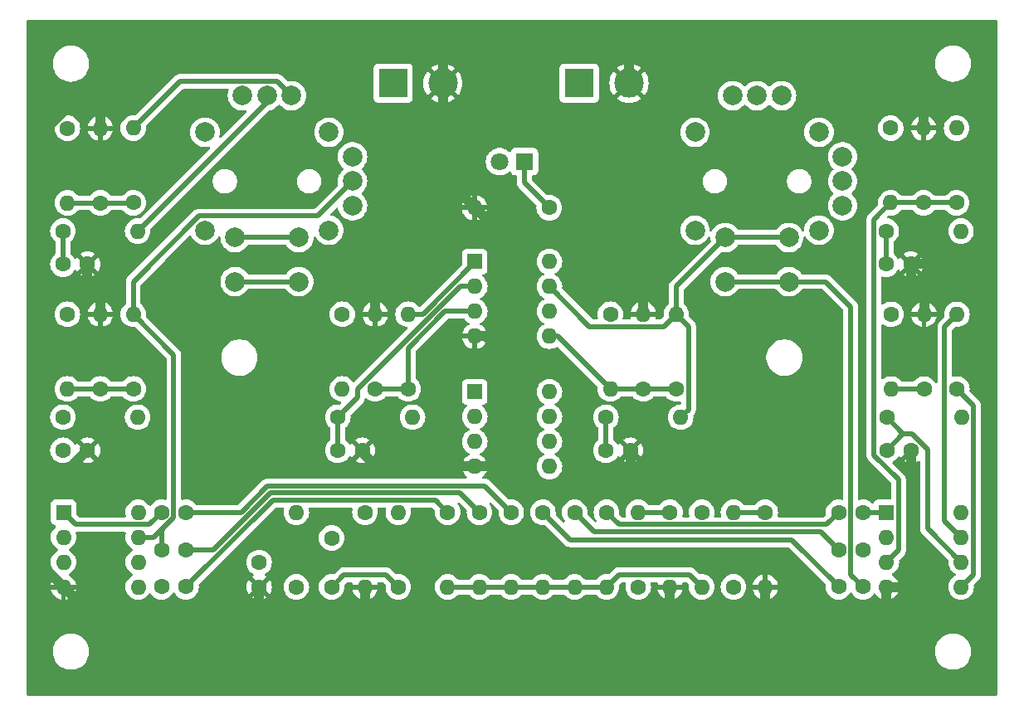
<source format=gbl>
%TF.GenerationSoftware,KiCad,Pcbnew,8.0.7*%
%TF.CreationDate,2024-12-30T22:27:32+09:00*%
%TF.ProjectId,sound_remocon,736f756e-645f-4726-956d-6f636f6e2e6b,rev?*%
%TF.SameCoordinates,Original*%
%TF.FileFunction,Copper,L2,Bot*%
%TF.FilePolarity,Positive*%
%FSLAX46Y46*%
G04 Gerber Fmt 4.6, Leading zero omitted, Abs format (unit mm)*
G04 Created by KiCad (PCBNEW 8.0.7) date 2024-12-30 22:27:32*
%MOMM*%
%LPD*%
G01*
G04 APERTURE LIST*
%TA.AperFunction,ComponentPad*%
%ADD10C,1.600000*%
%TD*%
%TA.AperFunction,ComponentPad*%
%ADD11O,1.600000X1.600000*%
%TD*%
%TA.AperFunction,ComponentPad*%
%ADD12R,1.600000X1.600000*%
%TD*%
%TA.AperFunction,ComponentPad*%
%ADD13C,2.000000*%
%TD*%
%TA.AperFunction,ComponentPad*%
%ADD14R,3.000000X3.000000*%
%TD*%
%TA.AperFunction,ComponentPad*%
%ADD15C,3.000000*%
%TD*%
%TA.AperFunction,ComponentPad*%
%ADD16R,1.800000X1.800000*%
%TD*%
%TA.AperFunction,ComponentPad*%
%ADD17C,1.800000*%
%TD*%
%TA.AperFunction,Conductor*%
%ADD18C,0.500000*%
%TD*%
%TA.AperFunction,Conductor*%
%ADD19C,1.000000*%
%TD*%
G04 APERTURE END LIST*
D10*
%TO.P,Rlx2,1*%
%TO.N,Net-(U2A-+)*%
X28000000Y-39210000D03*
D11*
%TO.P,Rlx2,2*%
%TO.N,GND*%
X28000000Y-31590000D03*
%TD*%
D10*
%TO.P,Crs1,1*%
%TO.N,Net-(U3B--)*%
X79590000Y-64470000D03*
%TO.P,Crs1,2*%
%TO.N,GND*%
X82090000Y-64470000D03*
%TD*%
%TO.P,Rled1,1*%
%TO.N,Net-(LED1-K)*%
X73800000Y-39700000D03*
D11*
%TO.P,Rled1,2*%
%TO.N,GND*%
X66180000Y-39700000D03*
%TD*%
D10*
%TO.P,Rrx3,1*%
%TO.N,Net-(U1A-+)*%
X115360000Y-39200000D03*
D11*
%TO.P,Rrx3,2*%
%TO.N,Output_rx*%
X115360000Y-31580000D03*
%TD*%
D10*
%TO.P,Rout2,1*%
%TO.N,output*%
X55000000Y-70800000D03*
D11*
%TO.P,Rout2,2*%
%TO.N,GND*%
X55000000Y-78420000D03*
%TD*%
D10*
%TO.P,Rry3,1*%
%TO.N,Net-(U1B-+)*%
X115400000Y-58210000D03*
D11*
%TO.P,Rry3,2*%
%TO.N,Output_ry*%
X115400000Y-50590000D03*
%TD*%
D10*
%TO.P,Rna2,1*%
%TO.N,Net-(U4B-+)*%
X95840000Y-70800000D03*
D11*
%TO.P,Rna2,2*%
%TO.N,GND*%
X95840000Y-78420000D03*
%TD*%
D10*
%TO.P,C1,1*%
%TO.N,Output_rx*%
X105820000Y-70800000D03*
%TO.P,C1,2*%
%TO.N,Net-(C1-Pad2)*%
X103320000Y-70800000D03*
%TD*%
%TO.P,Rrs3,1*%
%TO.N,Net-(U3B-+)*%
X86760000Y-58200000D03*
D11*
%TO.P,Rrs3,2*%
%TO.N,Output_r_sw_ac*%
X86760000Y-50580000D03*
%TD*%
D10*
%TO.P,Rly2,1*%
%TO.N,Net-(U2B-+)*%
X28000000Y-58200000D03*
D11*
%TO.P,Rly2,2*%
%TO.N,GND*%
X28000000Y-50580000D03*
%TD*%
D10*
%TO.P,Rrx1,1*%
%TO.N,+5V*%
X108640000Y-31580000D03*
D11*
%TO.P,Rrx1,2*%
%TO.N,Net-(U1A-+)*%
X108640000Y-39200000D03*
%TD*%
D10*
%TO.P,Cry1,1*%
%TO.N,Net-(U1B--)*%
X108230000Y-64480000D03*
%TO.P,Cry1,2*%
%TO.N,GND*%
X110730000Y-64480000D03*
%TD*%
%TO.P,Rrs2,1*%
%TO.N,Net-(U3B-+)*%
X83400000Y-58200000D03*
D11*
%TO.P,Rrs2,2*%
%TO.N,GND*%
X83400000Y-50580000D03*
%TD*%
D10*
%TO.P,Cls1,1*%
%TO.N,Net-(U3A--)*%
X52230000Y-64470000D03*
%TO.P,Cls1,2*%
%TO.N,GND*%
X54730000Y-64470000D03*
%TD*%
%TO.P,Rrs4,1*%
%TO.N,Net-(U3B--)*%
X79590000Y-61090000D03*
D11*
%TO.P,Rrs4,2*%
%TO.N,Output_r_sw_ac*%
X87210000Y-61090000D03*
%TD*%
D10*
%TO.P,C4,1*%
%TO.N,Output_lx*%
X34240000Y-70800000D03*
%TO.P,C4,2*%
%TO.N,Net-(C4-Pad2)*%
X36740000Y-70800000D03*
%TD*%
%TO.P,C2,1*%
%TO.N,Output_ry*%
X105820000Y-74600000D03*
%TO.P,C2,2*%
%TO.N,Net-(C2-Pad2)*%
X103320000Y-74600000D03*
%TD*%
%TO.P,Rly1,1*%
%TO.N,+5V*%
X24640000Y-50580000D03*
D11*
%TO.P,Rly1,2*%
%TO.N,Net-(U2B-+)*%
X24640000Y-58200000D03*
%TD*%
D12*
%TO.P,U3,1*%
%TO.N,Output_l_sw_ac*%
X66200000Y-45200000D03*
D11*
%TO.P,U3,2,-*%
%TO.N,Net-(U3A--)*%
X66200000Y-47740000D03*
%TO.P,U3,3,+*%
%TO.N,Net-(U3A-+)*%
X66200000Y-50280000D03*
%TO.P,U3,4,V-*%
%TO.N,GND*%
X66200000Y-52820000D03*
%TO.P,U3,5,+*%
%TO.N,Net-(U3B-+)*%
X73820000Y-52820000D03*
%TO.P,U3,6,-*%
%TO.N,Net-(U3B--)*%
X73820000Y-50280000D03*
%TO.P,U3,7*%
%TO.N,Output_r_sw_ac*%
X73820000Y-47740000D03*
%TO.P,U3,8,V+*%
%TO.N,+5V*%
X73820000Y-45200000D03*
%TD*%
D10*
%TO.P,Rry1,1*%
%TO.N,+5V*%
X108680000Y-50590000D03*
D11*
%TO.P,Rry1,2*%
%TO.N,Net-(U1B-+)*%
X108680000Y-58210000D03*
%TD*%
D12*
%TO.P,U4,1*%
%TO.N,Net-(Rlpf1-Pad1)*%
X66200000Y-58500000D03*
D11*
%TO.P,U4,2,-*%
%TO.N,Net-(U4A--)*%
X66200000Y-61040000D03*
%TO.P,U4,3,+*%
%TO.N,Net-(U4A-+)*%
X66200000Y-63580000D03*
%TO.P,U4,4,V-*%
%TO.N,GND*%
X66200000Y-66120000D03*
%TO.P,U4,5,+*%
%TO.N,Net-(U4B-+)*%
X73820000Y-66120000D03*
%TO.P,U4,6,-*%
%TO.N,Net-(U4B--)*%
X73820000Y-63580000D03*
%TO.P,U4,7*%
X73820000Y-61040000D03*
%TO.P,U4,8,V+*%
%TO.N,+5V*%
X73820000Y-58500000D03*
%TD*%
D10*
%TO.P,C3,1*%
%TO.N,Output_rs*%
X105820000Y-78400000D03*
%TO.P,C3,2*%
%TO.N,Net-(C3-Pad2)*%
X103320000Y-78400000D03*
%TD*%
D12*
%TO.P,U1,1*%
%TO.N,Output_rx*%
X108200000Y-70800000D03*
D11*
%TO.P,U1,2,-*%
%TO.N,Net-(U1A--)*%
X108200000Y-73340000D03*
%TO.P,U1,3,+*%
%TO.N,Net-(U1A-+)*%
X108200000Y-75880000D03*
%TO.P,U1,4,V-*%
%TO.N,GND*%
X108200000Y-78420000D03*
%TO.P,U1,5,+*%
%TO.N,Net-(U1B-+)*%
X115820000Y-78420000D03*
%TO.P,U1,6,-*%
%TO.N,Net-(U1B--)*%
X115820000Y-75880000D03*
%TO.P,U1,7*%
%TO.N,Output_ry*%
X115820000Y-73340000D03*
%TO.P,U1,8,V+*%
%TO.N,+5V*%
X115820000Y-70800000D03*
%TD*%
D10*
%TO.P,Rlpf1,1*%
%TO.N,Net-(Rlpf1-Pad1)*%
X48000000Y-78420000D03*
D11*
%TO.P,Rlpf1,2*%
%TO.N,Net-(Clpf1-Pad1)*%
X48000000Y-70800000D03*
%TD*%
D10*
%TO.P,Cly1,1*%
%TO.N,Net-(U2B--)*%
X24190000Y-64470000D03*
%TO.P,Cly1,2*%
%TO.N,GND*%
X26690000Y-64470000D03*
%TD*%
%TO.P,Rmx1,1*%
%TO.N,+5V*%
X82880000Y-78420000D03*
D11*
%TO.P,Rmx1,2*%
%TO.N,Net-(U4A-+)*%
X82880000Y-70800000D03*
%TD*%
D10*
%TO.P,Rrs1,1*%
%TO.N,+5V*%
X80040000Y-50580000D03*
D11*
%TO.P,Rrs1,2*%
%TO.N,Net-(U3B-+)*%
X80040000Y-58200000D03*
%TD*%
D10*
%TO.P,Clpf1,1*%
%TO.N,Net-(Clpf1-Pad1)*%
X44200000Y-75920000D03*
%TO.P,Clpf1,2*%
%TO.N,GND*%
X44200000Y-78420000D03*
%TD*%
%TO.P,Clx1,1*%
%TO.N,Net-(U2A--)*%
X24190000Y-45470000D03*
%TO.P,Clx1,2*%
%TO.N,GND*%
X26690000Y-45470000D03*
%TD*%
%TO.P,C6,1*%
%TO.N,Output_ls*%
X34240000Y-78400000D03*
%TO.P,C6,2*%
%TO.N,Net-(C6-Pad2)*%
X36740000Y-78400000D03*
%TD*%
%TO.P,Rls2,1*%
%TO.N,Net-(U3A-+)*%
X56040000Y-58200000D03*
D11*
%TO.P,Rls2,2*%
%TO.N,GND*%
X56040000Y-50580000D03*
%TD*%
D10*
%TO.P,Rlx4,1*%
%TO.N,Net-(U2A--)*%
X24190000Y-42090000D03*
D11*
%TO.P,Rlx4,2*%
%TO.N,Net-(JoyStick_left1-Rx2)*%
X31810000Y-42090000D03*
%TD*%
D10*
%TO.P,Rls4,1*%
%TO.N,Net-(U3A--)*%
X52230000Y-61090000D03*
D11*
%TO.P,Rls4,2*%
%TO.N,Output_l_sw_ac*%
X59850000Y-61090000D03*
%TD*%
D10*
%TO.P,R5,1*%
%TO.N,Net-(C5-Pad2)*%
X66680000Y-70800000D03*
D11*
%TO.P,R5,2*%
%TO.N,Net-(U4A--)*%
X66680000Y-78420000D03*
%TD*%
D13*
%TO.P,JoyStick Left,1,Rx1*%
%TO.N,Output_lx*%
X47500000Y-28270000D03*
%TO.P,JoyStick Left,2,Rx2*%
%TO.N,Net-(JoyStick_left1-Rx2)*%
X45000000Y-28270000D03*
%TO.P,JoyStick Left,3,Rx3*%
%TO.N,unconnected-(JoyStick_left1-Rx3-Pad3)*%
X42500000Y-28270000D03*
%TO.P,JoyStick Left,4,Ry1*%
%TO.N,unconnected-(JoyStick_left1-Ry1-Pad4)*%
X53730000Y-39500000D03*
%TO.P,JoyStick Left,5,Ry2*%
%TO.N,Output_ly*%
X53730000Y-37000000D03*
%TO.P,JoyStick Left,6,Ry3*%
%TO.N,Net-(JoyStick_left1-Ry3)*%
X53730000Y-34500000D03*
%TO.P,JoyStick Left,a,SWa*%
%TO.N,Output_l_sw_ac*%
X41750000Y-42750000D03*
%TO.P,JoyStick Left,b,SWb*%
%TO.N,Output_ls*%
X41750000Y-47250000D03*
%TO.P,JoyStick Left,c,SWc*%
%TO.N,Output_l_sw_ac*%
X48250000Y-42750000D03*
%TO.P,JoyStick Left,d,SWd*%
%TO.N,Output_ls*%
X48250000Y-47250000D03*
%TO.P,JoyStick Left,x*%
%TO.N,N/C*%
X38675000Y-32000000D03*
X38675000Y-42000000D03*
X51325000Y-32000000D03*
X51325000Y-42000000D03*
%TD*%
D10*
%TO.P,Rna1,1*%
%TO.N,+5V*%
X92600000Y-78420000D03*
D11*
%TO.P,Rna1,2*%
%TO.N,Net-(U4B-+)*%
X92600000Y-70800000D03*
%TD*%
D14*
%TO.P,J2,1,Pin_1*%
%TO.N,output*%
X76860000Y-27000000D03*
D15*
%TO.P,J2,2,Pin_2*%
%TO.N,GND*%
X81940000Y-27000000D03*
%TD*%
D10*
%TO.P,R1,1*%
%TO.N,Net-(C1-Pad2)*%
X79640000Y-70800000D03*
D11*
%TO.P,R1,2*%
%TO.N,Net-(U4A--)*%
X79640000Y-78420000D03*
%TD*%
D10*
%TO.P,Rrx4,1*%
%TO.N,Net-(U1A--)*%
X108190000Y-42090000D03*
D11*
%TO.P,Rrx4,2*%
%TO.N,Net-(JoyStick_right1-Rx2)*%
X115810000Y-42090000D03*
%TD*%
D10*
%TO.P,Rout1,1*%
%TO.N,Net-(Cout1-Pad2)*%
X58400000Y-78420000D03*
D11*
%TO.P,Rout1,2*%
%TO.N,output*%
X58400000Y-70800000D03*
%TD*%
D10*
%TO.P,R3,1*%
%TO.N,Net-(C3-Pad2)*%
X73160000Y-70800000D03*
D11*
%TO.P,R3,2*%
%TO.N,Net-(U4A--)*%
X73160000Y-78420000D03*
%TD*%
D10*
%TO.P,Rly3,1*%
%TO.N,Net-(U2B-+)*%
X31360000Y-58200000D03*
D11*
%TO.P,Rly3,2*%
%TO.N,Output_ly*%
X31360000Y-50580000D03*
%TD*%
D10*
%TO.P,R6,1*%
%TO.N,Net-(C6-Pad2)*%
X63440000Y-70800000D03*
D11*
%TO.P,R6,2*%
%TO.N,Net-(U4A--)*%
X63440000Y-78420000D03*
%TD*%
D10*
%TO.P,Rry4,1*%
%TO.N,Net-(U1B--)*%
X108230000Y-61100000D03*
D11*
%TO.P,Rry4,2*%
%TO.N,Net-(JoyStick_right1-Ry3)*%
X115850000Y-61100000D03*
%TD*%
D10*
%TO.P,Rmx3,1*%
%TO.N,Net-(Rlpf1-Pad1)*%
X89360000Y-70800000D03*
D11*
%TO.P,Rmx3,2*%
%TO.N,Net-(U4A--)*%
X89360000Y-78420000D03*
%TD*%
D12*
%TO.P,U2,1*%
%TO.N,Output_lx*%
X24240000Y-70800000D03*
D11*
%TO.P,U2,2,-*%
%TO.N,Net-(U2A--)*%
X24240000Y-73340000D03*
%TO.P,U2,3,+*%
%TO.N,Net-(U2A-+)*%
X24240000Y-75880000D03*
%TO.P,U2,4,V-*%
%TO.N,GND*%
X24240000Y-78420000D03*
%TO.P,U2,5,+*%
%TO.N,Net-(U2B-+)*%
X31860000Y-78420000D03*
%TO.P,U2,6,-*%
%TO.N,Net-(U2B--)*%
X31860000Y-75880000D03*
%TO.P,U2,7*%
%TO.N,Output_ly*%
X31860000Y-73340000D03*
%TO.P,U2,8,V+*%
%TO.N,+5V*%
X31860000Y-70800000D03*
%TD*%
D14*
%TO.P,J1,1,Pin_1*%
%TO.N,+5V*%
X57860000Y-27000000D03*
D15*
%TO.P,J1,2,Pin_2*%
%TO.N,GND*%
X62940000Y-27000000D03*
%TD*%
D10*
%TO.P,Rrx2,1*%
%TO.N,Net-(U1A-+)*%
X112000000Y-39200000D03*
D11*
%TO.P,Rrx2,2*%
%TO.N,GND*%
X112000000Y-31580000D03*
%TD*%
D10*
%TO.P,Crx1,1*%
%TO.N,Net-(U1A--)*%
X108190000Y-45470000D03*
%TO.P,Crx1,2*%
%TO.N,GND*%
X110690000Y-45470000D03*
%TD*%
%TO.P,Rlx3,1*%
%TO.N,Net-(U2A-+)*%
X31360000Y-39200000D03*
D11*
%TO.P,Rlx3,2*%
%TO.N,Output_lx*%
X31360000Y-31580000D03*
%TD*%
D13*
%TO.P,JoyStick Right,1,Rx1*%
%TO.N,Output_rx*%
X97500000Y-28270000D03*
%TO.P,JoyStick Right,2,Rx2*%
%TO.N,Net-(JoyStick_right1-Rx2)*%
X95000000Y-28270000D03*
%TO.P,JoyStick Right,3,Rx3*%
%TO.N,unconnected-(JoyStick_right1-Rx3-Pad3)*%
X92500000Y-28270000D03*
%TO.P,JoyStick Right,4,Ry1*%
%TO.N,unconnected-(JoyStick_right1-Ry1-Pad4)*%
X103730000Y-39500000D03*
%TO.P,JoyStick Right,5,Ry2*%
%TO.N,Output_ry*%
X103730000Y-37000000D03*
%TO.P,JoyStick Right,6,Ry3*%
%TO.N,Net-(JoyStick_right1-Ry3)*%
X103730000Y-34500000D03*
%TO.P,JoyStick Right,a,SWa*%
%TO.N,Output_r_sw_ac*%
X91750000Y-42750000D03*
%TO.P,JoyStick Right,b,SWb*%
%TO.N,Output_rs*%
X91750000Y-47250000D03*
%TO.P,JoyStick Right,c,SWc*%
%TO.N,Output_r_sw_ac*%
X98250000Y-42750000D03*
%TO.P,JoyStick Right,d,SWd*%
%TO.N,Output_rs*%
X98250000Y-47250000D03*
%TO.P,JoyStick Right,x*%
%TO.N,N/C*%
X88675000Y-32000000D03*
X88675000Y-42000000D03*
X101325000Y-32000000D03*
X101325000Y-42000000D03*
%TD*%
D10*
%TO.P,C5,1*%
%TO.N,Output_ly*%
X34240000Y-74600000D03*
%TO.P,C5,2*%
%TO.N,Net-(C5-Pad2)*%
X36740000Y-74600000D03*
%TD*%
%TO.P,Rmx2,1*%
%TO.N,Net-(U4A-+)*%
X86120000Y-70800000D03*
D11*
%TO.P,Rmx2,2*%
%TO.N,GND*%
X86120000Y-78420000D03*
%TD*%
D16*
%TO.P,LED1,1,K*%
%TO.N,Net-(LED1-K)*%
X71270000Y-35000000D03*
D17*
%TO.P,LED1,2,A*%
%TO.N,+5V*%
X68730000Y-35000000D03*
%TD*%
D10*
%TO.P,R2,1*%
%TO.N,Net-(C2-Pad2)*%
X76400000Y-70800000D03*
D11*
%TO.P,R2,2*%
%TO.N,Net-(U4A--)*%
X76400000Y-78420000D03*
%TD*%
D10*
%TO.P,Rly4,1*%
%TO.N,Net-(U2B--)*%
X24190000Y-61090000D03*
D11*
%TO.P,Rly4,2*%
%TO.N,Net-(JoyStick_left1-Ry3)*%
X31810000Y-61090000D03*
%TD*%
D10*
%TO.P,Rlx1,1*%
%TO.N,+5V*%
X24640000Y-31590000D03*
D11*
%TO.P,Rlx1,2*%
%TO.N,Net-(U2A-+)*%
X24640000Y-39210000D03*
%TD*%
D10*
%TO.P,Rls3,1*%
%TO.N,Net-(U3A-+)*%
X59400000Y-58200000D03*
D11*
%TO.P,Rls3,2*%
%TO.N,Output_l_sw_ac*%
X59400000Y-50580000D03*
%TD*%
D10*
%TO.P,R4,1*%
%TO.N,Net-(C4-Pad2)*%
X69920000Y-70800000D03*
D11*
%TO.P,R4,2*%
%TO.N,Net-(U4A--)*%
X69920000Y-78420000D03*
%TD*%
D10*
%TO.P,Cout1,1*%
%TO.N,Net-(Clpf1-Pad1)*%
X51600000Y-73420000D03*
%TO.P,Cout1,2*%
%TO.N,Net-(Cout1-Pad2)*%
X51600000Y-78420000D03*
%TD*%
%TO.P,Rls1,1*%
%TO.N,+5V*%
X52680000Y-50580000D03*
D11*
%TO.P,Rls1,2*%
%TO.N,Net-(U3A-+)*%
X52680000Y-58200000D03*
%TD*%
D10*
%TO.P,Rry2,1*%
%TO.N,Net-(U1B-+)*%
X112040000Y-58210000D03*
D11*
%TO.P,Rry2,2*%
%TO.N,GND*%
X112040000Y-50590000D03*
%TD*%
D18*
%TO.N,Net-(C3-Pad2)*%
X75960000Y-73600000D02*
X73160000Y-70800000D01*
X98520000Y-73600000D02*
X75960000Y-73600000D01*
X103320000Y-78400000D02*
X98520000Y-73600000D01*
%TO.N,Net-(U1A-+)*%
X112000000Y-39200000D02*
X115360000Y-39200000D01*
D19*
%TO.N,GND*%
X113250000Y-29500000D02*
X111075000Y-27325000D01*
X115000000Y-29500000D02*
X113250000Y-29500000D01*
X111075000Y-27325000D02*
X112000000Y-28250000D01*
X106000000Y-22250000D02*
X111075000Y-27325000D01*
X115000000Y-29500000D02*
X117500000Y-29500000D01*
X114000000Y-29500000D02*
X115000000Y-29500000D01*
X112000000Y-28250000D02*
X112000000Y-31580000D01*
X80750000Y-22250000D02*
X106000000Y-22250000D01*
X80500000Y-22000000D02*
X80750000Y-22250000D01*
X95840000Y-86960000D02*
X95800000Y-87000000D01*
X95800000Y-87000000D02*
X86200000Y-87000000D01*
X107400000Y-87000000D02*
X95800000Y-87000000D01*
X95840000Y-78420000D02*
X95840000Y-86960000D01*
X86120000Y-78420000D02*
X86120000Y-86920000D01*
X86200000Y-87000000D02*
X55000000Y-87000000D01*
X86120000Y-86920000D02*
X86200000Y-87000000D01*
X55000000Y-78420000D02*
X55000000Y-87000000D01*
X55000000Y-87000000D02*
X44000000Y-87000000D01*
X44000000Y-87000000D02*
X32820000Y-87000000D01*
X44200000Y-86800000D02*
X44000000Y-87000000D01*
X44200000Y-78420000D02*
X44200000Y-86800000D01*
X32820000Y-87000000D02*
X27710000Y-81890000D01*
X24240000Y-78420000D02*
X27710000Y-81890000D01*
X27710000Y-81890000D02*
X29820000Y-84000000D01*
X108200000Y-86200000D02*
X107400000Y-87000000D01*
X108200000Y-78420000D02*
X108200000Y-86200000D01*
X24240000Y-78420000D02*
X21000000Y-75180000D01*
X21000000Y-60200000D02*
X21000000Y-68400000D01*
X21000000Y-75180000D02*
X21000000Y-68400000D01*
X21000000Y-49600000D02*
X21000000Y-60200000D01*
D18*
%TO.N,Net-(LED1-K)*%
X71270000Y-37170000D02*
X73800000Y-39700000D01*
X71270000Y-35000000D02*
X71270000Y-37170000D01*
%TO.N,Net-(C2-Pad2)*%
X101470000Y-72750000D02*
X103320000Y-74600000D01*
X78350000Y-72750000D02*
X101470000Y-72750000D01*
X76400000Y-70800000D02*
X78350000Y-72750000D01*
%TO.N,Net-(C1-Pad2)*%
X102070000Y-72050000D02*
X103320000Y-70800000D01*
X80890000Y-72050000D02*
X102070000Y-72050000D01*
X79640000Y-70800000D02*
X80890000Y-72050000D01*
%TO.N,Net-(U1B--)*%
X109921116Y-62791116D02*
X110808884Y-62791116D01*
X108230000Y-61100000D02*
X109921116Y-62791116D01*
X109918884Y-62791116D02*
X110808884Y-62791116D01*
X108230000Y-64480000D02*
X109918884Y-62791116D01*
X110808884Y-62791116D02*
X111008884Y-62991116D01*
X111008884Y-62991116D02*
X112400000Y-64382233D01*
D19*
%TO.N,GND*%
X44200000Y-78420000D02*
X44200000Y-81200000D01*
X110730000Y-64480000D02*
X110730000Y-77270000D01*
X22310000Y-47690000D02*
X21000000Y-49000000D01*
X86120000Y-82120000D02*
X86120000Y-78420000D01*
X26690000Y-45470000D02*
X26690000Y-47690000D01*
X110730000Y-77270000D02*
X109580000Y-78420000D01*
X68380000Y-66120000D02*
X69500000Y-65000000D01*
X62940000Y-23060000D02*
X64000000Y-22000000D01*
X30000000Y-24500000D02*
X32500000Y-22000000D01*
X62940000Y-27000000D02*
X62940000Y-23060000D01*
X80500000Y-22000000D02*
X81940000Y-23440000D01*
X110690000Y-47690000D02*
X112040000Y-49040000D01*
X117500000Y-29500000D02*
X118000000Y-30000000D01*
X69500000Y-65000000D02*
X69500000Y-55600000D01*
X108200000Y-80800000D02*
X108200000Y-78420000D01*
X81000000Y-68000000D02*
X82090000Y-66910000D01*
X54730000Y-64730000D02*
X54730000Y-64470000D01*
X69520000Y-43000000D02*
X69500000Y-43020000D01*
X55000000Y-78420000D02*
X55000000Y-81000000D01*
X66180000Y-39700000D02*
X63000000Y-36520000D01*
X63000000Y-34500000D02*
X62940000Y-34440000D01*
X82090000Y-66910000D02*
X82090000Y-64470000D01*
X116530000Y-45470000D02*
X110690000Y-45470000D01*
X68380000Y-66120000D02*
X68620000Y-66120000D01*
X26690000Y-47690000D02*
X22310000Y-47690000D01*
X66200000Y-66120000D02*
X56120000Y-66120000D01*
X68620000Y-66120000D02*
X70500000Y-68000000D01*
X109580000Y-78420000D02*
X108200000Y-78420000D01*
X56040000Y-50580000D02*
X56040000Y-43480000D01*
X83400000Y-45800000D02*
X80600000Y-43000000D01*
X81940000Y-23440000D02*
X81940000Y-27000000D01*
X66200000Y-66120000D02*
X68380000Y-66120000D01*
X118000000Y-30000000D02*
X118000000Y-44000000D01*
X21000000Y-33108679D02*
X21000000Y-49600000D01*
X69500000Y-43020000D02*
X69500000Y-55600000D01*
X112040000Y-49040000D02*
X112040000Y-50590000D01*
X69500000Y-55600000D02*
X69500000Y-55000000D01*
X62940000Y-34440000D02*
X62940000Y-27000000D01*
X24508679Y-29600000D02*
X21000000Y-33108679D01*
X63000000Y-36520000D02*
X63000000Y-34500000D01*
X70500000Y-68000000D02*
X81000000Y-68000000D01*
X32500000Y-22000000D02*
X64000000Y-22000000D01*
X118000000Y-44000000D02*
X116530000Y-45470000D01*
X66180000Y-39700000D02*
X69500000Y-43020000D01*
X28000000Y-28000000D02*
X30000000Y-26000000D01*
X69500000Y-55000000D02*
X67320000Y-52820000D01*
X56120000Y-66120000D02*
X54730000Y-64730000D01*
X26690000Y-47690000D02*
X28000000Y-49000000D01*
X64000000Y-22000000D02*
X80500000Y-22000000D01*
X80600000Y-43000000D02*
X69520000Y-43000000D01*
X67320000Y-52820000D02*
X66200000Y-52820000D01*
X83400000Y-50580000D02*
X83400000Y-45800000D01*
X21000000Y-49000000D02*
X21000000Y-49600000D01*
X26690000Y-64470000D02*
X23960000Y-67200000D01*
X28000000Y-49000000D02*
X28000000Y-50580000D01*
X28000000Y-31590000D02*
X28000000Y-28000000D01*
X110690000Y-45470000D02*
X110690000Y-47690000D01*
X30000000Y-26000000D02*
X30000000Y-24500000D01*
X26400000Y-29600000D02*
X24508679Y-29600000D01*
X28000000Y-28000000D02*
X26400000Y-29600000D01*
X56040000Y-43480000D02*
X63000000Y-36520000D01*
X95840000Y-78420000D02*
X95840000Y-82160000D01*
X23960000Y-67200000D02*
X21500000Y-67200000D01*
D18*
%TO.N,Net-(U3A--)*%
X54236116Y-58236116D02*
X64732233Y-47740000D01*
X54236116Y-59083884D02*
X54236116Y-58236116D01*
X52230000Y-61090000D02*
X54236116Y-59083884D01*
X52230000Y-61090000D02*
X52230000Y-64470000D01*
X64732233Y-47740000D02*
X66200000Y-47740000D01*
%TO.N,Net-(U2A--)*%
X24190000Y-42090000D02*
X24190000Y-45470000D01*
%TO.N,Net-(U3B--)*%
X79590000Y-61090000D02*
X79590000Y-64470000D01*
%TO.N,Net-(U1A--)*%
X108190000Y-42090000D02*
X108190000Y-45470000D01*
%TO.N,Net-(U1B--)*%
X112400000Y-72460000D02*
X115820000Y-75880000D01*
X112400000Y-64382233D02*
X112400000Y-72460000D01*
%TO.N,Output_r_sw_ac*%
X88010000Y-51830000D02*
X88010000Y-60290000D01*
X86760000Y-47740000D02*
X86760000Y-50580000D01*
X77910000Y-51830000D02*
X85510000Y-51830000D01*
X73820000Y-47740000D02*
X77910000Y-51830000D01*
X91750000Y-42750000D02*
X86760000Y-47740000D01*
X88010000Y-60290000D02*
X87210000Y-61090000D01*
X91750000Y-42750000D02*
X98250000Y-42750000D01*
X86760000Y-50580000D02*
X88010000Y-51830000D01*
X85510000Y-51830000D02*
X86760000Y-50580000D01*
%TO.N,Net-(JoyStick_left1-Rx2)*%
X31810000Y-42090000D02*
X45000000Y-28900000D01*
X45000000Y-28900000D02*
X45000000Y-28270000D01*
%TO.N,Output_l_sw_ac*%
X66200000Y-45282283D02*
X66200000Y-45200000D01*
X60902283Y-50580000D02*
X66200000Y-45282283D01*
X41750000Y-42750000D02*
X48250000Y-42750000D01*
X59400000Y-50580000D02*
X60902283Y-50580000D01*
%TO.N,Output_lx*%
X32990000Y-72050000D02*
X34240000Y-70800000D01*
X31360000Y-31580000D02*
X36120000Y-26820000D01*
X25490000Y-72050000D02*
X32990000Y-72050000D01*
X24240000Y-70800000D02*
X25490000Y-72050000D01*
X36120000Y-26820000D02*
X46050000Y-26820000D01*
X46050000Y-26820000D02*
X47500000Y-28270000D01*
%TO.N,Net-(U4A--)*%
X69920000Y-78420000D02*
X73160000Y-78420000D01*
X73160000Y-78420000D02*
X76400000Y-78420000D01*
X63440000Y-78420000D02*
X66680000Y-78420000D01*
X76400000Y-78420000D02*
X79640000Y-78420000D01*
X80890000Y-77170000D02*
X88110000Y-77170000D01*
X66680000Y-78420000D02*
X69920000Y-78420000D01*
X88110000Y-77170000D02*
X89360000Y-78420000D01*
X79640000Y-78420000D02*
X80890000Y-77170000D01*
%TO.N,Output_ly*%
X31360000Y-50580000D02*
X35490000Y-54710000D01*
X31360000Y-47264390D02*
X31360000Y-50580000D01*
X33467767Y-73340000D02*
X31860000Y-73340000D01*
X34903883Y-71903883D02*
X33467767Y-73340000D01*
X34240000Y-74600000D02*
X34240000Y-72567766D01*
X50180000Y-40550000D02*
X38074390Y-40550000D01*
X38074390Y-40550000D02*
X31360000Y-47264390D01*
X35490000Y-71317767D02*
X34903883Y-71903883D01*
X34240000Y-72567766D02*
X34903883Y-71903883D01*
X53730000Y-37000000D02*
X50180000Y-40550000D01*
X35490000Y-54710000D02*
X35490000Y-71317767D01*
%TO.N,Output_rx*%
X105820000Y-70800000D02*
X108200000Y-70800000D01*
%TO.N,Output_ry*%
X114150000Y-71670000D02*
X115820000Y-73340000D01*
X115400000Y-50590000D02*
X114150000Y-51840000D01*
X114150000Y-51840000D02*
X114150000Y-71670000D01*
%TO.N,Net-(U4B-+)*%
X92600000Y-70800000D02*
X95840000Y-70800000D01*
%TO.N,Net-(U3A-+)*%
X59400000Y-58200000D02*
X59400000Y-54062182D01*
X59400000Y-54062182D02*
X63182182Y-50280000D01*
X63182182Y-50280000D02*
X66200000Y-50280000D01*
X56040000Y-58200000D02*
X59400000Y-58200000D01*
%TO.N,Output_ls*%
X41750000Y-47250000D02*
X48250000Y-47250000D01*
%TO.N,Net-(U2A-+)*%
X28000000Y-39210000D02*
X31350000Y-39210000D01*
X31350000Y-39210000D02*
X31360000Y-39200000D01*
X24640000Y-39210000D02*
X28000000Y-39210000D01*
%TO.N,Net-(U2B-+)*%
X28000000Y-58200000D02*
X31360000Y-58200000D01*
X24640000Y-58200000D02*
X28000000Y-58200000D01*
%TO.N,Net-(U3B-+)*%
X80040000Y-58200000D02*
X83400000Y-58200000D01*
X74660000Y-52820000D02*
X73820000Y-52820000D01*
X80040000Y-58200000D02*
X74660000Y-52820000D01*
X83400000Y-58200000D02*
X86760000Y-58200000D01*
%TO.N,Output_rs*%
X91750000Y-47250000D02*
X98250000Y-47250000D01*
X105820000Y-78400000D02*
X104570000Y-77150000D01*
X102020000Y-47250000D02*
X104570000Y-49800000D01*
X98250000Y-47250000D02*
X102020000Y-47250000D01*
X104570000Y-77150000D02*
X104570000Y-49800000D01*
%TO.N,Net-(U1A-+)*%
X109450000Y-74630000D02*
X109450000Y-67467767D01*
X108640000Y-39200000D02*
X112000000Y-39200000D01*
X106940000Y-64957767D02*
X106940000Y-40900000D01*
X109450000Y-67467767D02*
X106940000Y-64957767D01*
X106940000Y-40900000D02*
X108640000Y-39200000D01*
X108200000Y-75880000D02*
X109450000Y-74630000D01*
%TO.N,Net-(U1B-+)*%
X108680000Y-58210000D02*
X112040000Y-58210000D01*
X117100000Y-59910000D02*
X115400000Y-58210000D01*
X117100000Y-77140000D02*
X117100000Y-59910000D01*
X115820000Y-78420000D02*
X117100000Y-77140000D01*
%TO.N,Net-(C4-Pad2)*%
X42360100Y-70800000D02*
X36740000Y-70800000D01*
X45060100Y-68100000D02*
X42360100Y-70800000D01*
X67220000Y-68100000D02*
X45060100Y-68100000D01*
X69920000Y-70800000D02*
X67220000Y-68100000D01*
%TO.N,Net-(C5-Pad2)*%
X39550050Y-74600000D02*
X45350050Y-68800000D01*
X36740000Y-74600000D02*
X39550050Y-74600000D01*
X64680000Y-68800000D02*
X66680000Y-70800000D01*
X45350050Y-68800000D02*
X64680000Y-68800000D01*
%TO.N,Net-(C6-Pad2)*%
X45590000Y-69550000D02*
X36740000Y-78400000D01*
X63440000Y-70800000D02*
X62190000Y-69550000D01*
X62190000Y-69550000D02*
X45590000Y-69550000D01*
%TO.N,Net-(Cout1-Pad2)*%
X57150000Y-77170000D02*
X58400000Y-78420000D01*
X51600000Y-78420000D02*
X52850000Y-77170000D01*
X52850000Y-77170000D02*
X57150000Y-77170000D01*
%TO.N,Net-(U4A-+)*%
X82880000Y-70800000D02*
X86120000Y-70800000D01*
%TD*%
%TA.AperFunction,Conductor*%
%TO.N,GND*%
G36*
X119442539Y-20520185D02*
G01*
X119488294Y-20572989D01*
X119499500Y-20624500D01*
X119499500Y-89375500D01*
X119479815Y-89442539D01*
X119427011Y-89488294D01*
X119375500Y-89499500D01*
X20624500Y-89499500D01*
X20557461Y-89479815D01*
X20511706Y-89427011D01*
X20500500Y-89375500D01*
X20500500Y-84878711D01*
X23149500Y-84878711D01*
X23149500Y-85121288D01*
X23181161Y-85361785D01*
X23243947Y-85596104D01*
X23336773Y-85820205D01*
X23336776Y-85820212D01*
X23458064Y-86030289D01*
X23458066Y-86030292D01*
X23458067Y-86030293D01*
X23605733Y-86222736D01*
X23605739Y-86222743D01*
X23777256Y-86394260D01*
X23777262Y-86394265D01*
X23969711Y-86541936D01*
X24179788Y-86663224D01*
X24403900Y-86756054D01*
X24638211Y-86818838D01*
X24818586Y-86842584D01*
X24878711Y-86850500D01*
X24878712Y-86850500D01*
X25121289Y-86850500D01*
X25169388Y-86844167D01*
X25361789Y-86818838D01*
X25596100Y-86756054D01*
X25820212Y-86663224D01*
X26030289Y-86541936D01*
X26222738Y-86394265D01*
X26394265Y-86222738D01*
X26541936Y-86030289D01*
X26663224Y-85820212D01*
X26756054Y-85596100D01*
X26818838Y-85361789D01*
X26850500Y-85121288D01*
X26850500Y-84878712D01*
X26850500Y-84878711D01*
X113149500Y-84878711D01*
X113149500Y-85121288D01*
X113181161Y-85361785D01*
X113243947Y-85596104D01*
X113336773Y-85820205D01*
X113336776Y-85820212D01*
X113458064Y-86030289D01*
X113458066Y-86030292D01*
X113458067Y-86030293D01*
X113605733Y-86222736D01*
X113605739Y-86222743D01*
X113777256Y-86394260D01*
X113777262Y-86394265D01*
X113969711Y-86541936D01*
X114179788Y-86663224D01*
X114403900Y-86756054D01*
X114638211Y-86818838D01*
X114818586Y-86842584D01*
X114878711Y-86850500D01*
X114878712Y-86850500D01*
X115121289Y-86850500D01*
X115169388Y-86844167D01*
X115361789Y-86818838D01*
X115596100Y-86756054D01*
X115820212Y-86663224D01*
X116030289Y-86541936D01*
X116222738Y-86394265D01*
X116394265Y-86222738D01*
X116541936Y-86030289D01*
X116663224Y-85820212D01*
X116756054Y-85596100D01*
X116818838Y-85361789D01*
X116850500Y-85121288D01*
X116850500Y-84878712D01*
X116818838Y-84638211D01*
X116756054Y-84403900D01*
X116663224Y-84179788D01*
X116541936Y-83969711D01*
X116394265Y-83777262D01*
X116394260Y-83777256D01*
X116222743Y-83605739D01*
X116222736Y-83605733D01*
X116030293Y-83458067D01*
X116030292Y-83458066D01*
X116030289Y-83458064D01*
X115820212Y-83336776D01*
X115820205Y-83336773D01*
X115596104Y-83243947D01*
X115361785Y-83181161D01*
X115121289Y-83149500D01*
X115121288Y-83149500D01*
X114878712Y-83149500D01*
X114878711Y-83149500D01*
X114638214Y-83181161D01*
X114403895Y-83243947D01*
X114179794Y-83336773D01*
X114179785Y-83336777D01*
X113969706Y-83458067D01*
X113777263Y-83605733D01*
X113777256Y-83605739D01*
X113605739Y-83777256D01*
X113605733Y-83777263D01*
X113458067Y-83969706D01*
X113336777Y-84179785D01*
X113336773Y-84179794D01*
X113243947Y-84403895D01*
X113181161Y-84638214D01*
X113149500Y-84878711D01*
X26850500Y-84878711D01*
X26818838Y-84638211D01*
X26756054Y-84403900D01*
X26663224Y-84179788D01*
X26541936Y-83969711D01*
X26394265Y-83777262D01*
X26394260Y-83777256D01*
X26222743Y-83605739D01*
X26222736Y-83605733D01*
X26030293Y-83458067D01*
X26030292Y-83458066D01*
X26030289Y-83458064D01*
X25820212Y-83336776D01*
X25820205Y-83336773D01*
X25596104Y-83243947D01*
X25361785Y-83181161D01*
X25121289Y-83149500D01*
X25121288Y-83149500D01*
X24878712Y-83149500D01*
X24878711Y-83149500D01*
X24638214Y-83181161D01*
X24403895Y-83243947D01*
X24179794Y-83336773D01*
X24179785Y-83336777D01*
X23969706Y-83458067D01*
X23777263Y-83605733D01*
X23777256Y-83605739D01*
X23605739Y-83777256D01*
X23605733Y-83777263D01*
X23458067Y-83969706D01*
X23336777Y-84179785D01*
X23336773Y-84179794D01*
X23243947Y-84403895D01*
X23181161Y-84638214D01*
X23149500Y-84878711D01*
X20500500Y-84878711D01*
X20500500Y-73339998D01*
X22934532Y-73339998D01*
X22934532Y-73340001D01*
X22954364Y-73566686D01*
X22954366Y-73566697D01*
X23013258Y-73786488D01*
X23013261Y-73786497D01*
X23109431Y-73992732D01*
X23109432Y-73992734D01*
X23239954Y-74179141D01*
X23400858Y-74340045D01*
X23443903Y-74370185D01*
X23587266Y-74470568D01*
X23645275Y-74497618D01*
X23697714Y-74543791D01*
X23716866Y-74610984D01*
X23696650Y-74677865D01*
X23645275Y-74722382D01*
X23587267Y-74749431D01*
X23587265Y-74749432D01*
X23400858Y-74879954D01*
X23239954Y-75040858D01*
X23109432Y-75227265D01*
X23109431Y-75227267D01*
X23013261Y-75433502D01*
X23013258Y-75433511D01*
X22954366Y-75653302D01*
X22954364Y-75653313D01*
X22934532Y-75879998D01*
X22934532Y-75880001D01*
X22954364Y-76106686D01*
X22954366Y-76106697D01*
X23013258Y-76326488D01*
X23013261Y-76326497D01*
X23096459Y-76504914D01*
X23109432Y-76532734D01*
X23147466Y-76587052D01*
X23239954Y-76719141D01*
X23400858Y-76880045D01*
X23400861Y-76880047D01*
X23587266Y-77010568D01*
X23645865Y-77037893D01*
X23698305Y-77084065D01*
X23717457Y-77151258D01*
X23697242Y-77218139D01*
X23645867Y-77262657D01*
X23587515Y-77289867D01*
X23401179Y-77420342D01*
X23240342Y-77581179D01*
X23109865Y-77767517D01*
X23013734Y-77973673D01*
X23013730Y-77973682D01*
X22961127Y-78169999D01*
X22961128Y-78170000D01*
X23924314Y-78170000D01*
X23919920Y-78174394D01*
X23867259Y-78265606D01*
X23840000Y-78367339D01*
X23840000Y-78472661D01*
X23867259Y-78574394D01*
X23919920Y-78665606D01*
X23924314Y-78670000D01*
X22961128Y-78670000D01*
X23013730Y-78866317D01*
X23013734Y-78866326D01*
X23109865Y-79072482D01*
X23240342Y-79258820D01*
X23401179Y-79419657D01*
X23587517Y-79550134D01*
X23793673Y-79646265D01*
X23793682Y-79646269D01*
X23989999Y-79698872D01*
X23990000Y-79698871D01*
X23990000Y-78735686D01*
X23994394Y-78740080D01*
X24085606Y-78792741D01*
X24187339Y-78820000D01*
X24292661Y-78820000D01*
X24394394Y-78792741D01*
X24485606Y-78740080D01*
X24490000Y-78735686D01*
X24490000Y-79698872D01*
X24686317Y-79646269D01*
X24686326Y-79646265D01*
X24892482Y-79550134D01*
X25078820Y-79419657D01*
X25239657Y-79258820D01*
X25370134Y-79072482D01*
X25466265Y-78866326D01*
X25466269Y-78866317D01*
X25518872Y-78670000D01*
X24555686Y-78670000D01*
X24560080Y-78665606D01*
X24612741Y-78574394D01*
X24640000Y-78472661D01*
X24640000Y-78367339D01*
X24612741Y-78265606D01*
X24560080Y-78174394D01*
X24555686Y-78170000D01*
X25518872Y-78170000D01*
X25518872Y-78169999D01*
X25466269Y-77973682D01*
X25466265Y-77973673D01*
X25370134Y-77767517D01*
X25239657Y-77581179D01*
X25078820Y-77420342D01*
X24892482Y-77289865D01*
X24834133Y-77262657D01*
X24781694Y-77216484D01*
X24762542Y-77149291D01*
X24782758Y-77082410D01*
X24834129Y-77037895D01*
X24892734Y-77010568D01*
X25079139Y-76880047D01*
X25240047Y-76719139D01*
X25370568Y-76532734D01*
X25466739Y-76326496D01*
X25525635Y-76106692D01*
X25545468Y-75880000D01*
X25525635Y-75653308D01*
X25477456Y-75473502D01*
X25466741Y-75433511D01*
X25466738Y-75433502D01*
X25452690Y-75403377D01*
X25370568Y-75227266D01*
X25240047Y-75040861D01*
X25240045Y-75040858D01*
X25079141Y-74879954D01*
X24892734Y-74749432D01*
X24892728Y-74749429D01*
X24834725Y-74722382D01*
X24782285Y-74676210D01*
X24763133Y-74609017D01*
X24783348Y-74542135D01*
X24834725Y-74497618D01*
X24892734Y-74470568D01*
X25079139Y-74340047D01*
X25240047Y-74179139D01*
X25370568Y-73992734D01*
X25466739Y-73786496D01*
X25525635Y-73566692D01*
X25545468Y-73340000D01*
X25542389Y-73304812D01*
X25535482Y-73225863D01*
X25525635Y-73113308D01*
X25488175Y-72973504D01*
X25483644Y-72956593D01*
X25485307Y-72886743D01*
X25524470Y-72828881D01*
X25588698Y-72801377D01*
X25603419Y-72800500D01*
X30496581Y-72800500D01*
X30563620Y-72820185D01*
X30609375Y-72872989D01*
X30619319Y-72942147D01*
X30616356Y-72956593D01*
X30574366Y-73113302D01*
X30574364Y-73113313D01*
X30554532Y-73339998D01*
X30554532Y-73340001D01*
X30574364Y-73566686D01*
X30574366Y-73566697D01*
X30633258Y-73786488D01*
X30633261Y-73786497D01*
X30729431Y-73992732D01*
X30729432Y-73992734D01*
X30859954Y-74179141D01*
X31020858Y-74340045D01*
X31063903Y-74370185D01*
X31207266Y-74470568D01*
X31265275Y-74497618D01*
X31317714Y-74543791D01*
X31336866Y-74610984D01*
X31316650Y-74677865D01*
X31265275Y-74722382D01*
X31207267Y-74749431D01*
X31207265Y-74749432D01*
X31020858Y-74879954D01*
X30859954Y-75040858D01*
X30729432Y-75227265D01*
X30729431Y-75227267D01*
X30633261Y-75433502D01*
X30633258Y-75433511D01*
X30574366Y-75653302D01*
X30574364Y-75653313D01*
X30554532Y-75879998D01*
X30554532Y-75880001D01*
X30574364Y-76106686D01*
X30574366Y-76106697D01*
X30633258Y-76326488D01*
X30633261Y-76326497D01*
X30716459Y-76504914D01*
X30729432Y-76532734D01*
X30767466Y-76587052D01*
X30859954Y-76719141D01*
X31020858Y-76880045D01*
X31020861Y-76880047D01*
X31207266Y-77010568D01*
X31265275Y-77037618D01*
X31317714Y-77083791D01*
X31336866Y-77150984D01*
X31316650Y-77217865D01*
X31265275Y-77262382D01*
X31207267Y-77289431D01*
X31207265Y-77289432D01*
X31020858Y-77419954D01*
X30859954Y-77580858D01*
X30729432Y-77767265D01*
X30729431Y-77767267D01*
X30633261Y-77973502D01*
X30633258Y-77973511D01*
X30574366Y-78193302D01*
X30574364Y-78193313D01*
X30554532Y-78419998D01*
X30554532Y-78420000D01*
X30574364Y-78646686D01*
X30574366Y-78646697D01*
X30633258Y-78866488D01*
X30633261Y-78866497D01*
X30729431Y-79072732D01*
X30729432Y-79072734D01*
X30859954Y-79259141D01*
X31020858Y-79420045D01*
X31020861Y-79420047D01*
X31207266Y-79550568D01*
X31413504Y-79646739D01*
X31633308Y-79705635D01*
X31795230Y-79719801D01*
X31859998Y-79725468D01*
X31860000Y-79725468D01*
X31860002Y-79725468D01*
X31916673Y-79720509D01*
X32086692Y-79705635D01*
X32306496Y-79646739D01*
X32512734Y-79550568D01*
X32699139Y-79420047D01*
X32860047Y-79259139D01*
X32955429Y-79122917D01*
X33010001Y-79079295D01*
X33079500Y-79072101D01*
X33141855Y-79103623D01*
X33158576Y-79122920D01*
X33239954Y-79239141D01*
X33400858Y-79400045D01*
X33400861Y-79400047D01*
X33587266Y-79530568D01*
X33793504Y-79626739D01*
X34013308Y-79685635D01*
X34175230Y-79699801D01*
X34239998Y-79705468D01*
X34240000Y-79705468D01*
X34240002Y-79705468D01*
X34296673Y-79700509D01*
X34466692Y-79685635D01*
X34686496Y-79626739D01*
X34892734Y-79530568D01*
X35079139Y-79400047D01*
X35240047Y-79239139D01*
X35370568Y-79052734D01*
X35377618Y-79037614D01*
X35423789Y-78985176D01*
X35490982Y-78966023D01*
X35557864Y-78986238D01*
X35602381Y-79037614D01*
X35609432Y-79052733D01*
X35609432Y-79052734D01*
X35739954Y-79239141D01*
X35900858Y-79400045D01*
X35900861Y-79400047D01*
X36087266Y-79530568D01*
X36293504Y-79626739D01*
X36513308Y-79685635D01*
X36675230Y-79699801D01*
X36739998Y-79705468D01*
X36740000Y-79705468D01*
X36740002Y-79705468D01*
X36796673Y-79700509D01*
X36966692Y-79685635D01*
X37186496Y-79626739D01*
X37392734Y-79530568D01*
X37579139Y-79400047D01*
X37740047Y-79239139D01*
X37870568Y-79052734D01*
X37966739Y-78846496D01*
X38025635Y-78626692D01*
X38043718Y-78419998D01*
X38045468Y-78400001D01*
X38045468Y-78399999D01*
X38043400Y-78376366D01*
X38030869Y-78233137D01*
X38044635Y-78164639D01*
X38066713Y-78134653D01*
X40281369Y-75919998D01*
X42894532Y-75919998D01*
X42894532Y-75920001D01*
X42914364Y-76146686D01*
X42914366Y-76146697D01*
X42973258Y-76366488D01*
X42973261Y-76366497D01*
X43069431Y-76572732D01*
X43069432Y-76572734D01*
X43199954Y-76759141D01*
X43360858Y-76920045D01*
X43360861Y-76920047D01*
X43547266Y-77050568D01*
X43562975Y-77057893D01*
X43615414Y-77104064D01*
X43634567Y-77171257D01*
X43614352Y-77238138D01*
X43562979Y-77282656D01*
X43547514Y-77289867D01*
X43547512Y-77289868D01*
X43474526Y-77340973D01*
X43474526Y-77340974D01*
X44153553Y-78020000D01*
X44147339Y-78020000D01*
X44045606Y-78047259D01*
X43954394Y-78099920D01*
X43879920Y-78174394D01*
X43827259Y-78265606D01*
X43800000Y-78367339D01*
X43800000Y-78373552D01*
X43120974Y-77694526D01*
X43120973Y-77694526D01*
X43069868Y-77767512D01*
X43069866Y-77767516D01*
X42973734Y-77973673D01*
X42973730Y-77973682D01*
X42914860Y-78193389D01*
X42914858Y-78193400D01*
X42895034Y-78419997D01*
X42895034Y-78420000D01*
X42914858Y-78646599D01*
X42914860Y-78646610D01*
X42973730Y-78866317D01*
X42973735Y-78866331D01*
X43069863Y-79072478D01*
X43120974Y-79145472D01*
X43800000Y-78466446D01*
X43800000Y-78472661D01*
X43827259Y-78574394D01*
X43879920Y-78665606D01*
X43954394Y-78740080D01*
X44045606Y-78792741D01*
X44147339Y-78820000D01*
X44153553Y-78820000D01*
X43474526Y-79499025D01*
X43547513Y-79550132D01*
X43547521Y-79550136D01*
X43753668Y-79646264D01*
X43753682Y-79646269D01*
X43973389Y-79705139D01*
X43973400Y-79705141D01*
X44199998Y-79724966D01*
X44200002Y-79724966D01*
X44426599Y-79705141D01*
X44426610Y-79705139D01*
X44646317Y-79646269D01*
X44646331Y-79646264D01*
X44852478Y-79550136D01*
X44925471Y-79499024D01*
X44246447Y-78820000D01*
X44252661Y-78820000D01*
X44354394Y-78792741D01*
X44445606Y-78740080D01*
X44520080Y-78665606D01*
X44572741Y-78574394D01*
X44600000Y-78472661D01*
X44600000Y-78466447D01*
X45279024Y-79145471D01*
X45330136Y-79072478D01*
X45426264Y-78866331D01*
X45426269Y-78866317D01*
X45485139Y-78646610D01*
X45485141Y-78646599D01*
X45504966Y-78420000D01*
X45504966Y-78419998D01*
X46694532Y-78419998D01*
X46694532Y-78420000D01*
X46714364Y-78646686D01*
X46714366Y-78646697D01*
X46773258Y-78866488D01*
X46773261Y-78866497D01*
X46869431Y-79072732D01*
X46869432Y-79072734D01*
X46999954Y-79259141D01*
X47160858Y-79420045D01*
X47160861Y-79420047D01*
X47347266Y-79550568D01*
X47553504Y-79646739D01*
X47773308Y-79705635D01*
X47935230Y-79719801D01*
X47999998Y-79725468D01*
X48000000Y-79725468D01*
X48000002Y-79725468D01*
X48056673Y-79720509D01*
X48226692Y-79705635D01*
X48446496Y-79646739D01*
X48652734Y-79550568D01*
X48839139Y-79420047D01*
X49000047Y-79259139D01*
X49130568Y-79072734D01*
X49226739Y-78866496D01*
X49285635Y-78646692D01*
X49305468Y-78420000D01*
X49305468Y-78419998D01*
X50294532Y-78419998D01*
X50294532Y-78420000D01*
X50314364Y-78646686D01*
X50314366Y-78646697D01*
X50373258Y-78866488D01*
X50373261Y-78866497D01*
X50469431Y-79072732D01*
X50469432Y-79072734D01*
X50599954Y-79259141D01*
X50760858Y-79420045D01*
X50760861Y-79420047D01*
X50947266Y-79550568D01*
X51153504Y-79646739D01*
X51373308Y-79705635D01*
X51535230Y-79719801D01*
X51599998Y-79725468D01*
X51600000Y-79725468D01*
X51600002Y-79725468D01*
X51656673Y-79720509D01*
X51826692Y-79705635D01*
X52046496Y-79646739D01*
X52252734Y-79550568D01*
X52439139Y-79420047D01*
X52600047Y-79259139D01*
X52730568Y-79072734D01*
X52826739Y-78866496D01*
X52885635Y-78646692D01*
X52905468Y-78420000D01*
X52890869Y-78253137D01*
X52904635Y-78184639D01*
X52926710Y-78154657D01*
X53124550Y-77956816D01*
X53185873Y-77923334D01*
X53212230Y-77920500D01*
X53626381Y-77920500D01*
X53693420Y-77940185D01*
X53739175Y-77992989D01*
X53749119Y-78062147D01*
X53746156Y-78076594D01*
X53721128Y-78169999D01*
X53721128Y-78170000D01*
X54684314Y-78170000D01*
X54679920Y-78174394D01*
X54627259Y-78265606D01*
X54600000Y-78367339D01*
X54600000Y-78472661D01*
X54627259Y-78574394D01*
X54679920Y-78665606D01*
X54684314Y-78670000D01*
X53721128Y-78670000D01*
X53773730Y-78866317D01*
X53773734Y-78866326D01*
X53869865Y-79072482D01*
X54000342Y-79258820D01*
X54161179Y-79419657D01*
X54347517Y-79550134D01*
X54553673Y-79646265D01*
X54553682Y-79646269D01*
X54749999Y-79698872D01*
X54750000Y-79698871D01*
X54750000Y-78735686D01*
X54754394Y-78740080D01*
X54845606Y-78792741D01*
X54947339Y-78820000D01*
X55052661Y-78820000D01*
X55154394Y-78792741D01*
X55245606Y-78740080D01*
X55250000Y-78735686D01*
X55250000Y-79698872D01*
X55446317Y-79646269D01*
X55446326Y-79646265D01*
X55652482Y-79550134D01*
X55838820Y-79419657D01*
X55999657Y-79258820D01*
X56130134Y-79072482D01*
X56226265Y-78866326D01*
X56226269Y-78866317D01*
X56278872Y-78670000D01*
X55315686Y-78670000D01*
X55320080Y-78665606D01*
X55372741Y-78574394D01*
X55400000Y-78472661D01*
X55400000Y-78367339D01*
X55372741Y-78265606D01*
X55320080Y-78174394D01*
X55315686Y-78170000D01*
X56278872Y-78170000D01*
X56278871Y-78169999D01*
X56253844Y-78076594D01*
X56255507Y-78006744D01*
X56294669Y-77948881D01*
X56358898Y-77921377D01*
X56373619Y-77920500D01*
X56787770Y-77920500D01*
X56854809Y-77940185D01*
X56875451Y-77956819D01*
X57073282Y-78154650D01*
X57106767Y-78215973D01*
X57109129Y-78253137D01*
X57094532Y-78419996D01*
X57094532Y-78420000D01*
X57114364Y-78646686D01*
X57114366Y-78646697D01*
X57173258Y-78866488D01*
X57173261Y-78866497D01*
X57269431Y-79072732D01*
X57269432Y-79072734D01*
X57399954Y-79259141D01*
X57560858Y-79420045D01*
X57560861Y-79420047D01*
X57747266Y-79550568D01*
X57953504Y-79646739D01*
X58173308Y-79705635D01*
X58335230Y-79719801D01*
X58399998Y-79725468D01*
X58400000Y-79725468D01*
X58400002Y-79725468D01*
X58456673Y-79720509D01*
X58626692Y-79705635D01*
X58846496Y-79646739D01*
X59052734Y-79550568D01*
X59239139Y-79420047D01*
X59400047Y-79259139D01*
X59530568Y-79072734D01*
X59626739Y-78866496D01*
X59685635Y-78646692D01*
X59705468Y-78420000D01*
X59705468Y-78419998D01*
X62134532Y-78419998D01*
X62134532Y-78420000D01*
X62154364Y-78646686D01*
X62154366Y-78646697D01*
X62213258Y-78866488D01*
X62213261Y-78866497D01*
X62309431Y-79072732D01*
X62309432Y-79072734D01*
X62439954Y-79259141D01*
X62600858Y-79420045D01*
X62600861Y-79420047D01*
X62787266Y-79550568D01*
X62993504Y-79646739D01*
X63213308Y-79705635D01*
X63375230Y-79719801D01*
X63439998Y-79725468D01*
X63440000Y-79725468D01*
X63440002Y-79725468D01*
X63496673Y-79720509D01*
X63666692Y-79705635D01*
X63886496Y-79646739D01*
X64092734Y-79550568D01*
X64279139Y-79420047D01*
X64440047Y-79259139D01*
X64465088Y-79223377D01*
X64519665Y-79179752D01*
X64566663Y-79170500D01*
X65553337Y-79170500D01*
X65620376Y-79190185D01*
X65654912Y-79223377D01*
X65679954Y-79259141D01*
X65840858Y-79420045D01*
X65840861Y-79420047D01*
X66027266Y-79550568D01*
X66233504Y-79646739D01*
X66453308Y-79705635D01*
X66615230Y-79719801D01*
X66679998Y-79725468D01*
X66680000Y-79725468D01*
X66680002Y-79725468D01*
X66736673Y-79720509D01*
X66906692Y-79705635D01*
X67126496Y-79646739D01*
X67332734Y-79550568D01*
X67519139Y-79420047D01*
X67680047Y-79259139D01*
X67705088Y-79223377D01*
X67759665Y-79179752D01*
X67806663Y-79170500D01*
X68793337Y-79170500D01*
X68860376Y-79190185D01*
X68894912Y-79223377D01*
X68919954Y-79259141D01*
X69080858Y-79420045D01*
X69080861Y-79420047D01*
X69267266Y-79550568D01*
X69473504Y-79646739D01*
X69693308Y-79705635D01*
X69855230Y-79719801D01*
X69919998Y-79725468D01*
X69920000Y-79725468D01*
X69920002Y-79725468D01*
X69976673Y-79720509D01*
X70146692Y-79705635D01*
X70366496Y-79646739D01*
X70572734Y-79550568D01*
X70759139Y-79420047D01*
X70920047Y-79259139D01*
X70945088Y-79223377D01*
X70999665Y-79179752D01*
X71046663Y-79170500D01*
X72033337Y-79170500D01*
X72100376Y-79190185D01*
X72134912Y-79223377D01*
X72159954Y-79259141D01*
X72320858Y-79420045D01*
X72320861Y-79420047D01*
X72507266Y-79550568D01*
X72713504Y-79646739D01*
X72933308Y-79705635D01*
X73095230Y-79719801D01*
X73159998Y-79725468D01*
X73160000Y-79725468D01*
X73160002Y-79725468D01*
X73216673Y-79720509D01*
X73386692Y-79705635D01*
X73606496Y-79646739D01*
X73812734Y-79550568D01*
X73999139Y-79420047D01*
X74160047Y-79259139D01*
X74185088Y-79223377D01*
X74239665Y-79179752D01*
X74286663Y-79170500D01*
X75273337Y-79170500D01*
X75340376Y-79190185D01*
X75374912Y-79223377D01*
X75399954Y-79259141D01*
X75560858Y-79420045D01*
X75560861Y-79420047D01*
X75747266Y-79550568D01*
X75953504Y-79646739D01*
X76173308Y-79705635D01*
X76335230Y-79719801D01*
X76399998Y-79725468D01*
X76400000Y-79725468D01*
X76400002Y-79725468D01*
X76456673Y-79720509D01*
X76626692Y-79705635D01*
X76846496Y-79646739D01*
X77052734Y-79550568D01*
X77239139Y-79420047D01*
X77400047Y-79259139D01*
X77425088Y-79223377D01*
X77479665Y-79179752D01*
X77526663Y-79170500D01*
X78513337Y-79170500D01*
X78580376Y-79190185D01*
X78614912Y-79223377D01*
X78639954Y-79259141D01*
X78800858Y-79420045D01*
X78800861Y-79420047D01*
X78987266Y-79550568D01*
X79193504Y-79646739D01*
X79413308Y-79705635D01*
X79575230Y-79719801D01*
X79639998Y-79725468D01*
X79640000Y-79725468D01*
X79640002Y-79725468D01*
X79696673Y-79720509D01*
X79866692Y-79705635D01*
X80086496Y-79646739D01*
X80292734Y-79550568D01*
X80479139Y-79420047D01*
X80640047Y-79259139D01*
X80770568Y-79072734D01*
X80866739Y-78866496D01*
X80925635Y-78646692D01*
X80945468Y-78420000D01*
X80930869Y-78253137D01*
X80944635Y-78184639D01*
X80966710Y-78154657D01*
X81164550Y-77956816D01*
X81225873Y-77923334D01*
X81252230Y-77920500D01*
X81505863Y-77920500D01*
X81572902Y-77940185D01*
X81618657Y-77992989D01*
X81628601Y-78062147D01*
X81625638Y-78076593D01*
X81594366Y-78193302D01*
X81594364Y-78193313D01*
X81574532Y-78419998D01*
X81574532Y-78420000D01*
X81594364Y-78646686D01*
X81594366Y-78646697D01*
X81653258Y-78866488D01*
X81653261Y-78866497D01*
X81749431Y-79072732D01*
X81749432Y-79072734D01*
X81879954Y-79259141D01*
X82040858Y-79420045D01*
X82040861Y-79420047D01*
X82227266Y-79550568D01*
X82433504Y-79646739D01*
X82653308Y-79705635D01*
X82815230Y-79719801D01*
X82879998Y-79725468D01*
X82880000Y-79725468D01*
X82880002Y-79725468D01*
X82936673Y-79720509D01*
X83106692Y-79705635D01*
X83326496Y-79646739D01*
X83532734Y-79550568D01*
X83719139Y-79420047D01*
X83880047Y-79259139D01*
X84010568Y-79072734D01*
X84106739Y-78866496D01*
X84165635Y-78646692D01*
X84185468Y-78420000D01*
X84165635Y-78193308D01*
X84134362Y-78076594D01*
X84134362Y-78076593D01*
X84136025Y-78006743D01*
X84175188Y-77948881D01*
X84239417Y-77921377D01*
X84254137Y-77920500D01*
X84746381Y-77920500D01*
X84813420Y-77940185D01*
X84859175Y-77992989D01*
X84869119Y-78062147D01*
X84866156Y-78076594D01*
X84841128Y-78169999D01*
X84841128Y-78170000D01*
X85804314Y-78170000D01*
X85799920Y-78174394D01*
X85747259Y-78265606D01*
X85720000Y-78367339D01*
X85720000Y-78472661D01*
X85747259Y-78574394D01*
X85799920Y-78665606D01*
X85804314Y-78670000D01*
X84841128Y-78670000D01*
X84893730Y-78866317D01*
X84893734Y-78866326D01*
X84989865Y-79072482D01*
X85120342Y-79258820D01*
X85281179Y-79419657D01*
X85467517Y-79550134D01*
X85673673Y-79646265D01*
X85673682Y-79646269D01*
X85869999Y-79698872D01*
X85870000Y-79698871D01*
X85870000Y-78735686D01*
X85874394Y-78740080D01*
X85965606Y-78792741D01*
X86067339Y-78820000D01*
X86172661Y-78820000D01*
X86274394Y-78792741D01*
X86365606Y-78740080D01*
X86370000Y-78735686D01*
X86370000Y-79698872D01*
X86566317Y-79646269D01*
X86566326Y-79646265D01*
X86772482Y-79550134D01*
X86958820Y-79419657D01*
X87119657Y-79258820D01*
X87250134Y-79072482D01*
X87346265Y-78866326D01*
X87346269Y-78866317D01*
X87398872Y-78670000D01*
X86435686Y-78670000D01*
X86440080Y-78665606D01*
X86492741Y-78574394D01*
X86520000Y-78472661D01*
X86520000Y-78367339D01*
X86492741Y-78265606D01*
X86440080Y-78174394D01*
X86435686Y-78170000D01*
X87398872Y-78170000D01*
X87398871Y-78169999D01*
X87373844Y-78076594D01*
X87375507Y-78006744D01*
X87414669Y-77948881D01*
X87478898Y-77921377D01*
X87493619Y-77920500D01*
X87747770Y-77920500D01*
X87814809Y-77940185D01*
X87835451Y-77956819D01*
X88033282Y-78154650D01*
X88066767Y-78215973D01*
X88069129Y-78253137D01*
X88054532Y-78419996D01*
X88054532Y-78420000D01*
X88074364Y-78646686D01*
X88074366Y-78646697D01*
X88133258Y-78866488D01*
X88133261Y-78866497D01*
X88229431Y-79072732D01*
X88229432Y-79072734D01*
X88359954Y-79259141D01*
X88520858Y-79420045D01*
X88520861Y-79420047D01*
X88707266Y-79550568D01*
X88913504Y-79646739D01*
X89133308Y-79705635D01*
X89295230Y-79719801D01*
X89359998Y-79725468D01*
X89360000Y-79725468D01*
X89360002Y-79725468D01*
X89416673Y-79720509D01*
X89586692Y-79705635D01*
X89806496Y-79646739D01*
X90012734Y-79550568D01*
X90199139Y-79420047D01*
X90360047Y-79259139D01*
X90490568Y-79072734D01*
X90586739Y-78866496D01*
X90645635Y-78646692D01*
X90665468Y-78420000D01*
X90665468Y-78419998D01*
X91294532Y-78419998D01*
X91294532Y-78420000D01*
X91314364Y-78646686D01*
X91314366Y-78646697D01*
X91373258Y-78866488D01*
X91373261Y-78866497D01*
X91469431Y-79072732D01*
X91469432Y-79072734D01*
X91599954Y-79259141D01*
X91760858Y-79420045D01*
X91760861Y-79420047D01*
X91947266Y-79550568D01*
X92153504Y-79646739D01*
X92373308Y-79705635D01*
X92535230Y-79719801D01*
X92599998Y-79725468D01*
X92600000Y-79725468D01*
X92600002Y-79725468D01*
X92656673Y-79720509D01*
X92826692Y-79705635D01*
X93046496Y-79646739D01*
X93252734Y-79550568D01*
X93439139Y-79420047D01*
X93600047Y-79259139D01*
X93730568Y-79072734D01*
X93826739Y-78866496D01*
X93885635Y-78646692D01*
X93905468Y-78420000D01*
X93885635Y-78193308D01*
X93879389Y-78169999D01*
X94561127Y-78169999D01*
X94561128Y-78170000D01*
X95524314Y-78170000D01*
X95519920Y-78174394D01*
X95467259Y-78265606D01*
X95440000Y-78367339D01*
X95440000Y-78472661D01*
X95467259Y-78574394D01*
X95519920Y-78665606D01*
X95524314Y-78670000D01*
X94561128Y-78670000D01*
X94613730Y-78866317D01*
X94613734Y-78866326D01*
X94709865Y-79072482D01*
X94840342Y-79258820D01*
X95001179Y-79419657D01*
X95187517Y-79550134D01*
X95393673Y-79646265D01*
X95393682Y-79646269D01*
X95589999Y-79698872D01*
X95590000Y-79698871D01*
X95590000Y-78735686D01*
X95594394Y-78740080D01*
X95685606Y-78792741D01*
X95787339Y-78820000D01*
X95892661Y-78820000D01*
X95994394Y-78792741D01*
X96085606Y-78740080D01*
X96090000Y-78735686D01*
X96090000Y-79698872D01*
X96286317Y-79646269D01*
X96286326Y-79646265D01*
X96492482Y-79550134D01*
X96678820Y-79419657D01*
X96839657Y-79258820D01*
X96970134Y-79072482D01*
X97066265Y-78866326D01*
X97066269Y-78866317D01*
X97118872Y-78670000D01*
X96155686Y-78670000D01*
X96160080Y-78665606D01*
X96212741Y-78574394D01*
X96240000Y-78472661D01*
X96240000Y-78367339D01*
X96212741Y-78265606D01*
X96160080Y-78174394D01*
X96155686Y-78170000D01*
X97118872Y-78170000D01*
X97118872Y-78169999D01*
X97066269Y-77973682D01*
X97066265Y-77973673D01*
X96970134Y-77767517D01*
X96839657Y-77581179D01*
X96678820Y-77420342D01*
X96492482Y-77289865D01*
X96286328Y-77193734D01*
X96090000Y-77141127D01*
X96090000Y-78104314D01*
X96085606Y-78099920D01*
X95994394Y-78047259D01*
X95892661Y-78020000D01*
X95787339Y-78020000D01*
X95685606Y-78047259D01*
X95594394Y-78099920D01*
X95590000Y-78104314D01*
X95590000Y-77141127D01*
X95393671Y-77193734D01*
X95187517Y-77289865D01*
X95001179Y-77420342D01*
X94840342Y-77581179D01*
X94709865Y-77767517D01*
X94613734Y-77973673D01*
X94613730Y-77973682D01*
X94561127Y-78169999D01*
X93879389Y-78169999D01*
X93826739Y-77973504D01*
X93730568Y-77767266D01*
X93625088Y-77616623D01*
X93600045Y-77580858D01*
X93439141Y-77419954D01*
X93252734Y-77289432D01*
X93252732Y-77289431D01*
X93046497Y-77193261D01*
X93046488Y-77193258D01*
X92826697Y-77134366D01*
X92826693Y-77134365D01*
X92826692Y-77134365D01*
X92826691Y-77134364D01*
X92826686Y-77134364D01*
X92600002Y-77114532D01*
X92599998Y-77114532D01*
X92373313Y-77134364D01*
X92373302Y-77134366D01*
X92153511Y-77193258D01*
X92153502Y-77193261D01*
X91947267Y-77289431D01*
X91947265Y-77289432D01*
X91760858Y-77419954D01*
X91599954Y-77580858D01*
X91469432Y-77767265D01*
X91469431Y-77767267D01*
X91373261Y-77973502D01*
X91373258Y-77973511D01*
X91314366Y-78193302D01*
X91314364Y-78193313D01*
X91294532Y-78419998D01*
X90665468Y-78419998D01*
X90645635Y-78193308D01*
X90586739Y-77973504D01*
X90490568Y-77767266D01*
X90385088Y-77616623D01*
X90360045Y-77580858D01*
X90199141Y-77419954D01*
X90012734Y-77289432D01*
X90012732Y-77289431D01*
X89806497Y-77193261D01*
X89806488Y-77193258D01*
X89586697Y-77134366D01*
X89586693Y-77134365D01*
X89586692Y-77134365D01*
X89586691Y-77134364D01*
X89586686Y-77134364D01*
X89360002Y-77114532D01*
X89359997Y-77114532D01*
X89193137Y-77129129D01*
X89124637Y-77115362D01*
X89094650Y-77093282D01*
X88588421Y-76587052D01*
X88588418Y-76587049D01*
X88507128Y-76532734D01*
X88507125Y-76532732D01*
X88465495Y-76504916D01*
X88465492Y-76504914D01*
X88465491Y-76504914D01*
X88328917Y-76448343D01*
X88328907Y-76448340D01*
X88183920Y-76419500D01*
X88183918Y-76419500D01*
X80816082Y-76419500D01*
X80816080Y-76419500D01*
X80671092Y-76448340D01*
X80671082Y-76448343D01*
X80534508Y-76504914D01*
X80492872Y-76532734D01*
X80411581Y-76587049D01*
X79905348Y-77093282D01*
X79844025Y-77126767D01*
X79806861Y-77129129D01*
X79640003Y-77114532D01*
X79639998Y-77114532D01*
X79413313Y-77134364D01*
X79413302Y-77134366D01*
X79193511Y-77193258D01*
X79193502Y-77193261D01*
X78987267Y-77289431D01*
X78987265Y-77289432D01*
X78800858Y-77419954D01*
X78639954Y-77580858D01*
X78614912Y-77616623D01*
X78560335Y-77660248D01*
X78513337Y-77669500D01*
X77526663Y-77669500D01*
X77459624Y-77649815D01*
X77425088Y-77616623D01*
X77400045Y-77580858D01*
X77239141Y-77419954D01*
X77052734Y-77289432D01*
X77052732Y-77289431D01*
X76846497Y-77193261D01*
X76846488Y-77193258D01*
X76626697Y-77134366D01*
X76626693Y-77134365D01*
X76626692Y-77134365D01*
X76626691Y-77134364D01*
X76626686Y-77134364D01*
X76400002Y-77114532D01*
X76399998Y-77114532D01*
X76173313Y-77134364D01*
X76173302Y-77134366D01*
X75953511Y-77193258D01*
X75953502Y-77193261D01*
X75747267Y-77289431D01*
X75747265Y-77289432D01*
X75560858Y-77419954D01*
X75399954Y-77580858D01*
X75374912Y-77616623D01*
X75320335Y-77660248D01*
X75273337Y-77669500D01*
X74286663Y-77669500D01*
X74219624Y-77649815D01*
X74185088Y-77616623D01*
X74160045Y-77580858D01*
X73999141Y-77419954D01*
X73812734Y-77289432D01*
X73812732Y-77289431D01*
X73606497Y-77193261D01*
X73606488Y-77193258D01*
X73386697Y-77134366D01*
X73386693Y-77134365D01*
X73386692Y-77134365D01*
X73386691Y-77134364D01*
X73386686Y-77134364D01*
X73160002Y-77114532D01*
X73159998Y-77114532D01*
X72933313Y-77134364D01*
X72933302Y-77134366D01*
X72713511Y-77193258D01*
X72713502Y-77193261D01*
X72507267Y-77289431D01*
X72507265Y-77289432D01*
X72320858Y-77419954D01*
X72159954Y-77580858D01*
X72134912Y-77616623D01*
X72080335Y-77660248D01*
X72033337Y-77669500D01*
X71046663Y-77669500D01*
X70979624Y-77649815D01*
X70945088Y-77616623D01*
X70920045Y-77580858D01*
X70759141Y-77419954D01*
X70572734Y-77289432D01*
X70572732Y-77289431D01*
X70366497Y-77193261D01*
X70366488Y-77193258D01*
X70146697Y-77134366D01*
X70146693Y-77134365D01*
X70146692Y-77134365D01*
X70146691Y-77134364D01*
X70146686Y-77134364D01*
X69920002Y-77114532D01*
X69919998Y-77114532D01*
X69693313Y-77134364D01*
X69693302Y-77134366D01*
X69473511Y-77193258D01*
X69473502Y-77193261D01*
X69267267Y-77289431D01*
X69267265Y-77289432D01*
X69080858Y-77419954D01*
X68919954Y-77580858D01*
X68894912Y-77616623D01*
X68840335Y-77660248D01*
X68793337Y-77669500D01*
X67806663Y-77669500D01*
X67739624Y-77649815D01*
X67705088Y-77616623D01*
X67680045Y-77580858D01*
X67519141Y-77419954D01*
X67332734Y-77289432D01*
X67332732Y-77289431D01*
X67126497Y-77193261D01*
X67126488Y-77193258D01*
X66906697Y-77134366D01*
X66906693Y-77134365D01*
X66906692Y-77134365D01*
X66906691Y-77134364D01*
X66906686Y-77134364D01*
X66680002Y-77114532D01*
X66679998Y-77114532D01*
X66453313Y-77134364D01*
X66453302Y-77134366D01*
X66233511Y-77193258D01*
X66233502Y-77193261D01*
X66027267Y-77289431D01*
X66027265Y-77289432D01*
X65840858Y-77419954D01*
X65679954Y-77580858D01*
X65654912Y-77616623D01*
X65600335Y-77660248D01*
X65553337Y-77669500D01*
X64566663Y-77669500D01*
X64499624Y-77649815D01*
X64465088Y-77616623D01*
X64440045Y-77580858D01*
X64279141Y-77419954D01*
X64092734Y-77289432D01*
X64092732Y-77289431D01*
X63886497Y-77193261D01*
X63886488Y-77193258D01*
X63666697Y-77134366D01*
X63666693Y-77134365D01*
X63666692Y-77134365D01*
X63666691Y-77134364D01*
X63666686Y-77134364D01*
X63440002Y-77114532D01*
X63439998Y-77114532D01*
X63213313Y-77134364D01*
X63213302Y-77134366D01*
X62993511Y-77193258D01*
X62993502Y-77193261D01*
X62787267Y-77289431D01*
X62787265Y-77289432D01*
X62600858Y-77419954D01*
X62439954Y-77580858D01*
X62309432Y-77767265D01*
X62309431Y-77767267D01*
X62213261Y-77973502D01*
X62213258Y-77973511D01*
X62154366Y-78193302D01*
X62154364Y-78193313D01*
X62134532Y-78419998D01*
X59705468Y-78419998D01*
X59685635Y-78193308D01*
X59626739Y-77973504D01*
X59530568Y-77767266D01*
X59425088Y-77616623D01*
X59400045Y-77580858D01*
X59239141Y-77419954D01*
X59052734Y-77289432D01*
X59052732Y-77289431D01*
X58846497Y-77193261D01*
X58846488Y-77193258D01*
X58626697Y-77134366D01*
X58626693Y-77134365D01*
X58626692Y-77134365D01*
X58626691Y-77134364D01*
X58626686Y-77134364D01*
X58400002Y-77114532D01*
X58399997Y-77114532D01*
X58233137Y-77129129D01*
X58164637Y-77115362D01*
X58134650Y-77093282D01*
X57628421Y-76587052D01*
X57628418Y-76587049D01*
X57547128Y-76532734D01*
X57547125Y-76532732D01*
X57505495Y-76504916D01*
X57505492Y-76504914D01*
X57505491Y-76504914D01*
X57368917Y-76448343D01*
X57368907Y-76448340D01*
X57223920Y-76419500D01*
X57223918Y-76419500D01*
X52776082Y-76419500D01*
X52776080Y-76419500D01*
X52631092Y-76448340D01*
X52631082Y-76448343D01*
X52494508Y-76504914D01*
X52452872Y-76532734D01*
X52371581Y-76587049D01*
X51865348Y-77093282D01*
X51804025Y-77126767D01*
X51766861Y-77129129D01*
X51600003Y-77114532D01*
X51599998Y-77114532D01*
X51373313Y-77134364D01*
X51373302Y-77134366D01*
X51153511Y-77193258D01*
X51153502Y-77193261D01*
X50947267Y-77289431D01*
X50947265Y-77289432D01*
X50760858Y-77419954D01*
X50599954Y-77580858D01*
X50469432Y-77767265D01*
X50469431Y-77767267D01*
X50373261Y-77973502D01*
X50373258Y-77973511D01*
X50314366Y-78193302D01*
X50314364Y-78193313D01*
X50294532Y-78419998D01*
X49305468Y-78419998D01*
X49285635Y-78193308D01*
X49226739Y-77973504D01*
X49130568Y-77767266D01*
X49025088Y-77616623D01*
X49000045Y-77580858D01*
X48839141Y-77419954D01*
X48652734Y-77289432D01*
X48652732Y-77289431D01*
X48446497Y-77193261D01*
X48446488Y-77193258D01*
X48226697Y-77134366D01*
X48226693Y-77134365D01*
X48226692Y-77134365D01*
X48226691Y-77134364D01*
X48226686Y-77134364D01*
X48000002Y-77114532D01*
X47999998Y-77114532D01*
X47773313Y-77134364D01*
X47773302Y-77134366D01*
X47553511Y-77193258D01*
X47553502Y-77193261D01*
X47347267Y-77289431D01*
X47347265Y-77289432D01*
X47160858Y-77419954D01*
X46999954Y-77580858D01*
X46869432Y-77767265D01*
X46869431Y-77767267D01*
X46773261Y-77973502D01*
X46773258Y-77973511D01*
X46714366Y-78193302D01*
X46714364Y-78193313D01*
X46694532Y-78419998D01*
X45504966Y-78419998D01*
X45504966Y-78419997D01*
X45485141Y-78193400D01*
X45485139Y-78193389D01*
X45426269Y-77973682D01*
X45426264Y-77973668D01*
X45330136Y-77767521D01*
X45330132Y-77767513D01*
X45279025Y-77694526D01*
X44600000Y-78373551D01*
X44600000Y-78367339D01*
X44572741Y-78265606D01*
X44520080Y-78174394D01*
X44445606Y-78099920D01*
X44354394Y-78047259D01*
X44252661Y-78020000D01*
X44246445Y-78020000D01*
X44925472Y-77340974D01*
X44852480Y-77289864D01*
X44837024Y-77282657D01*
X44784585Y-77236484D01*
X44765433Y-77169290D01*
X44785649Y-77102409D01*
X44837023Y-77057893D01*
X44852734Y-77050568D01*
X45039139Y-76920047D01*
X45200047Y-76759139D01*
X45330568Y-76572734D01*
X45426739Y-76366496D01*
X45485635Y-76146692D01*
X45505468Y-75920000D01*
X45502461Y-75885635D01*
X45495146Y-75802022D01*
X45485635Y-75693308D01*
X45426739Y-75473504D01*
X45330568Y-75267266D01*
X45200047Y-75080861D01*
X45200045Y-75080858D01*
X45039141Y-74919954D01*
X44852734Y-74789432D01*
X44852732Y-74789431D01*
X44646497Y-74693261D01*
X44646488Y-74693258D01*
X44426697Y-74634366D01*
X44426693Y-74634365D01*
X44426692Y-74634365D01*
X44426691Y-74634364D01*
X44426686Y-74634364D01*
X44200002Y-74614532D01*
X44199998Y-74614532D01*
X43973313Y-74634364D01*
X43973302Y-74634366D01*
X43753511Y-74693258D01*
X43753502Y-74693261D01*
X43547267Y-74789431D01*
X43547265Y-74789432D01*
X43360858Y-74919954D01*
X43199954Y-75080858D01*
X43069432Y-75267265D01*
X43069431Y-75267267D01*
X42973261Y-75473502D01*
X42973258Y-75473511D01*
X42914366Y-75693302D01*
X42914364Y-75693313D01*
X42894532Y-75919998D01*
X40281369Y-75919998D01*
X42781369Y-73419998D01*
X50294532Y-73419998D01*
X50294532Y-73420001D01*
X50314364Y-73646686D01*
X50314366Y-73646697D01*
X50373258Y-73866488D01*
X50373261Y-73866497D01*
X50469431Y-74072732D01*
X50469432Y-74072734D01*
X50599954Y-74259141D01*
X50760858Y-74420045D01*
X50760861Y-74420047D01*
X50947266Y-74550568D01*
X51153504Y-74646739D01*
X51153509Y-74646740D01*
X51153511Y-74646741D01*
X51206415Y-74660916D01*
X51373308Y-74705635D01*
X51535230Y-74719801D01*
X51599998Y-74725468D01*
X51600000Y-74725468D01*
X51600002Y-74725468D01*
X51656673Y-74720509D01*
X51826692Y-74705635D01*
X52046496Y-74646739D01*
X52252734Y-74550568D01*
X52439139Y-74420047D01*
X52600047Y-74259139D01*
X52730568Y-74072734D01*
X52826739Y-73866496D01*
X52885635Y-73646692D01*
X52905468Y-73420000D01*
X52885635Y-73193308D01*
X52826739Y-72973504D01*
X52730568Y-72767266D01*
X52600047Y-72580861D01*
X52600045Y-72580858D01*
X52439141Y-72419954D01*
X52252734Y-72289432D01*
X52252732Y-72289431D01*
X52046497Y-72193261D01*
X52046488Y-72193258D01*
X51826697Y-72134366D01*
X51826693Y-72134365D01*
X51826692Y-72134365D01*
X51826691Y-72134364D01*
X51826686Y-72134364D01*
X51600002Y-72114532D01*
X51599998Y-72114532D01*
X51373313Y-72134364D01*
X51373302Y-72134366D01*
X51153511Y-72193258D01*
X51153502Y-72193261D01*
X50947267Y-72289431D01*
X50947265Y-72289432D01*
X50760858Y-72419954D01*
X50599954Y-72580858D01*
X50469432Y-72767265D01*
X50469431Y-72767267D01*
X50373261Y-72973502D01*
X50373258Y-72973511D01*
X50314366Y-73193302D01*
X50314364Y-73193313D01*
X50294532Y-73419998D01*
X42781369Y-73419998D01*
X45864549Y-70336819D01*
X45925872Y-70303334D01*
X45952230Y-70300500D01*
X46625863Y-70300500D01*
X46692902Y-70320185D01*
X46738657Y-70372989D01*
X46748601Y-70442147D01*
X46745638Y-70456593D01*
X46714366Y-70573302D01*
X46714364Y-70573313D01*
X46694532Y-70799998D01*
X46694532Y-70800001D01*
X46714364Y-71026686D01*
X46714366Y-71026697D01*
X46773258Y-71246488D01*
X46773261Y-71246497D01*
X46869431Y-71452732D01*
X46869432Y-71452734D01*
X46999954Y-71639141D01*
X47160858Y-71800045D01*
X47167752Y-71804872D01*
X47347266Y-71930568D01*
X47553504Y-72026739D01*
X47773308Y-72085635D01*
X47912012Y-72097770D01*
X47999998Y-72105468D01*
X48000000Y-72105468D01*
X48000002Y-72105468D01*
X48056796Y-72100499D01*
X48226692Y-72085635D01*
X48446496Y-72026739D01*
X48652734Y-71930568D01*
X48839139Y-71800047D01*
X49000047Y-71639139D01*
X49130568Y-71452734D01*
X49226739Y-71246496D01*
X49285635Y-71026692D01*
X49305468Y-70800000D01*
X49285635Y-70573308D01*
X49272308Y-70523573D01*
X49254362Y-70456593D01*
X49256025Y-70386743D01*
X49295188Y-70328881D01*
X49359417Y-70301377D01*
X49374137Y-70300500D01*
X53625863Y-70300500D01*
X53692902Y-70320185D01*
X53738657Y-70372989D01*
X53748601Y-70442147D01*
X53745638Y-70456593D01*
X53714366Y-70573302D01*
X53714364Y-70573313D01*
X53694532Y-70799998D01*
X53694532Y-70800001D01*
X53714364Y-71026686D01*
X53714366Y-71026697D01*
X53773258Y-71246488D01*
X53773261Y-71246497D01*
X53869431Y-71452732D01*
X53869432Y-71452734D01*
X53999954Y-71639141D01*
X54160858Y-71800045D01*
X54167752Y-71804872D01*
X54347266Y-71930568D01*
X54553504Y-72026739D01*
X54773308Y-72085635D01*
X54912012Y-72097770D01*
X54999998Y-72105468D01*
X55000000Y-72105468D01*
X55000002Y-72105468D01*
X55056796Y-72100499D01*
X55226692Y-72085635D01*
X55446496Y-72026739D01*
X55652734Y-71930568D01*
X55839139Y-71800047D01*
X56000047Y-71639139D01*
X56130568Y-71452734D01*
X56226739Y-71246496D01*
X56285635Y-71026692D01*
X56305468Y-70800000D01*
X56285635Y-70573308D01*
X56272308Y-70523573D01*
X56254362Y-70456593D01*
X56256025Y-70386743D01*
X56295188Y-70328881D01*
X56359417Y-70301377D01*
X56374137Y-70300500D01*
X57025863Y-70300500D01*
X57092902Y-70320185D01*
X57138657Y-70372989D01*
X57148601Y-70442147D01*
X57145638Y-70456593D01*
X57114366Y-70573302D01*
X57114364Y-70573313D01*
X57094532Y-70799998D01*
X57094532Y-70800001D01*
X57114364Y-71026686D01*
X57114366Y-71026697D01*
X57173258Y-71246488D01*
X57173261Y-71246497D01*
X57269431Y-71452732D01*
X57269432Y-71452734D01*
X57399954Y-71639141D01*
X57560858Y-71800045D01*
X57567752Y-71804872D01*
X57747266Y-71930568D01*
X57953504Y-72026739D01*
X58173308Y-72085635D01*
X58312012Y-72097770D01*
X58399998Y-72105468D01*
X58400000Y-72105468D01*
X58400002Y-72105468D01*
X58456796Y-72100499D01*
X58626692Y-72085635D01*
X58846496Y-72026739D01*
X59052734Y-71930568D01*
X59239139Y-71800047D01*
X59400047Y-71639139D01*
X59530568Y-71452734D01*
X59626739Y-71246496D01*
X59685635Y-71026692D01*
X59705468Y-70800000D01*
X59685635Y-70573308D01*
X59672308Y-70523573D01*
X59654362Y-70456593D01*
X59656025Y-70386743D01*
X59695188Y-70328881D01*
X59759417Y-70301377D01*
X59774137Y-70300500D01*
X61827770Y-70300500D01*
X61894809Y-70320185D01*
X61915451Y-70336819D01*
X62113282Y-70534650D01*
X62146767Y-70595973D01*
X62149129Y-70633137D01*
X62134532Y-70799996D01*
X62134532Y-70800001D01*
X62154364Y-71026686D01*
X62154366Y-71026697D01*
X62213258Y-71246488D01*
X62213261Y-71246497D01*
X62309431Y-71452732D01*
X62309432Y-71452734D01*
X62439954Y-71639141D01*
X62600858Y-71800045D01*
X62607752Y-71804872D01*
X62787266Y-71930568D01*
X62993504Y-72026739D01*
X63213308Y-72085635D01*
X63352012Y-72097770D01*
X63439998Y-72105468D01*
X63440000Y-72105468D01*
X63440002Y-72105468D01*
X63496796Y-72100499D01*
X63666692Y-72085635D01*
X63886496Y-72026739D01*
X64092734Y-71930568D01*
X64279139Y-71800047D01*
X64440047Y-71639139D01*
X64570568Y-71452734D01*
X64666739Y-71246496D01*
X64725635Y-71026692D01*
X64745468Y-70800000D01*
X64725635Y-70573308D01*
X64666739Y-70353504D01*
X64570568Y-70147266D01*
X64460166Y-69989594D01*
X64437839Y-69923388D01*
X64454849Y-69855620D01*
X64505798Y-69807808D01*
X64574508Y-69795130D01*
X64639164Y-69821612D01*
X64649422Y-69830790D01*
X65353282Y-70534650D01*
X65386767Y-70595973D01*
X65389129Y-70633137D01*
X65374532Y-70799996D01*
X65374532Y-70800001D01*
X65394364Y-71026686D01*
X65394366Y-71026697D01*
X65453258Y-71246488D01*
X65453261Y-71246497D01*
X65549431Y-71452732D01*
X65549432Y-71452734D01*
X65679954Y-71639141D01*
X65840858Y-71800045D01*
X65847752Y-71804872D01*
X66027266Y-71930568D01*
X66233504Y-72026739D01*
X66453308Y-72085635D01*
X66592012Y-72097770D01*
X66679998Y-72105468D01*
X66680000Y-72105468D01*
X66680002Y-72105468D01*
X66736796Y-72100499D01*
X66906692Y-72085635D01*
X67126496Y-72026739D01*
X67332734Y-71930568D01*
X67519139Y-71800047D01*
X67680047Y-71639139D01*
X67810568Y-71452734D01*
X67906739Y-71246496D01*
X67965635Y-71026692D01*
X67985468Y-70800000D01*
X67965635Y-70573308D01*
X67906739Y-70353504D01*
X67810568Y-70147266D01*
X67700166Y-69989594D01*
X67677839Y-69923388D01*
X67694849Y-69855620D01*
X67745798Y-69807808D01*
X67814508Y-69795130D01*
X67879164Y-69821612D01*
X67889422Y-69830790D01*
X68593282Y-70534650D01*
X68626767Y-70595973D01*
X68629129Y-70633137D01*
X68614532Y-70799996D01*
X68614532Y-70800001D01*
X68634364Y-71026686D01*
X68634366Y-71026697D01*
X68693258Y-71246488D01*
X68693261Y-71246497D01*
X68789431Y-71452732D01*
X68789432Y-71452734D01*
X68919954Y-71639141D01*
X69080858Y-71800045D01*
X69087752Y-71804872D01*
X69267266Y-71930568D01*
X69473504Y-72026739D01*
X69693308Y-72085635D01*
X69832012Y-72097770D01*
X69919998Y-72105468D01*
X69920000Y-72105468D01*
X69920002Y-72105468D01*
X69976796Y-72100499D01*
X70146692Y-72085635D01*
X70366496Y-72026739D01*
X70572734Y-71930568D01*
X70759139Y-71800047D01*
X70920047Y-71639139D01*
X71050568Y-71452734D01*
X71146739Y-71246496D01*
X71205635Y-71026692D01*
X71225468Y-70800000D01*
X71225468Y-70799998D01*
X71854532Y-70799998D01*
X71854532Y-70800001D01*
X71874364Y-71026686D01*
X71874366Y-71026697D01*
X71933258Y-71246488D01*
X71933261Y-71246497D01*
X72029431Y-71452732D01*
X72029432Y-71452734D01*
X72159954Y-71639141D01*
X72320858Y-71800045D01*
X72327752Y-71804872D01*
X72507266Y-71930568D01*
X72713504Y-72026739D01*
X72933308Y-72085635D01*
X73072012Y-72097770D01*
X73159998Y-72105468D01*
X73160000Y-72105468D01*
X73160001Y-72105468D01*
X73180062Y-72103712D01*
X73326861Y-72090869D01*
X73395359Y-72104635D01*
X73425348Y-72126716D01*
X75481584Y-74182952D01*
X75481590Y-74182957D01*
X75534054Y-74218010D01*
X75534057Y-74218013D01*
X75534058Y-74218013D01*
X75604505Y-74265084D01*
X75604506Y-74265084D01*
X75604507Y-74265085D01*
X75741082Y-74321656D01*
X75741087Y-74321658D01*
X75741091Y-74321658D01*
X75741092Y-74321659D01*
X75886079Y-74350500D01*
X75886082Y-74350500D01*
X75886083Y-74350500D01*
X76033917Y-74350500D01*
X98157770Y-74350500D01*
X98224809Y-74370185D01*
X98245451Y-74386819D01*
X101993282Y-78134650D01*
X102026767Y-78195973D01*
X102029129Y-78233137D01*
X102014532Y-78399996D01*
X102014532Y-78400001D01*
X102034364Y-78626686D01*
X102034366Y-78626697D01*
X102093258Y-78846488D01*
X102093261Y-78846497D01*
X102189431Y-79052732D01*
X102189432Y-79052734D01*
X102319954Y-79239141D01*
X102480858Y-79400045D01*
X102480861Y-79400047D01*
X102667266Y-79530568D01*
X102873504Y-79626739D01*
X103093308Y-79685635D01*
X103255230Y-79699801D01*
X103319998Y-79705468D01*
X103320000Y-79705468D01*
X103320002Y-79705468D01*
X103376673Y-79700509D01*
X103546692Y-79685635D01*
X103766496Y-79626739D01*
X103972734Y-79530568D01*
X104159139Y-79400047D01*
X104320047Y-79239139D01*
X104450568Y-79052734D01*
X104457618Y-79037614D01*
X104503789Y-78985176D01*
X104570982Y-78966023D01*
X104637864Y-78986238D01*
X104682381Y-79037614D01*
X104689432Y-79052733D01*
X104689432Y-79052734D01*
X104819954Y-79239141D01*
X104980858Y-79400045D01*
X104980861Y-79400047D01*
X105167266Y-79530568D01*
X105373504Y-79626739D01*
X105593308Y-79685635D01*
X105755230Y-79699801D01*
X105819998Y-79705468D01*
X105820000Y-79705468D01*
X105820002Y-79705468D01*
X105876673Y-79700509D01*
X106046692Y-79685635D01*
X106266496Y-79626739D01*
X106472734Y-79530568D01*
X106659139Y-79400047D01*
X106820047Y-79239139D01*
X106901729Y-79122483D01*
X106956303Y-79078860D01*
X107025801Y-79071666D01*
X107088156Y-79103188D01*
X107104876Y-79122484D01*
X107200338Y-79258816D01*
X107361179Y-79419657D01*
X107547517Y-79550134D01*
X107753673Y-79646265D01*
X107753682Y-79646269D01*
X107949999Y-79698872D01*
X107950000Y-79698871D01*
X107950000Y-78735686D01*
X107954394Y-78740080D01*
X108045606Y-78792741D01*
X108147339Y-78820000D01*
X108252661Y-78820000D01*
X108354394Y-78792741D01*
X108445606Y-78740080D01*
X108450000Y-78735686D01*
X108450000Y-79698872D01*
X108646317Y-79646269D01*
X108646326Y-79646265D01*
X108852482Y-79550134D01*
X109038820Y-79419657D01*
X109199657Y-79258820D01*
X109330134Y-79072482D01*
X109426265Y-78866326D01*
X109426269Y-78866317D01*
X109478872Y-78670000D01*
X108515686Y-78670000D01*
X108520080Y-78665606D01*
X108572741Y-78574394D01*
X108600000Y-78472661D01*
X108600000Y-78367339D01*
X108572741Y-78265606D01*
X108520080Y-78174394D01*
X108515686Y-78170000D01*
X109478872Y-78170000D01*
X109478872Y-78169999D01*
X109426269Y-77973682D01*
X109426265Y-77973673D01*
X109330134Y-77767517D01*
X109199657Y-77581179D01*
X109038820Y-77420342D01*
X108852482Y-77289865D01*
X108794133Y-77262657D01*
X108741694Y-77216484D01*
X108722542Y-77149291D01*
X108742758Y-77082410D01*
X108794129Y-77037895D01*
X108852734Y-77010568D01*
X109039139Y-76880047D01*
X109200047Y-76719139D01*
X109330568Y-76532734D01*
X109426739Y-76326496D01*
X109485635Y-76106692D01*
X109505468Y-75880000D01*
X109490869Y-75713137D01*
X109504635Y-75644639D01*
X109526712Y-75614654D01*
X110032952Y-75108416D01*
X110087654Y-75026547D01*
X110115084Y-74985495D01*
X110171658Y-74848913D01*
X110183490Y-74789431D01*
X110200500Y-74703920D01*
X110200500Y-67393846D01*
X110171659Y-67248859D01*
X110171658Y-67248858D01*
X110171658Y-67248854D01*
X110154675Y-67207853D01*
X110115086Y-67112276D01*
X110115085Y-67112274D01*
X110082186Y-67063037D01*
X110082185Y-67063035D01*
X110032956Y-66989356D01*
X110032952Y-66989351D01*
X108852077Y-65808476D01*
X108818592Y-65747153D01*
X108823576Y-65677461D01*
X108865448Y-65621528D01*
X108878356Y-65613819D01*
X108878043Y-65613276D01*
X108882725Y-65610572D01*
X108882734Y-65610568D01*
X109069139Y-65480047D01*
X109230047Y-65319139D01*
X109360568Y-65132734D01*
X109367893Y-65117024D01*
X109414064Y-65064586D01*
X109481257Y-65045433D01*
X109548138Y-65065648D01*
X109592657Y-65117024D01*
X109599864Y-65132480D01*
X109650974Y-65205472D01*
X110330000Y-64526446D01*
X110330000Y-64532661D01*
X110357259Y-64634394D01*
X110409920Y-64725606D01*
X110484394Y-64800080D01*
X110575606Y-64852741D01*
X110677339Y-64880000D01*
X110683552Y-64880000D01*
X110004526Y-65559025D01*
X110077513Y-65610132D01*
X110077521Y-65610136D01*
X110283668Y-65706264D01*
X110283682Y-65706269D01*
X110503389Y-65765139D01*
X110503400Y-65765141D01*
X110729998Y-65784966D01*
X110730002Y-65784966D01*
X110956599Y-65765141D01*
X110956610Y-65765139D01*
X111176317Y-65706269D01*
X111176326Y-65706265D01*
X111382482Y-65610134D01*
X111454376Y-65559793D01*
X111520582Y-65537466D01*
X111588349Y-65554476D01*
X111636163Y-65605424D01*
X111649500Y-65661368D01*
X111649500Y-72533918D01*
X111649500Y-72533920D01*
X111649499Y-72533920D01*
X111678340Y-72678907D01*
X111678343Y-72678917D01*
X111734913Y-72815490D01*
X111734914Y-72815492D01*
X111765712Y-72861584D01*
X111765713Y-72861586D01*
X111817043Y-72938410D01*
X111817047Y-72938415D01*
X114493282Y-75614650D01*
X114526767Y-75675973D01*
X114529129Y-75713137D01*
X114514532Y-75879996D01*
X114514532Y-75880001D01*
X114534364Y-76106686D01*
X114534366Y-76106697D01*
X114593258Y-76326488D01*
X114593261Y-76326497D01*
X114676459Y-76504914D01*
X114689432Y-76532734D01*
X114727466Y-76587052D01*
X114819954Y-76719141D01*
X114980858Y-76880045D01*
X114980861Y-76880047D01*
X115167266Y-77010568D01*
X115225275Y-77037618D01*
X115277714Y-77083791D01*
X115296866Y-77150984D01*
X115276650Y-77217865D01*
X115225275Y-77262382D01*
X115167267Y-77289431D01*
X115167265Y-77289432D01*
X114980858Y-77419954D01*
X114819954Y-77580858D01*
X114689432Y-77767265D01*
X114689431Y-77767267D01*
X114593261Y-77973502D01*
X114593258Y-77973511D01*
X114534366Y-78193302D01*
X114534364Y-78193313D01*
X114514532Y-78419998D01*
X114514532Y-78420000D01*
X114534364Y-78646686D01*
X114534366Y-78646697D01*
X114593258Y-78866488D01*
X114593261Y-78866497D01*
X114689431Y-79072732D01*
X114689432Y-79072734D01*
X114819954Y-79259141D01*
X114980858Y-79420045D01*
X114980861Y-79420047D01*
X115167266Y-79550568D01*
X115373504Y-79646739D01*
X115593308Y-79705635D01*
X115755230Y-79719801D01*
X115819998Y-79725468D01*
X115820000Y-79725468D01*
X115820002Y-79725468D01*
X115876673Y-79720509D01*
X116046692Y-79705635D01*
X116266496Y-79646739D01*
X116472734Y-79550568D01*
X116659139Y-79420047D01*
X116820047Y-79259139D01*
X116950568Y-79072734D01*
X117046739Y-78866496D01*
X117105635Y-78646692D01*
X117125468Y-78420000D01*
X117110869Y-78253137D01*
X117124635Y-78184639D01*
X117146713Y-78154653D01*
X117682951Y-77618416D01*
X117765084Y-77495495D01*
X117821658Y-77358913D01*
X117835392Y-77289868D01*
X117850500Y-77213920D01*
X117850500Y-59836079D01*
X117821659Y-59691092D01*
X117821658Y-59691091D01*
X117821658Y-59691087D01*
X117777358Y-59584136D01*
X117765086Y-59554509D01*
X117765085Y-59554507D01*
X117756949Y-59542331D01*
X117728696Y-59500047D01*
X117682952Y-59431584D01*
X116726716Y-58475348D01*
X116693231Y-58414025D01*
X116690869Y-58376863D01*
X116705468Y-58210000D01*
X116685635Y-57983308D01*
X116626739Y-57763504D01*
X116530568Y-57557266D01*
X116400047Y-57370861D01*
X116400045Y-57370858D01*
X116239141Y-57209954D01*
X116052734Y-57079432D01*
X116052732Y-57079431D01*
X115846497Y-56983261D01*
X115846488Y-56983258D01*
X115626697Y-56924366D01*
X115626693Y-56924365D01*
X115626692Y-56924365D01*
X115626691Y-56924364D01*
X115626686Y-56924364D01*
X115400002Y-56904532D01*
X115399998Y-56904532D01*
X115173313Y-56924364D01*
X115173302Y-56924366D01*
X115056593Y-56955638D01*
X114986743Y-56953975D01*
X114928881Y-56914812D01*
X114901377Y-56850583D01*
X114900500Y-56835863D01*
X114900500Y-52202229D01*
X114920185Y-52135190D01*
X114936815Y-52114552D01*
X115134652Y-51916714D01*
X115195973Y-51883231D01*
X115233135Y-51880869D01*
X115376366Y-51893400D01*
X115399999Y-51895468D01*
X115400000Y-51895468D01*
X115400002Y-51895468D01*
X115456673Y-51890509D01*
X115626692Y-51875635D01*
X115846496Y-51816739D01*
X116052734Y-51720568D01*
X116239139Y-51590047D01*
X116400047Y-51429139D01*
X116530568Y-51242734D01*
X116626739Y-51036496D01*
X116685635Y-50816692D01*
X116705468Y-50590000D01*
X116704593Y-50580003D01*
X116691085Y-50425606D01*
X116685635Y-50363308D01*
X116626739Y-50143504D01*
X116530568Y-49937266D01*
X116400047Y-49750861D01*
X116400045Y-49750858D01*
X116239141Y-49589954D01*
X116052734Y-49459432D01*
X116052732Y-49459431D01*
X115846497Y-49363261D01*
X115846488Y-49363258D01*
X115626697Y-49304366D01*
X115626693Y-49304365D01*
X115626692Y-49304365D01*
X115626691Y-49304364D01*
X115626686Y-49304364D01*
X115400002Y-49284532D01*
X115399998Y-49284532D01*
X115173313Y-49304364D01*
X115173302Y-49304366D01*
X114953511Y-49363258D01*
X114953502Y-49363261D01*
X114747267Y-49459431D01*
X114747265Y-49459432D01*
X114560858Y-49589954D01*
X114399954Y-49750858D01*
X114269432Y-49937265D01*
X114269431Y-49937267D01*
X114173261Y-50143502D01*
X114173258Y-50143511D01*
X114114366Y-50363302D01*
X114114364Y-50363313D01*
X114094532Y-50589998D01*
X114094532Y-50590003D01*
X114109129Y-50756861D01*
X114095362Y-50825360D01*
X114073282Y-50855348D01*
X113567047Y-51361584D01*
X113567045Y-51361586D01*
X113534321Y-51410565D01*
X113534319Y-51410568D01*
X113484919Y-51484498D01*
X113484912Y-51484511D01*
X113428343Y-51621082D01*
X113428340Y-51621092D01*
X113399500Y-51766079D01*
X113399500Y-57491014D01*
X113379815Y-57558053D01*
X113327011Y-57603808D01*
X113257853Y-57613752D01*
X113194297Y-57584727D01*
X113174688Y-57560989D01*
X113173673Y-57561701D01*
X113163566Y-57547267D01*
X113040047Y-57370861D01*
X113040045Y-57370858D01*
X112879141Y-57209954D01*
X112692734Y-57079432D01*
X112692732Y-57079431D01*
X112486497Y-56983261D01*
X112486488Y-56983258D01*
X112266697Y-56924366D01*
X112266693Y-56924365D01*
X112266692Y-56924365D01*
X112266691Y-56924364D01*
X112266686Y-56924364D01*
X112040002Y-56904532D01*
X112039998Y-56904532D01*
X111813313Y-56924364D01*
X111813302Y-56924366D01*
X111593511Y-56983258D01*
X111593502Y-56983261D01*
X111387267Y-57079431D01*
X111387265Y-57079432D01*
X111200858Y-57209954D01*
X111039954Y-57370858D01*
X111014912Y-57406623D01*
X110960335Y-57450248D01*
X110913337Y-57459500D01*
X109806663Y-57459500D01*
X109739624Y-57439815D01*
X109705088Y-57406623D01*
X109680045Y-57370858D01*
X109519141Y-57209954D01*
X109332734Y-57079432D01*
X109332732Y-57079431D01*
X109126497Y-56983261D01*
X109126488Y-56983258D01*
X108906697Y-56924366D01*
X108906693Y-56924365D01*
X108906692Y-56924365D01*
X108906691Y-56924364D01*
X108906686Y-56924364D01*
X108680002Y-56904532D01*
X108679998Y-56904532D01*
X108453313Y-56924364D01*
X108453302Y-56924366D01*
X108233511Y-56983258D01*
X108233502Y-56983261D01*
X108027267Y-57079431D01*
X108027265Y-57079432D01*
X107885623Y-57178610D01*
X107819416Y-57200938D01*
X107751649Y-57183926D01*
X107703837Y-57132978D01*
X107690500Y-57077035D01*
X107690500Y-51722964D01*
X107710185Y-51655925D01*
X107762989Y-51610170D01*
X107832147Y-51600226D01*
X107885621Y-51621388D01*
X108027266Y-51720568D01*
X108233504Y-51816739D01*
X108233509Y-51816740D01*
X108233511Y-51816741D01*
X108286415Y-51830916D01*
X108453308Y-51875635D01*
X108615230Y-51889801D01*
X108679998Y-51895468D01*
X108680000Y-51895468D01*
X108680002Y-51895468D01*
X108736673Y-51890509D01*
X108906692Y-51875635D01*
X109126496Y-51816739D01*
X109332734Y-51720568D01*
X109519139Y-51590047D01*
X109680047Y-51429139D01*
X109810568Y-51242734D01*
X109906739Y-51036496D01*
X109965635Y-50816692D01*
X109985468Y-50590000D01*
X109984593Y-50580003D01*
X109971085Y-50425606D01*
X109965635Y-50363308D01*
X109959389Y-50339999D01*
X110761127Y-50339999D01*
X110761128Y-50340000D01*
X111724314Y-50340000D01*
X111719920Y-50344394D01*
X111667259Y-50435606D01*
X111640000Y-50537339D01*
X111640000Y-50642661D01*
X111667259Y-50744394D01*
X111719920Y-50835606D01*
X111724314Y-50840000D01*
X110761128Y-50840000D01*
X110813730Y-51036317D01*
X110813734Y-51036326D01*
X110909865Y-51242482D01*
X111040342Y-51428820D01*
X111201179Y-51589657D01*
X111387517Y-51720134D01*
X111593673Y-51816265D01*
X111593682Y-51816269D01*
X111789999Y-51868872D01*
X111790000Y-51868871D01*
X111790000Y-50905686D01*
X111794394Y-50910080D01*
X111885606Y-50962741D01*
X111987339Y-50990000D01*
X112092661Y-50990000D01*
X112194394Y-50962741D01*
X112285606Y-50910080D01*
X112290000Y-50905686D01*
X112290000Y-51868872D01*
X112486317Y-51816269D01*
X112486326Y-51816265D01*
X112692482Y-51720134D01*
X112878820Y-51589657D01*
X113039657Y-51428820D01*
X113170134Y-51242482D01*
X113266265Y-51036326D01*
X113266269Y-51036317D01*
X113318872Y-50840000D01*
X112355686Y-50840000D01*
X112360080Y-50835606D01*
X112412741Y-50744394D01*
X112440000Y-50642661D01*
X112440000Y-50537339D01*
X112412741Y-50435606D01*
X112360080Y-50344394D01*
X112355686Y-50340000D01*
X113318872Y-50340000D01*
X113318872Y-50339999D01*
X113266269Y-50143682D01*
X113266265Y-50143673D01*
X113170134Y-49937517D01*
X113039657Y-49751179D01*
X112878820Y-49590342D01*
X112692482Y-49459865D01*
X112486328Y-49363734D01*
X112290000Y-49311127D01*
X112290000Y-50274314D01*
X112285606Y-50269920D01*
X112194394Y-50217259D01*
X112092661Y-50190000D01*
X111987339Y-50190000D01*
X111885606Y-50217259D01*
X111794394Y-50269920D01*
X111790000Y-50274314D01*
X111790000Y-49311127D01*
X111593671Y-49363734D01*
X111387517Y-49459865D01*
X111201179Y-49590342D01*
X111040342Y-49751179D01*
X110909865Y-49937517D01*
X110813734Y-50143673D01*
X110813730Y-50143682D01*
X110761127Y-50339999D01*
X109959389Y-50339999D01*
X109906739Y-50143504D01*
X109810568Y-49937266D01*
X109680047Y-49750861D01*
X109680045Y-49750858D01*
X109519141Y-49589954D01*
X109332734Y-49459432D01*
X109332732Y-49459431D01*
X109126497Y-49363261D01*
X109126488Y-49363258D01*
X108906697Y-49304366D01*
X108906693Y-49304365D01*
X108906692Y-49304365D01*
X108906691Y-49304364D01*
X108906686Y-49304364D01*
X108680002Y-49284532D01*
X108679998Y-49284532D01*
X108453313Y-49304364D01*
X108453302Y-49304366D01*
X108233511Y-49363258D01*
X108233502Y-49363261D01*
X108027267Y-49459431D01*
X108027265Y-49459432D01*
X107885623Y-49558610D01*
X107819416Y-49580938D01*
X107751649Y-49563926D01*
X107703837Y-49512978D01*
X107690500Y-49457035D01*
X107690500Y-46844136D01*
X107710185Y-46777097D01*
X107762989Y-46731342D01*
X107832147Y-46721398D01*
X107846582Y-46724358D01*
X107963308Y-46755635D01*
X108125230Y-46769801D01*
X108189998Y-46775468D01*
X108190000Y-46775468D01*
X108190002Y-46775468D01*
X108246673Y-46770509D01*
X108416692Y-46755635D01*
X108636496Y-46696739D01*
X108842734Y-46600568D01*
X109029139Y-46470047D01*
X109190047Y-46309139D01*
X109320568Y-46122734D01*
X109327893Y-46107024D01*
X109374064Y-46054586D01*
X109441257Y-46035433D01*
X109508138Y-46055648D01*
X109552657Y-46107024D01*
X109559864Y-46122480D01*
X109610974Y-46195472D01*
X110290000Y-45516446D01*
X110290000Y-45522661D01*
X110317259Y-45624394D01*
X110369920Y-45715606D01*
X110444394Y-45790080D01*
X110535606Y-45842741D01*
X110637339Y-45870000D01*
X110643553Y-45870000D01*
X109964526Y-46549025D01*
X110037513Y-46600132D01*
X110037521Y-46600136D01*
X110243668Y-46696264D01*
X110243682Y-46696269D01*
X110463389Y-46755139D01*
X110463400Y-46755141D01*
X110689998Y-46774966D01*
X110690002Y-46774966D01*
X110916599Y-46755141D01*
X110916610Y-46755139D01*
X111136317Y-46696269D01*
X111136331Y-46696264D01*
X111342478Y-46600136D01*
X111415471Y-46549024D01*
X110736447Y-45870000D01*
X110742661Y-45870000D01*
X110844394Y-45842741D01*
X110935606Y-45790080D01*
X111010080Y-45715606D01*
X111062741Y-45624394D01*
X111090000Y-45522661D01*
X111090000Y-45516447D01*
X111769024Y-46195471D01*
X111820136Y-46122478D01*
X111916264Y-45916331D01*
X111916269Y-45916317D01*
X111975139Y-45696610D01*
X111975141Y-45696599D01*
X111994966Y-45470002D01*
X111994966Y-45469997D01*
X111975141Y-45243400D01*
X111975139Y-45243389D01*
X111916269Y-45023682D01*
X111916264Y-45023668D01*
X111820136Y-44817521D01*
X111820132Y-44817513D01*
X111769025Y-44744526D01*
X111090000Y-45423551D01*
X111090000Y-45417339D01*
X111062741Y-45315606D01*
X111010080Y-45224394D01*
X110935606Y-45149920D01*
X110844394Y-45097259D01*
X110742661Y-45070000D01*
X110736445Y-45070000D01*
X111415472Y-44390974D01*
X111342478Y-44339863D01*
X111136331Y-44243735D01*
X111136317Y-44243730D01*
X110916610Y-44184860D01*
X110916599Y-44184858D01*
X110690002Y-44165034D01*
X110689998Y-44165034D01*
X110463400Y-44184858D01*
X110463389Y-44184860D01*
X110243682Y-44243730D01*
X110243673Y-44243734D01*
X110037516Y-44339866D01*
X110037512Y-44339868D01*
X109964526Y-44390973D01*
X109964526Y-44390974D01*
X110643553Y-45070000D01*
X110637339Y-45070000D01*
X110535606Y-45097259D01*
X110444394Y-45149920D01*
X110369920Y-45224394D01*
X110317259Y-45315606D01*
X110290000Y-45417339D01*
X110290000Y-45423552D01*
X109610974Y-44744526D01*
X109610973Y-44744526D01*
X109559868Y-44817512D01*
X109559867Y-44817514D01*
X109552656Y-44832979D01*
X109506482Y-44885417D01*
X109439288Y-44904567D01*
X109372407Y-44884350D01*
X109327893Y-44832976D01*
X109320568Y-44817266D01*
X109190047Y-44630861D01*
X109029139Y-44469953D01*
X109024373Y-44466615D01*
X108993375Y-44444910D01*
X108949751Y-44390332D01*
X108940500Y-44343336D01*
X108940500Y-43216662D01*
X108960185Y-43149623D01*
X108993379Y-43115086D01*
X109029140Y-43090046D01*
X109190045Y-42929141D01*
X109190047Y-42929139D01*
X109320568Y-42742734D01*
X109416739Y-42536496D01*
X109475635Y-42316692D01*
X109495468Y-42090000D01*
X109495468Y-42089998D01*
X114504532Y-42089998D01*
X114504532Y-42090001D01*
X114524364Y-42316686D01*
X114524366Y-42316697D01*
X114583258Y-42536488D01*
X114583261Y-42536497D01*
X114679431Y-42742732D01*
X114679432Y-42742734D01*
X114809954Y-42929141D01*
X114970858Y-43090045D01*
X114970861Y-43090047D01*
X115157266Y-43220568D01*
X115363504Y-43316739D01*
X115583308Y-43375635D01*
X115745230Y-43389801D01*
X115809998Y-43395468D01*
X115810000Y-43395468D01*
X115810002Y-43395468D01*
X115866673Y-43390509D01*
X116036692Y-43375635D01*
X116256496Y-43316739D01*
X116462734Y-43220568D01*
X116649139Y-43090047D01*
X116810047Y-42929139D01*
X116940568Y-42742734D01*
X117036739Y-42536496D01*
X117095635Y-42316692D01*
X117115468Y-42090000D01*
X117112333Y-42054172D01*
X117102635Y-41943322D01*
X117095635Y-41863308D01*
X117036739Y-41643504D01*
X116940568Y-41437266D01*
X116810047Y-41250861D01*
X116810045Y-41250858D01*
X116649141Y-41089954D01*
X116462734Y-40959432D01*
X116462732Y-40959431D01*
X116256497Y-40863261D01*
X116256488Y-40863258D01*
X116036697Y-40804366D01*
X116036693Y-40804365D01*
X116036692Y-40804365D01*
X116036691Y-40804364D01*
X116036686Y-40804364D01*
X115810002Y-40784532D01*
X115809998Y-40784532D01*
X115583313Y-40804364D01*
X115583302Y-40804366D01*
X115363511Y-40863258D01*
X115363502Y-40863261D01*
X115157267Y-40959431D01*
X115157265Y-40959432D01*
X114970858Y-41089954D01*
X114809954Y-41250858D01*
X114679432Y-41437265D01*
X114679431Y-41437267D01*
X114583261Y-41643502D01*
X114583258Y-41643511D01*
X114524366Y-41863302D01*
X114524364Y-41863313D01*
X114504532Y-42089998D01*
X109495468Y-42089998D01*
X109492333Y-42054172D01*
X109482635Y-41943322D01*
X109475635Y-41863308D01*
X109416739Y-41643504D01*
X109320568Y-41437266D01*
X109190047Y-41250861D01*
X109190045Y-41250858D01*
X109029141Y-41089954D01*
X108842734Y-40959432D01*
X108842732Y-40959431D01*
X108636497Y-40863261D01*
X108636488Y-40863258D01*
X108416697Y-40804366D01*
X108416687Y-40804364D01*
X108387626Y-40801822D01*
X108322557Y-40776369D01*
X108281579Y-40719778D01*
X108277701Y-40650016D01*
X108310751Y-40590615D01*
X108374652Y-40526714D01*
X108435973Y-40493231D01*
X108473135Y-40490869D01*
X108616366Y-40503400D01*
X108639999Y-40505468D01*
X108640000Y-40505468D01*
X108640002Y-40505468D01*
X108708214Y-40499500D01*
X108866692Y-40485635D01*
X109086496Y-40426739D01*
X109292734Y-40330568D01*
X109479139Y-40200047D01*
X109640047Y-40039139D01*
X109665088Y-40003377D01*
X109719665Y-39959752D01*
X109766663Y-39950500D01*
X110873337Y-39950500D01*
X110940376Y-39970185D01*
X110974912Y-40003377D01*
X110999954Y-40039141D01*
X111160858Y-40200045D01*
X111160861Y-40200047D01*
X111347266Y-40330568D01*
X111553504Y-40426739D01*
X111773308Y-40485635D01*
X111931786Y-40499500D01*
X111999998Y-40505468D01*
X112000000Y-40505468D01*
X112000002Y-40505468D01*
X112068214Y-40499500D01*
X112226692Y-40485635D01*
X112446496Y-40426739D01*
X112652734Y-40330568D01*
X112839139Y-40200047D01*
X113000047Y-40039139D01*
X113025088Y-40003377D01*
X113079665Y-39959752D01*
X113126663Y-39950500D01*
X114233337Y-39950500D01*
X114300376Y-39970185D01*
X114334912Y-40003377D01*
X114359954Y-40039141D01*
X114520858Y-40200045D01*
X114520861Y-40200047D01*
X114707266Y-40330568D01*
X114913504Y-40426739D01*
X115133308Y-40485635D01*
X115291786Y-40499500D01*
X115359998Y-40505468D01*
X115360000Y-40505468D01*
X115360002Y-40505468D01*
X115428214Y-40499500D01*
X115586692Y-40485635D01*
X115806496Y-40426739D01*
X116012734Y-40330568D01*
X116199139Y-40200047D01*
X116360047Y-40039139D01*
X116490568Y-39852734D01*
X116586739Y-39646496D01*
X116645635Y-39426692D01*
X116665468Y-39200000D01*
X116645635Y-38973308D01*
X116589420Y-38763511D01*
X116586741Y-38753511D01*
X116586738Y-38753502D01*
X116561768Y-38699954D01*
X116490568Y-38547266D01*
X116384205Y-38395362D01*
X116360045Y-38360858D01*
X116199141Y-38199954D01*
X116012734Y-38069432D01*
X116012732Y-38069431D01*
X115806497Y-37973261D01*
X115806488Y-37973258D01*
X115586697Y-37914366D01*
X115586693Y-37914365D01*
X115586692Y-37914365D01*
X115586691Y-37914364D01*
X115586686Y-37914364D01*
X115360002Y-37894532D01*
X115359998Y-37894532D01*
X115133313Y-37914364D01*
X115133302Y-37914366D01*
X114913511Y-37973258D01*
X114913502Y-37973261D01*
X114707267Y-38069431D01*
X114707265Y-38069432D01*
X114520858Y-38199954D01*
X114359954Y-38360858D01*
X114334912Y-38396623D01*
X114280335Y-38440248D01*
X114233337Y-38449500D01*
X113126663Y-38449500D01*
X113059624Y-38429815D01*
X113025088Y-38396623D01*
X113000045Y-38360858D01*
X112839141Y-38199954D01*
X112652734Y-38069432D01*
X112652732Y-38069431D01*
X112446497Y-37973261D01*
X112446488Y-37973258D01*
X112226697Y-37914366D01*
X112226693Y-37914365D01*
X112226692Y-37914365D01*
X112226691Y-37914364D01*
X112226686Y-37914364D01*
X112000002Y-37894532D01*
X111999998Y-37894532D01*
X111773313Y-37914364D01*
X111773302Y-37914366D01*
X111553511Y-37973258D01*
X111553502Y-37973261D01*
X111347267Y-38069431D01*
X111347265Y-38069432D01*
X111160858Y-38199954D01*
X110999954Y-38360858D01*
X110974912Y-38396623D01*
X110920335Y-38440248D01*
X110873337Y-38449500D01*
X109766663Y-38449500D01*
X109699624Y-38429815D01*
X109665088Y-38396623D01*
X109640045Y-38360858D01*
X109479141Y-38199954D01*
X109292734Y-38069432D01*
X109292732Y-38069431D01*
X109086497Y-37973261D01*
X109086488Y-37973258D01*
X108866697Y-37914366D01*
X108866693Y-37914365D01*
X108866692Y-37914365D01*
X108866691Y-37914364D01*
X108866686Y-37914364D01*
X108640002Y-37894532D01*
X108639998Y-37894532D01*
X108413313Y-37914364D01*
X108413302Y-37914366D01*
X108193511Y-37973258D01*
X108193502Y-37973261D01*
X107987267Y-38069431D01*
X107987265Y-38069432D01*
X107800858Y-38199954D01*
X107639954Y-38360858D01*
X107509432Y-38547265D01*
X107509431Y-38547267D01*
X107413261Y-38753502D01*
X107413258Y-38753511D01*
X107354366Y-38973302D01*
X107354364Y-38973313D01*
X107334532Y-39199998D01*
X107334532Y-39200003D01*
X107349129Y-39366861D01*
X107335362Y-39435360D01*
X107313282Y-39465348D01*
X106357049Y-40421581D01*
X106307812Y-40495271D01*
X106274921Y-40544496D01*
X106274914Y-40544508D01*
X106218342Y-40681086D01*
X106218340Y-40681092D01*
X106189500Y-40826079D01*
X106189500Y-40826082D01*
X106189500Y-65031685D01*
X106189500Y-65031687D01*
X106189499Y-65031687D01*
X106218340Y-65176674D01*
X106218343Y-65176684D01*
X106274912Y-65313255D01*
X106274916Y-65313262D01*
X106296718Y-65345891D01*
X106296719Y-65345894D01*
X106357046Y-65436181D01*
X106357052Y-65436188D01*
X108663181Y-67742316D01*
X108696666Y-67803639D01*
X108699500Y-67829997D01*
X108699500Y-69375500D01*
X108679815Y-69442539D01*
X108627011Y-69488294D01*
X108575500Y-69499500D01*
X107352129Y-69499500D01*
X107352123Y-69499501D01*
X107292516Y-69505908D01*
X107157671Y-69556202D01*
X107157664Y-69556206D01*
X107042455Y-69642452D01*
X107042452Y-69642455D01*
X106956206Y-69757664D01*
X106956201Y-69757673D01*
X106931444Y-69824049D01*
X106889572Y-69879982D01*
X106824108Y-69904398D01*
X106755835Y-69889546D01*
X106727582Y-69868395D01*
X106659141Y-69799954D01*
X106472734Y-69669432D01*
X106472732Y-69669431D01*
X106266497Y-69573261D01*
X106266488Y-69573258D01*
X106046697Y-69514366D01*
X106046693Y-69514365D01*
X106046692Y-69514365D01*
X106046691Y-69514364D01*
X106046686Y-69514364D01*
X105820002Y-69494532D01*
X105819998Y-69494532D01*
X105593313Y-69514364D01*
X105593302Y-69514366D01*
X105476593Y-69545638D01*
X105406743Y-69543975D01*
X105348881Y-69504812D01*
X105321377Y-69440583D01*
X105320500Y-69425863D01*
X105320500Y-49726080D01*
X105312637Y-49686555D01*
X105300844Y-49627266D01*
X105291659Y-49581088D01*
X105258518Y-49501080D01*
X105258518Y-49501079D01*
X105235085Y-49444506D01*
X105235083Y-49444503D01*
X105152954Y-49321588D01*
X105152953Y-49321587D01*
X105152951Y-49321584D01*
X105048416Y-49217049D01*
X104460194Y-48628827D01*
X102498421Y-46667052D01*
X102498414Y-46667046D01*
X102412285Y-46609497D01*
X102412186Y-46609432D01*
X102375495Y-46584916D01*
X102375494Y-46584915D01*
X102375492Y-46584914D01*
X102238917Y-46528343D01*
X102238907Y-46528340D01*
X102093920Y-46499500D01*
X102093918Y-46499500D01*
X99619136Y-46499500D01*
X99552097Y-46479815D01*
X99515327Y-46443322D01*
X99488418Y-46402135D01*
X99438164Y-46325215D01*
X99269744Y-46142262D01*
X99073509Y-45989526D01*
X99073507Y-45989525D01*
X99073506Y-45989524D01*
X98854811Y-45871172D01*
X98854802Y-45871169D01*
X98619616Y-45790429D01*
X98374335Y-45749500D01*
X98125665Y-45749500D01*
X97880383Y-45790429D01*
X97645197Y-45871169D01*
X97645188Y-45871172D01*
X97426493Y-45989524D01*
X97230257Y-46142261D01*
X97061836Y-46325215D01*
X96984673Y-46443322D01*
X96931526Y-46488678D01*
X96880864Y-46499500D01*
X93119136Y-46499500D01*
X93052097Y-46479815D01*
X93015327Y-46443322D01*
X92988418Y-46402135D01*
X92938164Y-46325215D01*
X92769744Y-46142262D01*
X92573509Y-45989526D01*
X92573507Y-45989525D01*
X92573506Y-45989524D01*
X92354811Y-45871172D01*
X92354802Y-45871169D01*
X92119616Y-45790429D01*
X91874335Y-45749500D01*
X91625665Y-45749500D01*
X91380383Y-45790429D01*
X91145197Y-45871169D01*
X91145188Y-45871172D01*
X90926493Y-45989524D01*
X90730257Y-46142261D01*
X90561833Y-46325217D01*
X90425826Y-46533393D01*
X90325936Y-46761118D01*
X90264892Y-47002175D01*
X90264890Y-47002187D01*
X90244357Y-47249994D01*
X90244357Y-47250005D01*
X90264890Y-47497812D01*
X90264892Y-47497824D01*
X90325936Y-47738881D01*
X90425826Y-47966606D01*
X90561833Y-48174782D01*
X90594245Y-48209991D01*
X90730256Y-48357738D01*
X90926491Y-48510474D01*
X91145190Y-48628828D01*
X91380386Y-48709571D01*
X91625665Y-48750500D01*
X91874335Y-48750500D01*
X92119614Y-48709571D01*
X92354810Y-48628828D01*
X92573509Y-48510474D01*
X92769744Y-48357738D01*
X92938164Y-48174785D01*
X93015327Y-48056677D01*
X93068474Y-48011322D01*
X93119136Y-48000500D01*
X96880864Y-48000500D01*
X96947903Y-48020185D01*
X96984672Y-48056677D01*
X97061836Y-48174785D01*
X97230256Y-48357738D01*
X97426491Y-48510474D01*
X97645190Y-48628828D01*
X97880386Y-48709571D01*
X98125665Y-48750500D01*
X98374335Y-48750500D01*
X98619614Y-48709571D01*
X98854810Y-48628828D01*
X99073509Y-48510474D01*
X99269744Y-48357738D01*
X99438164Y-48174785D01*
X99515327Y-48056677D01*
X99568474Y-48011322D01*
X99619136Y-48000500D01*
X101657770Y-48000500D01*
X101724809Y-48020185D01*
X101745451Y-48036819D01*
X103783181Y-50074548D01*
X103816666Y-50135871D01*
X103819500Y-50162229D01*
X103819500Y-69425863D01*
X103799815Y-69492902D01*
X103747011Y-69538657D01*
X103677853Y-69548601D01*
X103663407Y-69545638D01*
X103546697Y-69514366D01*
X103546693Y-69514365D01*
X103546692Y-69514365D01*
X103546691Y-69514364D01*
X103546686Y-69514364D01*
X103320002Y-69494532D01*
X103319998Y-69494532D01*
X103093313Y-69514364D01*
X103093302Y-69514366D01*
X102873511Y-69573258D01*
X102873502Y-69573261D01*
X102667267Y-69669431D01*
X102667265Y-69669432D01*
X102480858Y-69799954D01*
X102319954Y-69960858D01*
X102189432Y-70147265D01*
X102189431Y-70147267D01*
X102093261Y-70353502D01*
X102093258Y-70353511D01*
X102034366Y-70573302D01*
X102034364Y-70573313D01*
X102014532Y-70799998D01*
X102014532Y-70800003D01*
X102029129Y-70966861D01*
X102015362Y-71035360D01*
X101993282Y-71065348D01*
X101795449Y-71263182D01*
X101734129Y-71296666D01*
X101707770Y-71299500D01*
X97214137Y-71299500D01*
X97147098Y-71279815D01*
X97101343Y-71227011D01*
X97091399Y-71157853D01*
X97094362Y-71143407D01*
X97115277Y-71065348D01*
X97125635Y-71026692D01*
X97145468Y-70800000D01*
X97125635Y-70573308D01*
X97066739Y-70353504D01*
X96970568Y-70147266D01*
X96840047Y-69960861D01*
X96840045Y-69960858D01*
X96679141Y-69799954D01*
X96492734Y-69669432D01*
X96492732Y-69669431D01*
X96286497Y-69573261D01*
X96286488Y-69573258D01*
X96066697Y-69514366D01*
X96066693Y-69514365D01*
X96066692Y-69514365D01*
X96066691Y-69514364D01*
X96066686Y-69514364D01*
X95840002Y-69494532D01*
X95839998Y-69494532D01*
X95613313Y-69514364D01*
X95613302Y-69514366D01*
X95393511Y-69573258D01*
X95393502Y-69573261D01*
X95187267Y-69669431D01*
X95187265Y-69669432D01*
X95000858Y-69799954D01*
X94839954Y-69960858D01*
X94814912Y-69996623D01*
X94760335Y-70040248D01*
X94713337Y-70049500D01*
X93726663Y-70049500D01*
X93659624Y-70029815D01*
X93625088Y-69996623D01*
X93600045Y-69960858D01*
X93439141Y-69799954D01*
X93252734Y-69669432D01*
X93252732Y-69669431D01*
X93046497Y-69573261D01*
X93046488Y-69573258D01*
X92826697Y-69514366D01*
X92826693Y-69514365D01*
X92826692Y-69514365D01*
X92826691Y-69514364D01*
X92826686Y-69514364D01*
X92600002Y-69494532D01*
X92599998Y-69494532D01*
X92373313Y-69514364D01*
X92373302Y-69514366D01*
X92153511Y-69573258D01*
X92153502Y-69573261D01*
X91947267Y-69669431D01*
X91947265Y-69669432D01*
X91760858Y-69799954D01*
X91599954Y-69960858D01*
X91469432Y-70147265D01*
X91469431Y-70147267D01*
X91373261Y-70353502D01*
X91373258Y-70353511D01*
X91314366Y-70573302D01*
X91314364Y-70573313D01*
X91294532Y-70799998D01*
X91294532Y-70800001D01*
X91314364Y-71026686D01*
X91314366Y-71026697D01*
X91345638Y-71143407D01*
X91343975Y-71213257D01*
X91304812Y-71271119D01*
X91240583Y-71298623D01*
X91225863Y-71299500D01*
X90734137Y-71299500D01*
X90667098Y-71279815D01*
X90621343Y-71227011D01*
X90611399Y-71157853D01*
X90614362Y-71143407D01*
X90635277Y-71065348D01*
X90645635Y-71026692D01*
X90665468Y-70800000D01*
X90645635Y-70573308D01*
X90586739Y-70353504D01*
X90490568Y-70147266D01*
X90360047Y-69960861D01*
X90360045Y-69960858D01*
X90199141Y-69799954D01*
X90012734Y-69669432D01*
X90012732Y-69669431D01*
X89806497Y-69573261D01*
X89806488Y-69573258D01*
X89586697Y-69514366D01*
X89586693Y-69514365D01*
X89586692Y-69514365D01*
X89586691Y-69514364D01*
X89586686Y-69514364D01*
X89360002Y-69494532D01*
X89359998Y-69494532D01*
X89133313Y-69514364D01*
X89133302Y-69514366D01*
X88913511Y-69573258D01*
X88913502Y-69573261D01*
X88707267Y-69669431D01*
X88707265Y-69669432D01*
X88520858Y-69799954D01*
X88359954Y-69960858D01*
X88229432Y-70147265D01*
X88229431Y-70147267D01*
X88133261Y-70353502D01*
X88133258Y-70353511D01*
X88074366Y-70573302D01*
X88074364Y-70573313D01*
X88054532Y-70799998D01*
X88054532Y-70800001D01*
X88074364Y-71026686D01*
X88074366Y-71026697D01*
X88105638Y-71143407D01*
X88103975Y-71213257D01*
X88064812Y-71271119D01*
X88000583Y-71298623D01*
X87985863Y-71299500D01*
X87494137Y-71299500D01*
X87427098Y-71279815D01*
X87381343Y-71227011D01*
X87371399Y-71157853D01*
X87374362Y-71143407D01*
X87395277Y-71065348D01*
X87405635Y-71026692D01*
X87425468Y-70800000D01*
X87405635Y-70573308D01*
X87346739Y-70353504D01*
X87250568Y-70147266D01*
X87120047Y-69960861D01*
X87120045Y-69960858D01*
X86959141Y-69799954D01*
X86772734Y-69669432D01*
X86772732Y-69669431D01*
X86566497Y-69573261D01*
X86566488Y-69573258D01*
X86346697Y-69514366D01*
X86346693Y-69514365D01*
X86346692Y-69514365D01*
X86346691Y-69514364D01*
X86346686Y-69514364D01*
X86120002Y-69494532D01*
X86119998Y-69494532D01*
X85893313Y-69514364D01*
X85893302Y-69514366D01*
X85673511Y-69573258D01*
X85673502Y-69573261D01*
X85467267Y-69669431D01*
X85467265Y-69669432D01*
X85280858Y-69799954D01*
X85119954Y-69960858D01*
X85094912Y-69996623D01*
X85040335Y-70040248D01*
X84993337Y-70049500D01*
X84006663Y-70049500D01*
X83939624Y-70029815D01*
X83905088Y-69996623D01*
X83880045Y-69960858D01*
X83719141Y-69799954D01*
X83532734Y-69669432D01*
X83532732Y-69669431D01*
X83326497Y-69573261D01*
X83326488Y-69573258D01*
X83106697Y-69514366D01*
X83106693Y-69514365D01*
X83106692Y-69514365D01*
X83106691Y-69514364D01*
X83106686Y-69514364D01*
X82880002Y-69494532D01*
X82879998Y-69494532D01*
X82653313Y-69514364D01*
X82653302Y-69514366D01*
X82433511Y-69573258D01*
X82433502Y-69573261D01*
X82227267Y-69669431D01*
X82227265Y-69669432D01*
X82040858Y-69799954D01*
X81879954Y-69960858D01*
X81749432Y-70147265D01*
X81749431Y-70147267D01*
X81653261Y-70353502D01*
X81653258Y-70353511D01*
X81594366Y-70573302D01*
X81594364Y-70573313D01*
X81574532Y-70799998D01*
X81574532Y-70800001D01*
X81594364Y-71026686D01*
X81594366Y-71026697D01*
X81625638Y-71143407D01*
X81623975Y-71213257D01*
X81584812Y-71271119D01*
X81520583Y-71298623D01*
X81505863Y-71299500D01*
X81252230Y-71299500D01*
X81185191Y-71279815D01*
X81164549Y-71263181D01*
X80966716Y-71065348D01*
X80933231Y-71004025D01*
X80930869Y-70966861D01*
X80945468Y-70800000D01*
X80925635Y-70573308D01*
X80866739Y-70353504D01*
X80770568Y-70147266D01*
X80640047Y-69960861D01*
X80640045Y-69960858D01*
X80479141Y-69799954D01*
X80292734Y-69669432D01*
X80292732Y-69669431D01*
X80086497Y-69573261D01*
X80086488Y-69573258D01*
X79866697Y-69514366D01*
X79866693Y-69514365D01*
X79866692Y-69514365D01*
X79866691Y-69514364D01*
X79866686Y-69514364D01*
X79640002Y-69494532D01*
X79639998Y-69494532D01*
X79413313Y-69514364D01*
X79413302Y-69514366D01*
X79193511Y-69573258D01*
X79193502Y-69573261D01*
X78987267Y-69669431D01*
X78987265Y-69669432D01*
X78800858Y-69799954D01*
X78639954Y-69960858D01*
X78509432Y-70147265D01*
X78509431Y-70147267D01*
X78413261Y-70353502D01*
X78413258Y-70353511D01*
X78354366Y-70573302D01*
X78354364Y-70573313D01*
X78334532Y-70799998D01*
X78334532Y-70800001D01*
X78354364Y-71026686D01*
X78354366Y-71026697D01*
X78413258Y-71246488D01*
X78413261Y-71246497D01*
X78509431Y-71452732D01*
X78509432Y-71452734D01*
X78619835Y-71610408D01*
X78642162Y-71676615D01*
X78625151Y-71744382D01*
X78574203Y-71792194D01*
X78505493Y-71804872D01*
X78440837Y-71778390D01*
X78430579Y-71769212D01*
X78114101Y-71452734D01*
X77726716Y-71065348D01*
X77693231Y-71004025D01*
X77690869Y-70966861D01*
X77705468Y-70800000D01*
X77685635Y-70573308D01*
X77626739Y-70353504D01*
X77530568Y-70147266D01*
X77400047Y-69960861D01*
X77400045Y-69960858D01*
X77239141Y-69799954D01*
X77052734Y-69669432D01*
X77052732Y-69669431D01*
X76846497Y-69573261D01*
X76846488Y-69573258D01*
X76626697Y-69514366D01*
X76626693Y-69514365D01*
X76626692Y-69514365D01*
X76626691Y-69514364D01*
X76626686Y-69514364D01*
X76400002Y-69494532D01*
X76399998Y-69494532D01*
X76173313Y-69514364D01*
X76173302Y-69514366D01*
X75953511Y-69573258D01*
X75953502Y-69573261D01*
X75747267Y-69669431D01*
X75747265Y-69669432D01*
X75560858Y-69799954D01*
X75399954Y-69960858D01*
X75269432Y-70147265D01*
X75269431Y-70147267D01*
X75173261Y-70353502D01*
X75173258Y-70353511D01*
X75114366Y-70573302D01*
X75114364Y-70573313D01*
X75094532Y-70799998D01*
X75094532Y-70800001D01*
X75114364Y-71026686D01*
X75114366Y-71026697D01*
X75173258Y-71246488D01*
X75173261Y-71246497D01*
X75269431Y-71452732D01*
X75269432Y-71452734D01*
X75379833Y-71610405D01*
X75402160Y-71676612D01*
X75385149Y-71744379D01*
X75334201Y-71792191D01*
X75265491Y-71804869D01*
X75200835Y-71778387D01*
X75190577Y-71769209D01*
X74486716Y-71065348D01*
X74453231Y-71004025D01*
X74450869Y-70966861D01*
X74465468Y-70800000D01*
X74445635Y-70573308D01*
X74386739Y-70353504D01*
X74290568Y-70147266D01*
X74160047Y-69960861D01*
X74160045Y-69960858D01*
X73999141Y-69799954D01*
X73812734Y-69669432D01*
X73812732Y-69669431D01*
X73606497Y-69573261D01*
X73606488Y-69573258D01*
X73386697Y-69514366D01*
X73386693Y-69514365D01*
X73386692Y-69514365D01*
X73386691Y-69514364D01*
X73386686Y-69514364D01*
X73160002Y-69494532D01*
X73159998Y-69494532D01*
X72933313Y-69514364D01*
X72933302Y-69514366D01*
X72713511Y-69573258D01*
X72713502Y-69573261D01*
X72507267Y-69669431D01*
X72507265Y-69669432D01*
X72320858Y-69799954D01*
X72159954Y-69960858D01*
X72029432Y-70147265D01*
X72029431Y-70147267D01*
X71933261Y-70353502D01*
X71933258Y-70353511D01*
X71874366Y-70573302D01*
X71874364Y-70573313D01*
X71854532Y-70799998D01*
X71225468Y-70799998D01*
X71205635Y-70573308D01*
X71146739Y-70353504D01*
X71050568Y-70147266D01*
X70920047Y-69960861D01*
X70920045Y-69960858D01*
X70759141Y-69799954D01*
X70572734Y-69669432D01*
X70572732Y-69669431D01*
X70366497Y-69573261D01*
X70366488Y-69573258D01*
X70146697Y-69514366D01*
X70146693Y-69514365D01*
X70146692Y-69514365D01*
X70146691Y-69514364D01*
X70146686Y-69514364D01*
X69920002Y-69494532D01*
X69919997Y-69494532D01*
X69753137Y-69509129D01*
X69684637Y-69495362D01*
X69654650Y-69473282D01*
X67698421Y-67517052D01*
X67698414Y-67517046D01*
X67624729Y-67467812D01*
X67624729Y-67467813D01*
X67575491Y-67434913D01*
X67438917Y-67378343D01*
X67438907Y-67378340D01*
X67293920Y-67349500D01*
X67293918Y-67349500D01*
X67103850Y-67349500D01*
X67036811Y-67329815D01*
X66991056Y-67277011D01*
X66981112Y-67207853D01*
X67010137Y-67144297D01*
X67032726Y-67123925D01*
X67038820Y-67119657D01*
X67199657Y-66958820D01*
X67330134Y-66772482D01*
X67426265Y-66566326D01*
X67426269Y-66566317D01*
X67478872Y-66370000D01*
X66515686Y-66370000D01*
X66520080Y-66365606D01*
X66572741Y-66274394D01*
X66600000Y-66172661D01*
X66600000Y-66067339D01*
X66572741Y-65965606D01*
X66520080Y-65874394D01*
X66515686Y-65870000D01*
X67478872Y-65870000D01*
X67478872Y-65869999D01*
X67426269Y-65673682D01*
X67426265Y-65673673D01*
X67330134Y-65467517D01*
X67199657Y-65281179D01*
X67038820Y-65120342D01*
X66852482Y-64989865D01*
X66794133Y-64962657D01*
X66741694Y-64916484D01*
X66722542Y-64849291D01*
X66742758Y-64782410D01*
X66794129Y-64737895D01*
X66852734Y-64710568D01*
X67039139Y-64580047D01*
X67200047Y-64419139D01*
X67330568Y-64232734D01*
X67426739Y-64026496D01*
X67485635Y-63806692D01*
X67505468Y-63580000D01*
X67485635Y-63353308D01*
X67435053Y-63164532D01*
X67426741Y-63133511D01*
X67426738Y-63133502D01*
X67330568Y-62927267D01*
X67330567Y-62927265D01*
X67200045Y-62740858D01*
X67039141Y-62579954D01*
X66852734Y-62449432D01*
X66852728Y-62449429D01*
X66825038Y-62436517D01*
X66794724Y-62422381D01*
X66742285Y-62376210D01*
X66723133Y-62309017D01*
X66743348Y-62242135D01*
X66794725Y-62197618D01*
X66852734Y-62170568D01*
X67039139Y-62040047D01*
X67200047Y-61879139D01*
X67330568Y-61692734D01*
X67426739Y-61486496D01*
X67485635Y-61266692D01*
X67505468Y-61040000D01*
X67485635Y-60813308D01*
X67426739Y-60593504D01*
X67330568Y-60387266D01*
X67200047Y-60200861D01*
X67200045Y-60200858D01*
X67039143Y-60039956D01*
X67014536Y-60022726D01*
X66970912Y-59968149D01*
X66963719Y-59898650D01*
X66995241Y-59836296D01*
X67055471Y-59800882D01*
X67072404Y-59797861D01*
X67107483Y-59794091D01*
X67242331Y-59743796D01*
X67357546Y-59657546D01*
X67443796Y-59542331D01*
X67494091Y-59407483D01*
X67500500Y-59347873D01*
X67500499Y-58499998D01*
X72514532Y-58499998D01*
X72514532Y-58500001D01*
X72534364Y-58726686D01*
X72534366Y-58726697D01*
X72593258Y-58946488D01*
X72593261Y-58946497D01*
X72689431Y-59152732D01*
X72689432Y-59152734D01*
X72819954Y-59339141D01*
X72980858Y-59500045D01*
X72980861Y-59500047D01*
X73167266Y-59630568D01*
X73225275Y-59657618D01*
X73277714Y-59703791D01*
X73296866Y-59770984D01*
X73276650Y-59837865D01*
X73225275Y-59882382D01*
X73167267Y-59909431D01*
X73167265Y-59909432D01*
X72980858Y-60039954D01*
X72819954Y-60200858D01*
X72689432Y-60387265D01*
X72689431Y-60387267D01*
X72593261Y-60593502D01*
X72593258Y-60593511D01*
X72534366Y-60813302D01*
X72534364Y-60813313D01*
X72514532Y-61039998D01*
X72514532Y-61040001D01*
X72534364Y-61266686D01*
X72534366Y-61266697D01*
X72593258Y-61486488D01*
X72593261Y-61486497D01*
X72689431Y-61692732D01*
X72689432Y-61692734D01*
X72819954Y-61879141D01*
X72980858Y-62040045D01*
X73022862Y-62069456D01*
X73167266Y-62170568D01*
X73225275Y-62197618D01*
X73277714Y-62243791D01*
X73296866Y-62310984D01*
X73276650Y-62377865D01*
X73225275Y-62422381D01*
X73208272Y-62430310D01*
X73167267Y-62449431D01*
X73167265Y-62449432D01*
X72980858Y-62579954D01*
X72819954Y-62740858D01*
X72689432Y-62927265D01*
X72689431Y-62927267D01*
X72593261Y-63133502D01*
X72593258Y-63133511D01*
X72534366Y-63353302D01*
X72534364Y-63353313D01*
X72514532Y-63579998D01*
X72514532Y-63580001D01*
X72534364Y-63806686D01*
X72534366Y-63806697D01*
X72593258Y-64026488D01*
X72593261Y-64026497D01*
X72657064Y-64163321D01*
X72689432Y-64232734D01*
X72705399Y-64255537D01*
X72819954Y-64419141D01*
X72980858Y-64580045D01*
X72980861Y-64580047D01*
X73167266Y-64710568D01*
X73225275Y-64737618D01*
X73277714Y-64783791D01*
X73296866Y-64850984D01*
X73276650Y-64917865D01*
X73225275Y-64962382D01*
X73167267Y-64989431D01*
X73167265Y-64989432D01*
X72980858Y-65119954D01*
X72819954Y-65280858D01*
X72689432Y-65467265D01*
X72689431Y-65467267D01*
X72593261Y-65673502D01*
X72593258Y-65673511D01*
X72534366Y-65893302D01*
X72534364Y-65893313D01*
X72514532Y-66119998D01*
X72514532Y-66120001D01*
X72534364Y-66346686D01*
X72534366Y-66346697D01*
X72593258Y-66566488D01*
X72593261Y-66566497D01*
X72689431Y-66772732D01*
X72689432Y-66772734D01*
X72819954Y-66959141D01*
X72980858Y-67120045D01*
X72980861Y-67120047D01*
X73167266Y-67250568D01*
X73373504Y-67346739D01*
X73373509Y-67346740D01*
X73373511Y-67346741D01*
X73405215Y-67355236D01*
X73593308Y-67405635D01*
X73755230Y-67419801D01*
X73819998Y-67425468D01*
X73820000Y-67425468D01*
X73820002Y-67425468D01*
X73876673Y-67420509D01*
X74046692Y-67405635D01*
X74266496Y-67346739D01*
X74472734Y-67250568D01*
X74659139Y-67120047D01*
X74820047Y-66959139D01*
X74950568Y-66772734D01*
X75046739Y-66566496D01*
X75105635Y-66346692D01*
X75125468Y-66120000D01*
X75105635Y-65893308D01*
X75052965Y-65696739D01*
X75046741Y-65673511D01*
X75046738Y-65673502D01*
X75017188Y-65610132D01*
X74950568Y-65467266D01*
X74820047Y-65280861D01*
X74820045Y-65280858D01*
X74659141Y-65119954D01*
X74472734Y-64989432D01*
X74472728Y-64989429D01*
X74414725Y-64962382D01*
X74362285Y-64916210D01*
X74343133Y-64849017D01*
X74363348Y-64782135D01*
X74414725Y-64737618D01*
X74472734Y-64710568D01*
X74659139Y-64580047D01*
X74820047Y-64419139D01*
X74950568Y-64232734D01*
X75046739Y-64026496D01*
X75105635Y-63806692D01*
X75125468Y-63580000D01*
X75105635Y-63353308D01*
X75055053Y-63164532D01*
X75046741Y-63133511D01*
X75046738Y-63133502D01*
X74950568Y-62927267D01*
X74950567Y-62927265D01*
X74820045Y-62740858D01*
X74659141Y-62579954D01*
X74472734Y-62449432D01*
X74472728Y-62449429D01*
X74445038Y-62436517D01*
X74414724Y-62422381D01*
X74362285Y-62376210D01*
X74343133Y-62309017D01*
X74363348Y-62242135D01*
X74414725Y-62197618D01*
X74472734Y-62170568D01*
X74659139Y-62040047D01*
X74820047Y-61879139D01*
X74950568Y-61692734D01*
X75046739Y-61486496D01*
X75105635Y-61266692D01*
X75121094Y-61089998D01*
X78284532Y-61089998D01*
X78284532Y-61090001D01*
X78304364Y-61316686D01*
X78304366Y-61316697D01*
X78363258Y-61536488D01*
X78363261Y-61536497D01*
X78459431Y-61742732D01*
X78459432Y-61742734D01*
X78589954Y-61929141D01*
X78750859Y-62090046D01*
X78786621Y-62115086D01*
X78830247Y-62169662D01*
X78839500Y-62216662D01*
X78839500Y-63343336D01*
X78819815Y-63410375D01*
X78786625Y-63444910D01*
X78750863Y-63469951D01*
X78589951Y-63630862D01*
X78459432Y-63817265D01*
X78459431Y-63817267D01*
X78363261Y-64023502D01*
X78363258Y-64023511D01*
X78304366Y-64243302D01*
X78304364Y-64243313D01*
X78284532Y-64469998D01*
X78284532Y-64470001D01*
X78304364Y-64696686D01*
X78304366Y-64696697D01*
X78363257Y-64916484D01*
X78363261Y-64916497D01*
X78459431Y-65122732D01*
X78459432Y-65122734D01*
X78589954Y-65309141D01*
X78750858Y-65470045D01*
X78750861Y-65470047D01*
X78937266Y-65600568D01*
X79143504Y-65696739D01*
X79143509Y-65696740D01*
X79143511Y-65696741D01*
X79196415Y-65710916D01*
X79363308Y-65755635D01*
X79525230Y-65769801D01*
X79589998Y-65775468D01*
X79590000Y-65775468D01*
X79590002Y-65775468D01*
X79646673Y-65770509D01*
X79816692Y-65755635D01*
X80036496Y-65696739D01*
X80242734Y-65600568D01*
X80429139Y-65470047D01*
X80590047Y-65309139D01*
X80720568Y-65122734D01*
X80727893Y-65107024D01*
X80774064Y-65054586D01*
X80841257Y-65035433D01*
X80908138Y-65055648D01*
X80952657Y-65107024D01*
X80959864Y-65122480D01*
X81010974Y-65195472D01*
X81690000Y-64516446D01*
X81690000Y-64522661D01*
X81717259Y-64624394D01*
X81769920Y-64715606D01*
X81844394Y-64790080D01*
X81935606Y-64842741D01*
X82037339Y-64870000D01*
X82043553Y-64870000D01*
X81364526Y-65549025D01*
X81437513Y-65600132D01*
X81437521Y-65600136D01*
X81643668Y-65696264D01*
X81643682Y-65696269D01*
X81863389Y-65755139D01*
X81863400Y-65755141D01*
X82089998Y-65774966D01*
X82090002Y-65774966D01*
X82316599Y-65755141D01*
X82316610Y-65755139D01*
X82536317Y-65696269D01*
X82536331Y-65696264D01*
X82742478Y-65600136D01*
X82815471Y-65549024D01*
X82136447Y-64870000D01*
X82142661Y-64870000D01*
X82244394Y-64842741D01*
X82335606Y-64790080D01*
X82410080Y-64715606D01*
X82462741Y-64624394D01*
X82490000Y-64522661D01*
X82490000Y-64516447D01*
X83169024Y-65195471D01*
X83220136Y-65122478D01*
X83316264Y-64916331D01*
X83316269Y-64916317D01*
X83375139Y-64696610D01*
X83375141Y-64696599D01*
X83394966Y-64470002D01*
X83394966Y-64469997D01*
X83375141Y-64243400D01*
X83375139Y-64243389D01*
X83316269Y-64023682D01*
X83316264Y-64023668D01*
X83220136Y-63817521D01*
X83220132Y-63817513D01*
X83169025Y-63744526D01*
X82490000Y-64423551D01*
X82490000Y-64417339D01*
X82462741Y-64315606D01*
X82410080Y-64224394D01*
X82335606Y-64149920D01*
X82244394Y-64097259D01*
X82142661Y-64070000D01*
X82136445Y-64070000D01*
X82815472Y-63390974D01*
X82742478Y-63339863D01*
X82536331Y-63243735D01*
X82536317Y-63243730D01*
X82316610Y-63184860D01*
X82316599Y-63184858D01*
X82090002Y-63165034D01*
X82089998Y-63165034D01*
X81863400Y-63184858D01*
X81863389Y-63184860D01*
X81643682Y-63243730D01*
X81643673Y-63243734D01*
X81437516Y-63339866D01*
X81437512Y-63339868D01*
X81364526Y-63390973D01*
X81364526Y-63390974D01*
X82043553Y-64070000D01*
X82037339Y-64070000D01*
X81935606Y-64097259D01*
X81844394Y-64149920D01*
X81769920Y-64224394D01*
X81717259Y-64315606D01*
X81690000Y-64417339D01*
X81690000Y-64423552D01*
X81010974Y-63744526D01*
X81010973Y-63744526D01*
X80959868Y-63817512D01*
X80959867Y-63817514D01*
X80952656Y-63832979D01*
X80906482Y-63885417D01*
X80839288Y-63904567D01*
X80772407Y-63884350D01*
X80727893Y-63832976D01*
X80720568Y-63817266D01*
X80590047Y-63630861D01*
X80429139Y-63469953D01*
X80424373Y-63466615D01*
X80393375Y-63444910D01*
X80349751Y-63390332D01*
X80340500Y-63343336D01*
X80340500Y-62216662D01*
X80360185Y-62149623D01*
X80393379Y-62115086D01*
X80429140Y-62090046D01*
X80590045Y-61929141D01*
X80590047Y-61929139D01*
X80720568Y-61742734D01*
X80816739Y-61536496D01*
X80875635Y-61316692D01*
X80895468Y-61090000D01*
X80875635Y-60863308D01*
X80819420Y-60653511D01*
X80816741Y-60643511D01*
X80816738Y-60643502D01*
X80793423Y-60593504D01*
X80720568Y-60437266D01*
X80590047Y-60250861D01*
X80590045Y-60250858D01*
X80429141Y-60089954D01*
X80242734Y-59959432D01*
X80242732Y-59959431D01*
X80036497Y-59863261D01*
X80036488Y-59863258D01*
X79816697Y-59804366D01*
X79816693Y-59804365D01*
X79816692Y-59804365D01*
X79816691Y-59804364D01*
X79816686Y-59804364D01*
X79590002Y-59784532D01*
X79589998Y-59784532D01*
X79363313Y-59804364D01*
X79363302Y-59804366D01*
X79143511Y-59863258D01*
X79143502Y-59863261D01*
X78937267Y-59959431D01*
X78937265Y-59959432D01*
X78750858Y-60089954D01*
X78589954Y-60250858D01*
X78459432Y-60437265D01*
X78459431Y-60437267D01*
X78363261Y-60643502D01*
X78363258Y-60643511D01*
X78304366Y-60863302D01*
X78304364Y-60863313D01*
X78284532Y-61089998D01*
X75121094Y-61089998D01*
X75125468Y-61040000D01*
X75105635Y-60813308D01*
X75046739Y-60593504D01*
X74950568Y-60387266D01*
X74820047Y-60200861D01*
X74820045Y-60200858D01*
X74659141Y-60039954D01*
X74472734Y-59909432D01*
X74472728Y-59909429D01*
X74414725Y-59882382D01*
X74362285Y-59836210D01*
X74343133Y-59769017D01*
X74363348Y-59702135D01*
X74414725Y-59657618D01*
X74472734Y-59630568D01*
X74659139Y-59500047D01*
X74820047Y-59339139D01*
X74950568Y-59152734D01*
X75046739Y-58946496D01*
X75105635Y-58726692D01*
X75125468Y-58500000D01*
X75105635Y-58273308D01*
X75046739Y-58053504D01*
X74950568Y-57847266D01*
X74820047Y-57660861D01*
X74820045Y-57660858D01*
X74659141Y-57499954D01*
X74472734Y-57369432D01*
X74472732Y-57369431D01*
X74266497Y-57273261D01*
X74266488Y-57273258D01*
X74046697Y-57214366D01*
X74046693Y-57214365D01*
X74046692Y-57214365D01*
X74046691Y-57214364D01*
X74046686Y-57214364D01*
X73820002Y-57194532D01*
X73819998Y-57194532D01*
X73593313Y-57214364D01*
X73593302Y-57214366D01*
X73373511Y-57273258D01*
X73373502Y-57273261D01*
X73167267Y-57369431D01*
X73167265Y-57369432D01*
X72980858Y-57499954D01*
X72819954Y-57660858D01*
X72689432Y-57847265D01*
X72689431Y-57847267D01*
X72593261Y-58053502D01*
X72593258Y-58053511D01*
X72534366Y-58273302D01*
X72534364Y-58273313D01*
X72514532Y-58499998D01*
X67500499Y-58499998D01*
X67500499Y-57652128D01*
X67494091Y-57592517D01*
X67490702Y-57583431D01*
X67443797Y-57457671D01*
X67443793Y-57457664D01*
X67357547Y-57342455D01*
X67357544Y-57342452D01*
X67242335Y-57256206D01*
X67242328Y-57256202D01*
X67107482Y-57205908D01*
X67107483Y-57205908D01*
X67047883Y-57199501D01*
X67047881Y-57199500D01*
X67047873Y-57199500D01*
X67047864Y-57199500D01*
X65352129Y-57199500D01*
X65352123Y-57199501D01*
X65292516Y-57205908D01*
X65157671Y-57256202D01*
X65157664Y-57256206D01*
X65042455Y-57342452D01*
X65042452Y-57342455D01*
X64956206Y-57457664D01*
X64956202Y-57457671D01*
X64905908Y-57592517D01*
X64899501Y-57652116D01*
X64899501Y-57652123D01*
X64899500Y-57652135D01*
X64899500Y-59347870D01*
X64899501Y-59347876D01*
X64905908Y-59407483D01*
X64956202Y-59542328D01*
X64956206Y-59542335D01*
X65042452Y-59657544D01*
X65042455Y-59657547D01*
X65157664Y-59743793D01*
X65157671Y-59743797D01*
X65202618Y-59760561D01*
X65292517Y-59794091D01*
X65327596Y-59797862D01*
X65392144Y-59824599D01*
X65431993Y-59881991D01*
X65434488Y-59951816D01*
X65398836Y-60011905D01*
X65385464Y-60022725D01*
X65360858Y-60039954D01*
X65199954Y-60200858D01*
X65069432Y-60387265D01*
X65069431Y-60387267D01*
X64973261Y-60593502D01*
X64973258Y-60593511D01*
X64914366Y-60813302D01*
X64914364Y-60813313D01*
X64894532Y-61039998D01*
X64894532Y-61040001D01*
X64914364Y-61266686D01*
X64914366Y-61266697D01*
X64973258Y-61486488D01*
X64973261Y-61486497D01*
X65069431Y-61692732D01*
X65069432Y-61692734D01*
X65199954Y-61879141D01*
X65360858Y-62040045D01*
X65402862Y-62069456D01*
X65547266Y-62170568D01*
X65605275Y-62197618D01*
X65657714Y-62243791D01*
X65676866Y-62310984D01*
X65656650Y-62377865D01*
X65605275Y-62422381D01*
X65588272Y-62430310D01*
X65547267Y-62449431D01*
X65547265Y-62449432D01*
X65360858Y-62579954D01*
X65199954Y-62740858D01*
X65069432Y-62927265D01*
X65069431Y-62927267D01*
X64973261Y-63133502D01*
X64973258Y-63133511D01*
X64914366Y-63353302D01*
X64914364Y-63353313D01*
X64894532Y-63579998D01*
X64894532Y-63580001D01*
X64914364Y-63806686D01*
X64914366Y-63806697D01*
X64973258Y-64026488D01*
X64973261Y-64026497D01*
X65037064Y-64163321D01*
X65069432Y-64232734D01*
X65085399Y-64255537D01*
X65199954Y-64419141D01*
X65360858Y-64580045D01*
X65360861Y-64580047D01*
X65547266Y-64710568D01*
X65605865Y-64737893D01*
X65658305Y-64784065D01*
X65677457Y-64851258D01*
X65657242Y-64918139D01*
X65605867Y-64962657D01*
X65547515Y-64989867D01*
X65361179Y-65120342D01*
X65200342Y-65281179D01*
X65069865Y-65467517D01*
X64973734Y-65673673D01*
X64973730Y-65673682D01*
X64921127Y-65869999D01*
X64921128Y-65870000D01*
X65884314Y-65870000D01*
X65879920Y-65874394D01*
X65827259Y-65965606D01*
X65800000Y-66067339D01*
X65800000Y-66172661D01*
X65827259Y-66274394D01*
X65879920Y-66365606D01*
X65884314Y-66370000D01*
X64921128Y-66370000D01*
X64973730Y-66566317D01*
X64973734Y-66566326D01*
X65069865Y-66772482D01*
X65200342Y-66958820D01*
X65361179Y-67119657D01*
X65367274Y-67123925D01*
X65410898Y-67178502D01*
X65418091Y-67248001D01*
X65386569Y-67310355D01*
X65326339Y-67345769D01*
X65296150Y-67349500D01*
X44986176Y-67349500D01*
X44957342Y-67355234D01*
X44957343Y-67355235D01*
X44841193Y-67378339D01*
X44841183Y-67378342D01*
X44761181Y-67411479D01*
X44761182Y-67411480D01*
X44704605Y-67434915D01*
X44622472Y-67489795D01*
X44581685Y-67517047D01*
X44581681Y-67517050D01*
X42085551Y-70013181D01*
X42024228Y-70046666D01*
X41997870Y-70049500D01*
X37866663Y-70049500D01*
X37799624Y-70029815D01*
X37765088Y-69996623D01*
X37740045Y-69960858D01*
X37579141Y-69799954D01*
X37392734Y-69669432D01*
X37392732Y-69669431D01*
X37186497Y-69573261D01*
X37186488Y-69573258D01*
X36966697Y-69514366D01*
X36966693Y-69514365D01*
X36966692Y-69514365D01*
X36966691Y-69514364D01*
X36966686Y-69514364D01*
X36740002Y-69494532D01*
X36739998Y-69494532D01*
X36513313Y-69514364D01*
X36513302Y-69514366D01*
X36396593Y-69545638D01*
X36326743Y-69543975D01*
X36268881Y-69504812D01*
X36241377Y-69440583D01*
X36240500Y-69425863D01*
X36240500Y-61089998D01*
X50924532Y-61089998D01*
X50924532Y-61090001D01*
X50944364Y-61316686D01*
X50944366Y-61316697D01*
X51003258Y-61536488D01*
X51003261Y-61536497D01*
X51099431Y-61742732D01*
X51099432Y-61742734D01*
X51229954Y-61929141D01*
X51390859Y-62090046D01*
X51426621Y-62115086D01*
X51470247Y-62169662D01*
X51479500Y-62216662D01*
X51479500Y-63343336D01*
X51459815Y-63410375D01*
X51426625Y-63444910D01*
X51390863Y-63469951D01*
X51229951Y-63630862D01*
X51099432Y-63817265D01*
X51099431Y-63817267D01*
X51003261Y-64023502D01*
X51003258Y-64023511D01*
X50944366Y-64243302D01*
X50944364Y-64243313D01*
X50924532Y-64469998D01*
X50924532Y-64470001D01*
X50944364Y-64696686D01*
X50944366Y-64696697D01*
X51003257Y-64916484D01*
X51003261Y-64916497D01*
X51099431Y-65122732D01*
X51099432Y-65122734D01*
X51229954Y-65309141D01*
X51390858Y-65470045D01*
X51390861Y-65470047D01*
X51577266Y-65600568D01*
X51783504Y-65696739D01*
X51783509Y-65696740D01*
X51783511Y-65696741D01*
X51836415Y-65710916D01*
X52003308Y-65755635D01*
X52165230Y-65769801D01*
X52229998Y-65775468D01*
X52230000Y-65775468D01*
X52230002Y-65775468D01*
X52286673Y-65770509D01*
X52456692Y-65755635D01*
X52676496Y-65696739D01*
X52882734Y-65600568D01*
X53069139Y-65470047D01*
X53230047Y-65309139D01*
X53360568Y-65122734D01*
X53367893Y-65107024D01*
X53414064Y-65054586D01*
X53481257Y-65035433D01*
X53548138Y-65055648D01*
X53592657Y-65107024D01*
X53599864Y-65122480D01*
X53650974Y-65195472D01*
X54330000Y-64516446D01*
X54330000Y-64522661D01*
X54357259Y-64624394D01*
X54409920Y-64715606D01*
X54484394Y-64790080D01*
X54575606Y-64842741D01*
X54677339Y-64870000D01*
X54683553Y-64870000D01*
X54004526Y-65549025D01*
X54077513Y-65600132D01*
X54077521Y-65600136D01*
X54283668Y-65696264D01*
X54283682Y-65696269D01*
X54503389Y-65755139D01*
X54503400Y-65755141D01*
X54729998Y-65774966D01*
X54730002Y-65774966D01*
X54956599Y-65755141D01*
X54956610Y-65755139D01*
X55176317Y-65696269D01*
X55176331Y-65696264D01*
X55382478Y-65600136D01*
X55455471Y-65549024D01*
X54776447Y-64870000D01*
X54782661Y-64870000D01*
X54884394Y-64842741D01*
X54975606Y-64790080D01*
X55050080Y-64715606D01*
X55102741Y-64624394D01*
X55130000Y-64522661D01*
X55130000Y-64516447D01*
X55809024Y-65195471D01*
X55860136Y-65122478D01*
X55956264Y-64916331D01*
X55956269Y-64916317D01*
X56015139Y-64696610D01*
X56015141Y-64696599D01*
X56034966Y-64470002D01*
X56034966Y-64469997D01*
X56015141Y-64243400D01*
X56015139Y-64243389D01*
X55956269Y-64023682D01*
X55956264Y-64023668D01*
X55860136Y-63817521D01*
X55860132Y-63817513D01*
X55809025Y-63744526D01*
X55130000Y-64423551D01*
X55130000Y-64417339D01*
X55102741Y-64315606D01*
X55050080Y-64224394D01*
X54975606Y-64149920D01*
X54884394Y-64097259D01*
X54782661Y-64070000D01*
X54776445Y-64070000D01*
X55455472Y-63390974D01*
X55382478Y-63339863D01*
X55176331Y-63243735D01*
X55176317Y-63243730D01*
X54956610Y-63184860D01*
X54956599Y-63184858D01*
X54730002Y-63165034D01*
X54729998Y-63165034D01*
X54503400Y-63184858D01*
X54503389Y-63184860D01*
X54283682Y-63243730D01*
X54283673Y-63243734D01*
X54077516Y-63339866D01*
X54077512Y-63339868D01*
X54004526Y-63390973D01*
X54004526Y-63390974D01*
X54683553Y-64070000D01*
X54677339Y-64070000D01*
X54575606Y-64097259D01*
X54484394Y-64149920D01*
X54409920Y-64224394D01*
X54357259Y-64315606D01*
X54330000Y-64417339D01*
X54330000Y-64423552D01*
X53650974Y-63744526D01*
X53650973Y-63744526D01*
X53599868Y-63817512D01*
X53599867Y-63817514D01*
X53592656Y-63832979D01*
X53546482Y-63885417D01*
X53479288Y-63904567D01*
X53412407Y-63884350D01*
X53367893Y-63832976D01*
X53360568Y-63817266D01*
X53230047Y-63630861D01*
X53069139Y-63469953D01*
X53064373Y-63466615D01*
X53033375Y-63444910D01*
X52989751Y-63390332D01*
X52980500Y-63343336D01*
X52980500Y-62216662D01*
X53000185Y-62149623D01*
X53033379Y-62115086D01*
X53069140Y-62090046D01*
X53230045Y-61929141D01*
X53230047Y-61929139D01*
X53360568Y-61742734D01*
X53456739Y-61536496D01*
X53515635Y-61316692D01*
X53535468Y-61090000D01*
X53535468Y-61089998D01*
X58544532Y-61089998D01*
X58544532Y-61090001D01*
X58564364Y-61316686D01*
X58564366Y-61316697D01*
X58623258Y-61536488D01*
X58623261Y-61536497D01*
X58719431Y-61742732D01*
X58719432Y-61742734D01*
X58849954Y-61929141D01*
X59010858Y-62090045D01*
X59010861Y-62090047D01*
X59197266Y-62220568D01*
X59403504Y-62316739D01*
X59623308Y-62375635D01*
X59785230Y-62389801D01*
X59849998Y-62395468D01*
X59850000Y-62395468D01*
X59850002Y-62395468D01*
X59906673Y-62390509D01*
X60076692Y-62375635D01*
X60296496Y-62316739D01*
X60502734Y-62220568D01*
X60689139Y-62090047D01*
X60850047Y-61929139D01*
X60980568Y-61742734D01*
X61076739Y-61536496D01*
X61135635Y-61316692D01*
X61155468Y-61090000D01*
X61135635Y-60863308D01*
X61079420Y-60653511D01*
X61076741Y-60643511D01*
X61076738Y-60643502D01*
X61053423Y-60593504D01*
X60980568Y-60437266D01*
X60850047Y-60250861D01*
X60850045Y-60250858D01*
X60689141Y-60089954D01*
X60502734Y-59959432D01*
X60502732Y-59959431D01*
X60296497Y-59863261D01*
X60296488Y-59863258D01*
X60076697Y-59804366D01*
X60076693Y-59804365D01*
X60076692Y-59804365D01*
X60076691Y-59804364D01*
X60076686Y-59804364D01*
X59850002Y-59784532D01*
X59849998Y-59784532D01*
X59623313Y-59804364D01*
X59623302Y-59804366D01*
X59403511Y-59863258D01*
X59403502Y-59863261D01*
X59197267Y-59959431D01*
X59197265Y-59959432D01*
X59010858Y-60089954D01*
X58849954Y-60250858D01*
X58719432Y-60437265D01*
X58719431Y-60437267D01*
X58623261Y-60643502D01*
X58623258Y-60643511D01*
X58564366Y-60863302D01*
X58564364Y-60863313D01*
X58544532Y-61089998D01*
X53535468Y-61089998D01*
X53520869Y-60923137D01*
X53534635Y-60854639D01*
X53556713Y-60824653D01*
X54819067Y-59562300D01*
X54901200Y-59439379D01*
X54957774Y-59302797D01*
X54958726Y-59298013D01*
X54969894Y-59241867D01*
X55002279Y-59179957D01*
X55062995Y-59145383D01*
X55132764Y-59149123D01*
X55179192Y-59178379D01*
X55200858Y-59200045D01*
X55200861Y-59200047D01*
X55387266Y-59330568D01*
X55593504Y-59426739D01*
X55813308Y-59485635D01*
X55975230Y-59499801D01*
X56039998Y-59505468D01*
X56040000Y-59505468D01*
X56040002Y-59505468D01*
X56101985Y-59500045D01*
X56266692Y-59485635D01*
X56486496Y-59426739D01*
X56692734Y-59330568D01*
X56879139Y-59200047D01*
X57040047Y-59039139D01*
X57065088Y-59003377D01*
X57119665Y-58959752D01*
X57166663Y-58950500D01*
X58273337Y-58950500D01*
X58340376Y-58970185D01*
X58374912Y-59003377D01*
X58399954Y-59039141D01*
X58560858Y-59200045D01*
X58560861Y-59200047D01*
X58747266Y-59330568D01*
X58953504Y-59426739D01*
X59173308Y-59485635D01*
X59335230Y-59499801D01*
X59399998Y-59505468D01*
X59400000Y-59505468D01*
X59400002Y-59505468D01*
X59461985Y-59500045D01*
X59626692Y-59485635D01*
X59846496Y-59426739D01*
X60052734Y-59330568D01*
X60239139Y-59200047D01*
X60400047Y-59039139D01*
X60530568Y-58852734D01*
X60626739Y-58646496D01*
X60685635Y-58426692D01*
X60705468Y-58200000D01*
X60685635Y-57973308D01*
X60629420Y-57763511D01*
X60626741Y-57753511D01*
X60626738Y-57753502D01*
X60530568Y-57547266D01*
X60407047Y-57370858D01*
X60400048Y-57360862D01*
X60381638Y-57342452D01*
X60239139Y-57199953D01*
X60231397Y-57194532D01*
X60203375Y-57174910D01*
X60159751Y-57120332D01*
X60150500Y-57073336D01*
X60150500Y-54424412D01*
X60170185Y-54357373D01*
X60186819Y-54336731D01*
X63456731Y-51066819D01*
X63518054Y-51033334D01*
X63544412Y-51030500D01*
X65073337Y-51030500D01*
X65140376Y-51050185D01*
X65174912Y-51083377D01*
X65199954Y-51119141D01*
X65360858Y-51280045D01*
X65360861Y-51280047D01*
X65547266Y-51410568D01*
X65605865Y-51437893D01*
X65658305Y-51484065D01*
X65677457Y-51551258D01*
X65657242Y-51618139D01*
X65605867Y-51662657D01*
X65547515Y-51689867D01*
X65361179Y-51820342D01*
X65200342Y-51981179D01*
X65069865Y-52167517D01*
X64973734Y-52373673D01*
X64973730Y-52373682D01*
X64921127Y-52569999D01*
X64921128Y-52570000D01*
X65884314Y-52570000D01*
X65879920Y-52574394D01*
X65827259Y-52665606D01*
X65800000Y-52767339D01*
X65800000Y-52872661D01*
X65827259Y-52974394D01*
X65879920Y-53065606D01*
X65884314Y-53070000D01*
X64921128Y-53070000D01*
X64973730Y-53266317D01*
X64973734Y-53266326D01*
X65069865Y-53472482D01*
X65200342Y-53658820D01*
X65361179Y-53819657D01*
X65547517Y-53950134D01*
X65753673Y-54046265D01*
X65753682Y-54046269D01*
X65949999Y-54098872D01*
X65950000Y-54098871D01*
X65950000Y-53135686D01*
X65954394Y-53140080D01*
X66045606Y-53192741D01*
X66147339Y-53220000D01*
X66252661Y-53220000D01*
X66354394Y-53192741D01*
X66445606Y-53140080D01*
X66450000Y-53135686D01*
X66450000Y-54098872D01*
X66646317Y-54046269D01*
X66646326Y-54046265D01*
X66852482Y-53950134D01*
X67038820Y-53819657D01*
X67199657Y-53658820D01*
X67330134Y-53472482D01*
X67426265Y-53266326D01*
X67426269Y-53266317D01*
X67478872Y-53070000D01*
X66515686Y-53070000D01*
X66520080Y-53065606D01*
X66572741Y-52974394D01*
X66600000Y-52872661D01*
X66600000Y-52767339D01*
X66572741Y-52665606D01*
X66520080Y-52574394D01*
X66515686Y-52570000D01*
X67478872Y-52570000D01*
X67478872Y-52569999D01*
X67426269Y-52373682D01*
X67426265Y-52373673D01*
X67330134Y-52167517D01*
X67199657Y-51981179D01*
X67038820Y-51820342D01*
X66852482Y-51689865D01*
X66794133Y-51662657D01*
X66741694Y-51616484D01*
X66722542Y-51549291D01*
X66742758Y-51482410D01*
X66794129Y-51437895D01*
X66852734Y-51410568D01*
X67039139Y-51280047D01*
X67200047Y-51119139D01*
X67330568Y-50932734D01*
X67426739Y-50726496D01*
X67485635Y-50506692D01*
X67505468Y-50280000D01*
X67485635Y-50053308D01*
X67426739Y-49833504D01*
X67330568Y-49627266D01*
X67206352Y-49449865D01*
X67200045Y-49440858D01*
X67039141Y-49279954D01*
X66852734Y-49149432D01*
X66852728Y-49149429D01*
X66794725Y-49122382D01*
X66742285Y-49076210D01*
X66723133Y-49009017D01*
X66743348Y-48942135D01*
X66794725Y-48897618D01*
X66852734Y-48870568D01*
X67039139Y-48740047D01*
X67200047Y-48579139D01*
X67330568Y-48392734D01*
X67426739Y-48186496D01*
X67485635Y-47966692D01*
X67505468Y-47740000D01*
X67485635Y-47513308D01*
X67426739Y-47293504D01*
X67330568Y-47087266D01*
X67200047Y-46900861D01*
X67200045Y-46900858D01*
X67039143Y-46739956D01*
X67014536Y-46722726D01*
X66970912Y-46668149D01*
X66963719Y-46598650D01*
X66995241Y-46536296D01*
X67055471Y-46500882D01*
X67072404Y-46497861D01*
X67107483Y-46494091D01*
X67242331Y-46443796D01*
X67357546Y-46357546D01*
X67443796Y-46242331D01*
X67494091Y-46107483D01*
X67500500Y-46047873D01*
X67500499Y-45199998D01*
X72514532Y-45199998D01*
X72514532Y-45200001D01*
X72534364Y-45426686D01*
X72534366Y-45426697D01*
X72593258Y-45646488D01*
X72593261Y-45646497D01*
X72689431Y-45852732D01*
X72689432Y-45852734D01*
X72819954Y-46039141D01*
X72980858Y-46200045D01*
X72980861Y-46200047D01*
X73167266Y-46330568D01*
X73225275Y-46357618D01*
X73277714Y-46403791D01*
X73296866Y-46470984D01*
X73276650Y-46537865D01*
X73225275Y-46582381D01*
X73190388Y-46598650D01*
X73167266Y-46609432D01*
X72980858Y-46739954D01*
X72819954Y-46900858D01*
X72689432Y-47087265D01*
X72689431Y-47087267D01*
X72593261Y-47293502D01*
X72593258Y-47293511D01*
X72534366Y-47513302D01*
X72534364Y-47513313D01*
X72514532Y-47739998D01*
X72514532Y-47740001D01*
X72534364Y-47966686D01*
X72534366Y-47966697D01*
X72593258Y-48186488D01*
X72593261Y-48186497D01*
X72689431Y-48392732D01*
X72689432Y-48392734D01*
X72819954Y-48579141D01*
X72980858Y-48740045D01*
X73027693Y-48772839D01*
X73167266Y-48870568D01*
X73225275Y-48897618D01*
X73277714Y-48943791D01*
X73296866Y-49010984D01*
X73276650Y-49077865D01*
X73225275Y-49122382D01*
X73167267Y-49149431D01*
X73167265Y-49149432D01*
X72980858Y-49279954D01*
X72819954Y-49440858D01*
X72689432Y-49627265D01*
X72689431Y-49627267D01*
X72593261Y-49833502D01*
X72593258Y-49833511D01*
X72534366Y-50053302D01*
X72534364Y-50053313D01*
X72514532Y-50279998D01*
X72514532Y-50280001D01*
X72534364Y-50506686D01*
X72534366Y-50506697D01*
X72593258Y-50726488D01*
X72593261Y-50726497D01*
X72689431Y-50932732D01*
X72689432Y-50932734D01*
X72819954Y-51119141D01*
X72980858Y-51280045D01*
X72980861Y-51280047D01*
X73167266Y-51410568D01*
X73207096Y-51429141D01*
X73225275Y-51437618D01*
X73277714Y-51483791D01*
X73296866Y-51550984D01*
X73276650Y-51617865D01*
X73225275Y-51662382D01*
X73167267Y-51689431D01*
X73167265Y-51689432D01*
X72980858Y-51819954D01*
X72819954Y-51980858D01*
X72689432Y-52167265D01*
X72689431Y-52167267D01*
X72593261Y-52373502D01*
X72593258Y-52373511D01*
X72534366Y-52593302D01*
X72534364Y-52593313D01*
X72514532Y-52819998D01*
X72514532Y-52820001D01*
X72534364Y-53046686D01*
X72534366Y-53046697D01*
X72593258Y-53266488D01*
X72593261Y-53266497D01*
X72689431Y-53472732D01*
X72689432Y-53472734D01*
X72819954Y-53659141D01*
X72980858Y-53820045D01*
X72980861Y-53820047D01*
X73167266Y-53950568D01*
X73373504Y-54046739D01*
X73593308Y-54105635D01*
X73755230Y-54119801D01*
X73819998Y-54125468D01*
X73820000Y-54125468D01*
X73820002Y-54125468D01*
X73876673Y-54120509D01*
X74046692Y-54105635D01*
X74266496Y-54046739D01*
X74472734Y-53950568D01*
X74538346Y-53904625D01*
X74604552Y-53882298D01*
X74672319Y-53899308D01*
X74697151Y-53918519D01*
X78713282Y-57934650D01*
X78746767Y-57995973D01*
X78749129Y-58033137D01*
X78734532Y-58199996D01*
X78734532Y-58200001D01*
X78754364Y-58426686D01*
X78754366Y-58426697D01*
X78813258Y-58646488D01*
X78813261Y-58646497D01*
X78909431Y-58852732D01*
X78909432Y-58852734D01*
X79039954Y-59039141D01*
X79200858Y-59200045D01*
X79200861Y-59200047D01*
X79387266Y-59330568D01*
X79593504Y-59426739D01*
X79813308Y-59485635D01*
X79975230Y-59499801D01*
X80039998Y-59505468D01*
X80040000Y-59505468D01*
X80040002Y-59505468D01*
X80101985Y-59500045D01*
X80266692Y-59485635D01*
X80486496Y-59426739D01*
X80692734Y-59330568D01*
X80879139Y-59200047D01*
X81040047Y-59039139D01*
X81065088Y-59003377D01*
X81119665Y-58959752D01*
X81166663Y-58950500D01*
X82273337Y-58950500D01*
X82340376Y-58970185D01*
X82374912Y-59003377D01*
X82399954Y-59039141D01*
X82560858Y-59200045D01*
X82560861Y-59200047D01*
X82747266Y-59330568D01*
X82953504Y-59426739D01*
X83173308Y-59485635D01*
X83335230Y-59499801D01*
X83399998Y-59505468D01*
X83400000Y-59505468D01*
X83400002Y-59505468D01*
X83461985Y-59500045D01*
X83626692Y-59485635D01*
X83846496Y-59426739D01*
X84052734Y-59330568D01*
X84239139Y-59200047D01*
X84400047Y-59039139D01*
X84425088Y-59003377D01*
X84479665Y-58959752D01*
X84526663Y-58950500D01*
X85633337Y-58950500D01*
X85700376Y-58970185D01*
X85734912Y-59003377D01*
X85759954Y-59039141D01*
X85920858Y-59200045D01*
X85920861Y-59200047D01*
X86107266Y-59330568D01*
X86313504Y-59426739D01*
X86533308Y-59485635D01*
X86695230Y-59499801D01*
X86759998Y-59505468D01*
X86760000Y-59505468D01*
X86760002Y-59505468D01*
X86821985Y-59500045D01*
X86986692Y-59485635D01*
X87103408Y-59454361D01*
X87173256Y-59456024D01*
X87231119Y-59495186D01*
X87258623Y-59559415D01*
X87259500Y-59574136D01*
X87259500Y-59666576D01*
X87239815Y-59733615D01*
X87187011Y-59779370D01*
X87146308Y-59790104D01*
X86983312Y-59804364D01*
X86983302Y-59804366D01*
X86763511Y-59863258D01*
X86763502Y-59863261D01*
X86557267Y-59959431D01*
X86557265Y-59959432D01*
X86370858Y-60089954D01*
X86209954Y-60250858D01*
X86079432Y-60437265D01*
X86079431Y-60437267D01*
X85983261Y-60643502D01*
X85983258Y-60643511D01*
X85924366Y-60863302D01*
X85924364Y-60863313D01*
X85904532Y-61089998D01*
X85904532Y-61090001D01*
X85924364Y-61316686D01*
X85924366Y-61316697D01*
X85983258Y-61536488D01*
X85983261Y-61536497D01*
X86079431Y-61742732D01*
X86079432Y-61742734D01*
X86209954Y-61929141D01*
X86370858Y-62090045D01*
X86370861Y-62090047D01*
X86557266Y-62220568D01*
X86763504Y-62316739D01*
X86983308Y-62375635D01*
X87145230Y-62389801D01*
X87209998Y-62395468D01*
X87210000Y-62395468D01*
X87210002Y-62395468D01*
X87266673Y-62390509D01*
X87436692Y-62375635D01*
X87656496Y-62316739D01*
X87862734Y-62220568D01*
X88049139Y-62090047D01*
X88210047Y-61929139D01*
X88340568Y-61742734D01*
X88436739Y-61536496D01*
X88495635Y-61316692D01*
X88515468Y-61090000D01*
X88500869Y-60923137D01*
X88514635Y-60854640D01*
X88536713Y-60824654D01*
X88592952Y-60768416D01*
X88656403Y-60673453D01*
X88675084Y-60645495D01*
X88731658Y-60508913D01*
X88741096Y-60461462D01*
X88760500Y-60363920D01*
X88760500Y-54878711D01*
X95949500Y-54878711D01*
X95949500Y-55121288D01*
X95981161Y-55361785D01*
X96043947Y-55596104D01*
X96136773Y-55820205D01*
X96136776Y-55820212D01*
X96258064Y-56030289D01*
X96258066Y-56030292D01*
X96258067Y-56030293D01*
X96405733Y-56222736D01*
X96405739Y-56222743D01*
X96577256Y-56394260D01*
X96577262Y-56394265D01*
X96769711Y-56541936D01*
X96979788Y-56663224D01*
X97203900Y-56756054D01*
X97438211Y-56818838D01*
X97618586Y-56842584D01*
X97678711Y-56850500D01*
X97678712Y-56850500D01*
X97921289Y-56850500D01*
X97969388Y-56844167D01*
X98161789Y-56818838D01*
X98396100Y-56756054D01*
X98620212Y-56663224D01*
X98830289Y-56541936D01*
X99022738Y-56394265D01*
X99194265Y-56222738D01*
X99341936Y-56030289D01*
X99463224Y-55820212D01*
X99556054Y-55596100D01*
X99618838Y-55361789D01*
X99650500Y-55121288D01*
X99650500Y-54878712D01*
X99618838Y-54638211D01*
X99556054Y-54403900D01*
X99463224Y-54179788D01*
X99341936Y-53969711D01*
X99227095Y-53820047D01*
X99194266Y-53777263D01*
X99194260Y-53777256D01*
X99022743Y-53605739D01*
X99022736Y-53605733D01*
X98830293Y-53458067D01*
X98830292Y-53458066D01*
X98830289Y-53458064D01*
X98620212Y-53336776D01*
X98620205Y-53336773D01*
X98396104Y-53243947D01*
X98161785Y-53181161D01*
X97921289Y-53149500D01*
X97921288Y-53149500D01*
X97678712Y-53149500D01*
X97678711Y-53149500D01*
X97438214Y-53181161D01*
X97203895Y-53243947D01*
X96979794Y-53336773D01*
X96979785Y-53336777D01*
X96769706Y-53458067D01*
X96577263Y-53605733D01*
X96577256Y-53605739D01*
X96405739Y-53777256D01*
X96405733Y-53777263D01*
X96258067Y-53969706D01*
X96136777Y-54179785D01*
X96136773Y-54179794D01*
X96043947Y-54403895D01*
X95981161Y-54638214D01*
X95949500Y-54878711D01*
X88760500Y-54878711D01*
X88760500Y-51756079D01*
X88731659Y-51611092D01*
X88731658Y-51611091D01*
X88731658Y-51611087D01*
X88722942Y-51590045D01*
X88675085Y-51474507D01*
X88675084Y-51474505D01*
X88632363Y-51410568D01*
X88592952Y-51351584D01*
X88592950Y-51351581D01*
X88592947Y-51351578D01*
X88086716Y-50845348D01*
X88053231Y-50784025D01*
X88050869Y-50746861D01*
X88065468Y-50580000D01*
X88045635Y-50353308D01*
X87989420Y-50143511D01*
X87986741Y-50133511D01*
X87986738Y-50133502D01*
X87895348Y-49937517D01*
X87890568Y-49927266D01*
X87760047Y-49740861D01*
X87599139Y-49579953D01*
X87594373Y-49576615D01*
X87563375Y-49554910D01*
X87519751Y-49500332D01*
X87510500Y-49453336D01*
X87510500Y-48102228D01*
X87530185Y-48035189D01*
X87546814Y-48014552D01*
X91310752Y-44250613D01*
X91372073Y-44217130D01*
X91418836Y-44215987D01*
X91625665Y-44250500D01*
X91625666Y-44250500D01*
X91874335Y-44250500D01*
X92119614Y-44209571D01*
X92354810Y-44128828D01*
X92573509Y-44010474D01*
X92769744Y-43857738D01*
X92938164Y-43674785D01*
X93015327Y-43556677D01*
X93068474Y-43511322D01*
X93119136Y-43500500D01*
X96880864Y-43500500D01*
X96947903Y-43520185D01*
X96984672Y-43556677D01*
X97061836Y-43674785D01*
X97230256Y-43857738D01*
X97426491Y-44010474D01*
X97645190Y-44128828D01*
X97880386Y-44209571D01*
X98125665Y-44250500D01*
X98374335Y-44250500D01*
X98619614Y-44209571D01*
X98854810Y-44128828D01*
X99073509Y-44010474D01*
X99269744Y-43857738D01*
X99438164Y-43674785D01*
X99574173Y-43466607D01*
X99674063Y-43238881D01*
X99735108Y-42997821D01*
X99755643Y-42750000D01*
X99755643Y-42749027D01*
X99755756Y-42748642D01*
X99756067Y-42744889D01*
X99756839Y-42744952D01*
X99775328Y-42681988D01*
X99828132Y-42636233D01*
X99897290Y-42626289D01*
X99960846Y-42655314D01*
X99993199Y-42699218D01*
X100000825Y-42716605D01*
X100136833Y-42924782D01*
X100136836Y-42924785D01*
X100305256Y-43107738D01*
X100501491Y-43260474D01*
X100720190Y-43378828D01*
X100955386Y-43459571D01*
X101200665Y-43500500D01*
X101449335Y-43500500D01*
X101694614Y-43459571D01*
X101929810Y-43378828D01*
X102148509Y-43260474D01*
X102344744Y-43107738D01*
X102513164Y-42924785D01*
X102649173Y-42716607D01*
X102749063Y-42488881D01*
X102810108Y-42247821D01*
X102822003Y-42104268D01*
X102830643Y-42000005D01*
X102830643Y-41999994D01*
X102810109Y-41752187D01*
X102810107Y-41752175D01*
X102749063Y-41511118D01*
X102649173Y-41283393D01*
X102513166Y-41075217D01*
X102444384Y-41000500D01*
X102344744Y-40892262D01*
X102148509Y-40739526D01*
X102148507Y-40739525D01*
X102148506Y-40739524D01*
X101929811Y-40621172D01*
X101929802Y-40621169D01*
X101694616Y-40540429D01*
X101449335Y-40499500D01*
X101200665Y-40499500D01*
X100955383Y-40540429D01*
X100720197Y-40621169D01*
X100720188Y-40621172D01*
X100501493Y-40739524D01*
X100305257Y-40892261D01*
X100136833Y-41075217D01*
X100000826Y-41283393D01*
X99900936Y-41511118D01*
X99839892Y-41752175D01*
X99839890Y-41752187D01*
X99819357Y-41999994D01*
X99819357Y-42000972D01*
X99819244Y-42001356D01*
X99818933Y-42005111D01*
X99818160Y-42005046D01*
X99799672Y-42068011D01*
X99746868Y-42113766D01*
X99677710Y-42123710D01*
X99614154Y-42094685D01*
X99581801Y-42050783D01*
X99574172Y-42033391D01*
X99438166Y-41825217D01*
X99370937Y-41752187D01*
X99269744Y-41642262D01*
X99073509Y-41489526D01*
X99073507Y-41489525D01*
X99073506Y-41489524D01*
X98854811Y-41371172D01*
X98854802Y-41371169D01*
X98619616Y-41290429D01*
X98374335Y-41249500D01*
X98125665Y-41249500D01*
X97880383Y-41290429D01*
X97645197Y-41371169D01*
X97645188Y-41371172D01*
X97426493Y-41489524D01*
X97230257Y-41642261D01*
X97061836Y-41825215D01*
X96984673Y-41943322D01*
X96931526Y-41988678D01*
X96880864Y-41999500D01*
X93119136Y-41999500D01*
X93052097Y-41979815D01*
X93015327Y-41943322D01*
X93002141Y-41923139D01*
X92938164Y-41825215D01*
X92769744Y-41642262D01*
X92573509Y-41489526D01*
X92573507Y-41489525D01*
X92573506Y-41489524D01*
X92354811Y-41371172D01*
X92354802Y-41371169D01*
X92119616Y-41290429D01*
X91874335Y-41249500D01*
X91625665Y-41249500D01*
X91380383Y-41290429D01*
X91145197Y-41371169D01*
X91145188Y-41371172D01*
X90926493Y-41489524D01*
X90730257Y-41642261D01*
X90561833Y-41825217D01*
X90425827Y-42033391D01*
X90418199Y-42050783D01*
X90373242Y-42104268D01*
X90306506Y-42124958D01*
X90239178Y-42106283D01*
X90192635Y-42054172D01*
X90181566Y-42005069D01*
X90181067Y-42005111D01*
X90180771Y-42001540D01*
X90180643Y-42000972D01*
X90180643Y-41999994D01*
X90160109Y-41752187D01*
X90160107Y-41752175D01*
X90099063Y-41511118D01*
X89999173Y-41283393D01*
X89863166Y-41075217D01*
X89794384Y-41000500D01*
X89694744Y-40892262D01*
X89498509Y-40739526D01*
X89498507Y-40739525D01*
X89498506Y-40739524D01*
X89279811Y-40621172D01*
X89279802Y-40621169D01*
X89044616Y-40540429D01*
X88799335Y-40499500D01*
X88550665Y-40499500D01*
X88305383Y-40540429D01*
X88070197Y-40621169D01*
X88070188Y-40621172D01*
X87851493Y-40739524D01*
X87655257Y-40892261D01*
X87486833Y-41075217D01*
X87350826Y-41283393D01*
X87250936Y-41511118D01*
X87189892Y-41752175D01*
X87189890Y-41752187D01*
X87169357Y-41999994D01*
X87169357Y-42000005D01*
X87189890Y-42247812D01*
X87189892Y-42247824D01*
X87250936Y-42488881D01*
X87350826Y-42716606D01*
X87486833Y-42924782D01*
X87486836Y-42924785D01*
X87655256Y-43107738D01*
X87851491Y-43260474D01*
X88070190Y-43378828D01*
X88305386Y-43459571D01*
X88550665Y-43500500D01*
X88799335Y-43500500D01*
X89044614Y-43459571D01*
X89279810Y-43378828D01*
X89498509Y-43260474D01*
X89694744Y-43107738D01*
X89863164Y-42924785D01*
X89999173Y-42716607D01*
X90006801Y-42699218D01*
X90051756Y-42645732D01*
X90118492Y-42625041D01*
X90185820Y-42643715D01*
X90232364Y-42695825D01*
X90243433Y-42744930D01*
X90243933Y-42744889D01*
X90244228Y-42748458D01*
X90244357Y-42749027D01*
X90244357Y-42750005D01*
X90264891Y-42997817D01*
X90283143Y-43069892D01*
X90280518Y-43139712D01*
X90250618Y-43188013D01*
X86177048Y-47261583D01*
X86156154Y-47292854D01*
X86135399Y-47323918D01*
X86115157Y-47354211D01*
X86094916Y-47384504D01*
X86094912Y-47384511D01*
X86038343Y-47521082D01*
X86038340Y-47521092D01*
X86009500Y-47666079D01*
X86009500Y-49453336D01*
X85989815Y-49520375D01*
X85956625Y-49554910D01*
X85920863Y-49579951D01*
X85759951Y-49740862D01*
X85629432Y-49927265D01*
X85629431Y-49927267D01*
X85533261Y-50133502D01*
X85533258Y-50133511D01*
X85474366Y-50353302D01*
X85474364Y-50353313D01*
X85454532Y-50579998D01*
X85454532Y-50580003D01*
X85469129Y-50746861D01*
X85455362Y-50815360D01*
X85433282Y-50845348D01*
X85235449Y-51043182D01*
X85174129Y-51076666D01*
X85147770Y-51079500D01*
X84773619Y-51079500D01*
X84706580Y-51059815D01*
X84660825Y-51007011D01*
X84650881Y-50937853D01*
X84653844Y-50923406D01*
X84678872Y-50830000D01*
X83715686Y-50830000D01*
X83720080Y-50825606D01*
X83772741Y-50734394D01*
X83800000Y-50632661D01*
X83800000Y-50527339D01*
X83772741Y-50425606D01*
X83720080Y-50334394D01*
X83715686Y-50330000D01*
X84678872Y-50330000D01*
X84678872Y-50329999D01*
X84626269Y-50133682D01*
X84626265Y-50133673D01*
X84530134Y-49927517D01*
X84399657Y-49741179D01*
X84238820Y-49580342D01*
X84052482Y-49449865D01*
X83846328Y-49353734D01*
X83650000Y-49301127D01*
X83650000Y-50264314D01*
X83645606Y-50259920D01*
X83554394Y-50207259D01*
X83452661Y-50180000D01*
X83347339Y-50180000D01*
X83245606Y-50207259D01*
X83154394Y-50259920D01*
X83150000Y-50264314D01*
X83150000Y-49301127D01*
X82953671Y-49353734D01*
X82747517Y-49449865D01*
X82561179Y-49580342D01*
X82400342Y-49741179D01*
X82269865Y-49927517D01*
X82173734Y-50133673D01*
X82173730Y-50133682D01*
X82121127Y-50329999D01*
X82121128Y-50330000D01*
X83084314Y-50330000D01*
X83079920Y-50334394D01*
X83027259Y-50425606D01*
X83000000Y-50527339D01*
X83000000Y-50632661D01*
X83027259Y-50734394D01*
X83079920Y-50825606D01*
X83084314Y-50830000D01*
X82121128Y-50830000D01*
X82146156Y-50923406D01*
X82144493Y-50993256D01*
X82105331Y-51051119D01*
X82041102Y-51078623D01*
X82026381Y-51079500D01*
X81414137Y-51079500D01*
X81347098Y-51059815D01*
X81301343Y-51007011D01*
X81291399Y-50937853D01*
X81294362Y-50923407D01*
X81316710Y-50840000D01*
X81325635Y-50806692D01*
X81345468Y-50580000D01*
X81325635Y-50353308D01*
X81269420Y-50143511D01*
X81266741Y-50133511D01*
X81266738Y-50133502D01*
X81175348Y-49937517D01*
X81170568Y-49927266D01*
X81040047Y-49740861D01*
X81040045Y-49740858D01*
X80879141Y-49579954D01*
X80692734Y-49449432D01*
X80692732Y-49449431D01*
X80486497Y-49353261D01*
X80486488Y-49353258D01*
X80266697Y-49294366D01*
X80266693Y-49294365D01*
X80266692Y-49294365D01*
X80266691Y-49294364D01*
X80266686Y-49294364D01*
X80040002Y-49274532D01*
X80039998Y-49274532D01*
X79813313Y-49294364D01*
X79813302Y-49294366D01*
X79593511Y-49353258D01*
X79593502Y-49353261D01*
X79387267Y-49449431D01*
X79387265Y-49449432D01*
X79200858Y-49579954D01*
X79039954Y-49740858D01*
X78909432Y-49927265D01*
X78909431Y-49927267D01*
X78813261Y-50133502D01*
X78813258Y-50133511D01*
X78754366Y-50353302D01*
X78754364Y-50353313D01*
X78734532Y-50579998D01*
X78734532Y-50580001D01*
X78754364Y-50806686D01*
X78754366Y-50806697D01*
X78785638Y-50923407D01*
X78783975Y-50993257D01*
X78744812Y-51051119D01*
X78680583Y-51078623D01*
X78665863Y-51079500D01*
X78272229Y-51079500D01*
X78205190Y-51059815D01*
X78184548Y-51043181D01*
X75146716Y-48005348D01*
X75113231Y-47944025D01*
X75110869Y-47906863D01*
X75125468Y-47740000D01*
X75105635Y-47513308D01*
X75046739Y-47293504D01*
X74950568Y-47087266D01*
X74820047Y-46900861D01*
X74820045Y-46900858D01*
X74659141Y-46739954D01*
X74555016Y-46667046D01*
X74472734Y-46609432D01*
X74414724Y-46582381D01*
X74362285Y-46536210D01*
X74343133Y-46469017D01*
X74363348Y-46402135D01*
X74414725Y-46357618D01*
X74472734Y-46330568D01*
X74659139Y-46200047D01*
X74820047Y-46039139D01*
X74950568Y-45852734D01*
X75046739Y-45646496D01*
X75105635Y-45426692D01*
X75125468Y-45200000D01*
X75105635Y-44973308D01*
X75046739Y-44753504D01*
X74950568Y-44547266D01*
X74820047Y-44360861D01*
X74820045Y-44360858D01*
X74659141Y-44199954D01*
X74472734Y-44069432D01*
X74472732Y-44069431D01*
X74266497Y-43973261D01*
X74266488Y-43973258D01*
X74046697Y-43914366D01*
X74046693Y-43914365D01*
X74046692Y-43914365D01*
X74046691Y-43914364D01*
X74046686Y-43914364D01*
X73820002Y-43894532D01*
X73819998Y-43894532D01*
X73593313Y-43914364D01*
X73593302Y-43914366D01*
X73373511Y-43973258D01*
X73373502Y-43973261D01*
X73167267Y-44069431D01*
X73167265Y-44069432D01*
X72980858Y-44199954D01*
X72819954Y-44360858D01*
X72689432Y-44547265D01*
X72689431Y-44547267D01*
X72593261Y-44753502D01*
X72593258Y-44753511D01*
X72534366Y-44973302D01*
X72534364Y-44973313D01*
X72514532Y-45199998D01*
X67500499Y-45199998D01*
X67500499Y-44352128D01*
X67494091Y-44292517D01*
X67465973Y-44217130D01*
X67443797Y-44157671D01*
X67443793Y-44157664D01*
X67357547Y-44042455D01*
X67357544Y-44042452D01*
X67242335Y-43956206D01*
X67242328Y-43956202D01*
X67107482Y-43905908D01*
X67107483Y-43905908D01*
X67047883Y-43899501D01*
X67047881Y-43899500D01*
X67047873Y-43899500D01*
X67047864Y-43899500D01*
X65352129Y-43899500D01*
X65352123Y-43899501D01*
X65292516Y-43905908D01*
X65157671Y-43956202D01*
X65157664Y-43956206D01*
X65042455Y-44042452D01*
X65042452Y-44042455D01*
X64956206Y-44157664D01*
X64956202Y-44157671D01*
X64905908Y-44292517D01*
X64900818Y-44339866D01*
X64899501Y-44352123D01*
X64899500Y-44352135D01*
X64899500Y-45470053D01*
X64879815Y-45537092D01*
X64863181Y-45557734D01*
X60627734Y-49793181D01*
X60566411Y-49826666D01*
X60540053Y-49829500D01*
X60526663Y-49829500D01*
X60459624Y-49809815D01*
X60425088Y-49776623D01*
X60400045Y-49740858D01*
X60239141Y-49579954D01*
X60052734Y-49449432D01*
X60052732Y-49449431D01*
X59846497Y-49353261D01*
X59846488Y-49353258D01*
X59626697Y-49294366D01*
X59626693Y-49294365D01*
X59626692Y-49294365D01*
X59626691Y-49294364D01*
X59626686Y-49294364D01*
X59400002Y-49274532D01*
X59399998Y-49274532D01*
X59173313Y-49294364D01*
X59173302Y-49294366D01*
X58953511Y-49353258D01*
X58953502Y-49353261D01*
X58747267Y-49449431D01*
X58747265Y-49449432D01*
X58560858Y-49579954D01*
X58399954Y-49740858D01*
X58269432Y-49927265D01*
X58269431Y-49927267D01*
X58173261Y-50133502D01*
X58173258Y-50133511D01*
X58114366Y-50353302D01*
X58114364Y-50353313D01*
X58094532Y-50579998D01*
X58094532Y-50580001D01*
X58114364Y-50806686D01*
X58114366Y-50806697D01*
X58173258Y-51026488D01*
X58173261Y-51026497D01*
X58269431Y-51232732D01*
X58269432Y-51232734D01*
X58399954Y-51419141D01*
X58560858Y-51580045D01*
X58560861Y-51580047D01*
X58747266Y-51710568D01*
X58953504Y-51806739D01*
X58953509Y-51806740D01*
X58953511Y-51806741D01*
X58990821Y-51816738D01*
X59173308Y-51865635D01*
X59250402Y-51872379D01*
X59315469Y-51897831D01*
X59356448Y-51954421D01*
X59360327Y-52024183D01*
X59327275Y-52083588D01*
X53936901Y-57473961D01*
X53875578Y-57507446D01*
X53805886Y-57502462D01*
X53749953Y-57460590D01*
X53747677Y-57457448D01*
X53680047Y-57360861D01*
X53680046Y-57360860D01*
X53680044Y-57360857D01*
X53519141Y-57199954D01*
X53332734Y-57069432D01*
X53332732Y-57069431D01*
X53126497Y-56973261D01*
X53126488Y-56973258D01*
X52906697Y-56914366D01*
X52906693Y-56914365D01*
X52906692Y-56914365D01*
X52906691Y-56914364D01*
X52906686Y-56914364D01*
X52680002Y-56894532D01*
X52679998Y-56894532D01*
X52453313Y-56914364D01*
X52453302Y-56914366D01*
X52233511Y-56973258D01*
X52233502Y-56973261D01*
X52027267Y-57069431D01*
X52027265Y-57069432D01*
X51840858Y-57199954D01*
X51679954Y-57360858D01*
X51549432Y-57547265D01*
X51549431Y-57547267D01*
X51453261Y-57753502D01*
X51453258Y-57753511D01*
X51394366Y-57973302D01*
X51394364Y-57973313D01*
X51374532Y-58199998D01*
X51374532Y-58200001D01*
X51394364Y-58426686D01*
X51394366Y-58426697D01*
X51453258Y-58646488D01*
X51453261Y-58646497D01*
X51549431Y-58852732D01*
X51549432Y-58852734D01*
X51679954Y-59039141D01*
X51840858Y-59200045D01*
X51840861Y-59200047D01*
X52027266Y-59330568D01*
X52233504Y-59426739D01*
X52453308Y-59485635D01*
X52482369Y-59488177D01*
X52547438Y-59513628D01*
X52588417Y-59570219D01*
X52592296Y-59639980D01*
X52559244Y-59699386D01*
X52495348Y-59763282D01*
X52434025Y-59796767D01*
X52396861Y-59799129D01*
X52230003Y-59784532D01*
X52229998Y-59784532D01*
X52003313Y-59804364D01*
X52003302Y-59804366D01*
X51783511Y-59863258D01*
X51783502Y-59863261D01*
X51577267Y-59959431D01*
X51577265Y-59959432D01*
X51390858Y-60089954D01*
X51229954Y-60250858D01*
X51099432Y-60437265D01*
X51099431Y-60437267D01*
X51003261Y-60643502D01*
X51003258Y-60643511D01*
X50944366Y-60863302D01*
X50944364Y-60863313D01*
X50924532Y-61089998D01*
X36240500Y-61089998D01*
X36240500Y-54878711D01*
X40349500Y-54878711D01*
X40349500Y-55121288D01*
X40381161Y-55361785D01*
X40443947Y-55596104D01*
X40536773Y-55820205D01*
X40536776Y-55820212D01*
X40658064Y-56030289D01*
X40658066Y-56030292D01*
X40658067Y-56030293D01*
X40805733Y-56222736D01*
X40805739Y-56222743D01*
X40977256Y-56394260D01*
X40977262Y-56394265D01*
X41169711Y-56541936D01*
X41379788Y-56663224D01*
X41603900Y-56756054D01*
X41838211Y-56818838D01*
X42018586Y-56842584D01*
X42078711Y-56850500D01*
X42078712Y-56850500D01*
X42321289Y-56850500D01*
X42369388Y-56844167D01*
X42561789Y-56818838D01*
X42796100Y-56756054D01*
X43020212Y-56663224D01*
X43230289Y-56541936D01*
X43422738Y-56394265D01*
X43594265Y-56222738D01*
X43741936Y-56030289D01*
X43863224Y-55820212D01*
X43956054Y-55596100D01*
X44018838Y-55361789D01*
X44050500Y-55121288D01*
X44050500Y-54878712D01*
X44018838Y-54638211D01*
X43956054Y-54403900D01*
X43863224Y-54179788D01*
X43741936Y-53969711D01*
X43627095Y-53820047D01*
X43594266Y-53777263D01*
X43594260Y-53777256D01*
X43422743Y-53605739D01*
X43422736Y-53605733D01*
X43230293Y-53458067D01*
X43230292Y-53458066D01*
X43230289Y-53458064D01*
X43020212Y-53336776D01*
X43020205Y-53336773D01*
X42796104Y-53243947D01*
X42561785Y-53181161D01*
X42321289Y-53149500D01*
X42321288Y-53149500D01*
X42078712Y-53149500D01*
X42078711Y-53149500D01*
X41838214Y-53181161D01*
X41603895Y-53243947D01*
X41379794Y-53336773D01*
X41379785Y-53336777D01*
X41169706Y-53458067D01*
X40977263Y-53605733D01*
X40977256Y-53605739D01*
X40805739Y-53777256D01*
X40805733Y-53777263D01*
X40658067Y-53969706D01*
X40536777Y-54179785D01*
X40536773Y-54179794D01*
X40443947Y-54403895D01*
X40381161Y-54638214D01*
X40349500Y-54878711D01*
X36240500Y-54878711D01*
X36240500Y-54636079D01*
X36211659Y-54491092D01*
X36211658Y-54491091D01*
X36211658Y-54491087D01*
X36211656Y-54491082D01*
X36155086Y-54354509D01*
X36155085Y-54354507D01*
X36143207Y-54336731D01*
X36122186Y-54305270D01*
X36122185Y-54305268D01*
X36072956Y-54231589D01*
X36072952Y-54231584D01*
X32686716Y-50845348D01*
X32653231Y-50784025D01*
X32650869Y-50746861D01*
X32665468Y-50580000D01*
X32665468Y-50579998D01*
X51374532Y-50579998D01*
X51374532Y-50580001D01*
X51394364Y-50806686D01*
X51394366Y-50806697D01*
X51453258Y-51026488D01*
X51453261Y-51026497D01*
X51549431Y-51232732D01*
X51549432Y-51232734D01*
X51679954Y-51419141D01*
X51840858Y-51580045D01*
X51840861Y-51580047D01*
X52027266Y-51710568D01*
X52233504Y-51806739D01*
X52233509Y-51806740D01*
X52233511Y-51806741D01*
X52270821Y-51816738D01*
X52453308Y-51865635D01*
X52615230Y-51879801D01*
X52679998Y-51885468D01*
X52680000Y-51885468D01*
X52680002Y-51885468D01*
X52736673Y-51880509D01*
X52906692Y-51865635D01*
X53126496Y-51806739D01*
X53332734Y-51710568D01*
X53519139Y-51580047D01*
X53680047Y-51419139D01*
X53810568Y-51232734D01*
X53906739Y-51026496D01*
X53965635Y-50806692D01*
X53985468Y-50580000D01*
X53965635Y-50353308D01*
X53959389Y-50329999D01*
X54761127Y-50329999D01*
X54761128Y-50330000D01*
X55724314Y-50330000D01*
X55719920Y-50334394D01*
X55667259Y-50425606D01*
X55640000Y-50527339D01*
X55640000Y-50632661D01*
X55667259Y-50734394D01*
X55719920Y-50825606D01*
X55724314Y-50830000D01*
X54761128Y-50830000D01*
X54813730Y-51026317D01*
X54813734Y-51026326D01*
X54909865Y-51232482D01*
X55040342Y-51418820D01*
X55201179Y-51579657D01*
X55387517Y-51710134D01*
X55593673Y-51806265D01*
X55593682Y-51806269D01*
X55789999Y-51858872D01*
X55790000Y-51858871D01*
X55790000Y-50895686D01*
X55794394Y-50900080D01*
X55885606Y-50952741D01*
X55987339Y-50980000D01*
X56092661Y-50980000D01*
X56194394Y-50952741D01*
X56285606Y-50900080D01*
X56290000Y-50895686D01*
X56290000Y-51858872D01*
X56486317Y-51806269D01*
X56486326Y-51806265D01*
X56692482Y-51710134D01*
X56878820Y-51579657D01*
X57039657Y-51418820D01*
X57170134Y-51232482D01*
X57266265Y-51026326D01*
X57266269Y-51026317D01*
X57318872Y-50830000D01*
X56355686Y-50830000D01*
X56360080Y-50825606D01*
X56412741Y-50734394D01*
X56440000Y-50632661D01*
X56440000Y-50527339D01*
X56412741Y-50425606D01*
X56360080Y-50334394D01*
X56355686Y-50330000D01*
X57318872Y-50330000D01*
X57318872Y-50329999D01*
X57266269Y-50133682D01*
X57266265Y-50133673D01*
X57170134Y-49927517D01*
X57039657Y-49741179D01*
X56878820Y-49580342D01*
X56692482Y-49449865D01*
X56486328Y-49353734D01*
X56290000Y-49301127D01*
X56290000Y-50264314D01*
X56285606Y-50259920D01*
X56194394Y-50207259D01*
X56092661Y-50180000D01*
X55987339Y-50180000D01*
X55885606Y-50207259D01*
X55794394Y-50259920D01*
X55790000Y-50264314D01*
X55790000Y-49301127D01*
X55593671Y-49353734D01*
X55387517Y-49449865D01*
X55201179Y-49580342D01*
X55040342Y-49741179D01*
X54909865Y-49927517D01*
X54813734Y-50133673D01*
X54813730Y-50133682D01*
X54761127Y-50329999D01*
X53959389Y-50329999D01*
X53909420Y-50143511D01*
X53906741Y-50133511D01*
X53906738Y-50133502D01*
X53815348Y-49937517D01*
X53810568Y-49927266D01*
X53680047Y-49740861D01*
X53680045Y-49740858D01*
X53519141Y-49579954D01*
X53332734Y-49449432D01*
X53332732Y-49449431D01*
X53126497Y-49353261D01*
X53126488Y-49353258D01*
X52906697Y-49294366D01*
X52906693Y-49294365D01*
X52906692Y-49294365D01*
X52906691Y-49294364D01*
X52906686Y-49294364D01*
X52680002Y-49274532D01*
X52679998Y-49274532D01*
X52453313Y-49294364D01*
X52453302Y-49294366D01*
X52233511Y-49353258D01*
X52233502Y-49353261D01*
X52027267Y-49449431D01*
X52027265Y-49449432D01*
X51840858Y-49579954D01*
X51679954Y-49740858D01*
X51549432Y-49927265D01*
X51549431Y-49927267D01*
X51453261Y-50133502D01*
X51453258Y-50133511D01*
X51394366Y-50353302D01*
X51394364Y-50353313D01*
X51374532Y-50579998D01*
X32665468Y-50579998D01*
X32645635Y-50353308D01*
X32589420Y-50143511D01*
X32586741Y-50133511D01*
X32586738Y-50133502D01*
X32495348Y-49937517D01*
X32490568Y-49927266D01*
X32360047Y-49740861D01*
X32199139Y-49579953D01*
X32194373Y-49576615D01*
X32163375Y-49554910D01*
X32119751Y-49500332D01*
X32110500Y-49453336D01*
X32110500Y-47626619D01*
X32130185Y-47559580D01*
X32146819Y-47538938D01*
X32435763Y-47249994D01*
X40244357Y-47249994D01*
X40244357Y-47250005D01*
X40264890Y-47497812D01*
X40264892Y-47497824D01*
X40325936Y-47738881D01*
X40425826Y-47966606D01*
X40561833Y-48174782D01*
X40594245Y-48209991D01*
X40730256Y-48357738D01*
X40926491Y-48510474D01*
X41145190Y-48628828D01*
X41380386Y-48709571D01*
X41625665Y-48750500D01*
X41874335Y-48750500D01*
X42119614Y-48709571D01*
X42354810Y-48628828D01*
X42573509Y-48510474D01*
X42769744Y-48357738D01*
X42938164Y-48174785D01*
X43015327Y-48056677D01*
X43068474Y-48011322D01*
X43119136Y-48000500D01*
X46880864Y-48000500D01*
X46947903Y-48020185D01*
X46984672Y-48056677D01*
X47061836Y-48174785D01*
X47230256Y-48357738D01*
X47426491Y-48510474D01*
X47645190Y-48628828D01*
X47880386Y-48709571D01*
X48125665Y-48750500D01*
X48374335Y-48750500D01*
X48619614Y-48709571D01*
X48854810Y-48628828D01*
X49073509Y-48510474D01*
X49269744Y-48357738D01*
X49438164Y-48174785D01*
X49574173Y-47966607D01*
X49674063Y-47738881D01*
X49735108Y-47497821D01*
X49749518Y-47323918D01*
X49755643Y-47250005D01*
X49755643Y-47249994D01*
X49735109Y-47002187D01*
X49735107Y-47002175D01*
X49674063Y-46761118D01*
X49574173Y-46533393D01*
X49438166Y-46325217D01*
X49416557Y-46301744D01*
X49269744Y-46142262D01*
X49073509Y-45989526D01*
X49073507Y-45989525D01*
X49073506Y-45989524D01*
X48854811Y-45871172D01*
X48854802Y-45871169D01*
X48619616Y-45790429D01*
X48374335Y-45749500D01*
X48125665Y-45749500D01*
X47880383Y-45790429D01*
X47645197Y-45871169D01*
X47645188Y-45871172D01*
X47426493Y-45989524D01*
X47230257Y-46142261D01*
X47061836Y-46325215D01*
X46984673Y-46443322D01*
X46931526Y-46488678D01*
X46880864Y-46499500D01*
X43119136Y-46499500D01*
X43052097Y-46479815D01*
X43015327Y-46443322D01*
X42988418Y-46402135D01*
X42938164Y-46325215D01*
X42769744Y-46142262D01*
X42573509Y-45989526D01*
X42573507Y-45989525D01*
X42573506Y-45989524D01*
X42354811Y-45871172D01*
X42354802Y-45871169D01*
X42119616Y-45790429D01*
X41874335Y-45749500D01*
X41625665Y-45749500D01*
X41380383Y-45790429D01*
X41145197Y-45871169D01*
X41145188Y-45871172D01*
X40926493Y-45989524D01*
X40730257Y-46142261D01*
X40561833Y-46325217D01*
X40425826Y-46533393D01*
X40325936Y-46761118D01*
X40264892Y-47002175D01*
X40264890Y-47002187D01*
X40244357Y-47249994D01*
X32435763Y-47249994D01*
X34615757Y-45070000D01*
X37106122Y-42579634D01*
X37167443Y-42546151D01*
X37237135Y-42551135D01*
X37293068Y-42593007D01*
X37307357Y-42617506D01*
X37350827Y-42716608D01*
X37486833Y-42924782D01*
X37486836Y-42924785D01*
X37655256Y-43107738D01*
X37851491Y-43260474D01*
X38070190Y-43378828D01*
X38305386Y-43459571D01*
X38550665Y-43500500D01*
X38799335Y-43500500D01*
X39044614Y-43459571D01*
X39279810Y-43378828D01*
X39498509Y-43260474D01*
X39694744Y-43107738D01*
X39863164Y-42924785D01*
X39999173Y-42716607D01*
X40006801Y-42699218D01*
X40051756Y-42645732D01*
X40118492Y-42625041D01*
X40185820Y-42643715D01*
X40232364Y-42695825D01*
X40243433Y-42744930D01*
X40243933Y-42744889D01*
X40244228Y-42748458D01*
X40244357Y-42749027D01*
X40244357Y-42750005D01*
X40264890Y-42997812D01*
X40264892Y-42997824D01*
X40325936Y-43238881D01*
X40425826Y-43466606D01*
X40561833Y-43674782D01*
X40561835Y-43674784D01*
X40561836Y-43674785D01*
X40730256Y-43857738D01*
X40926491Y-44010474D01*
X41145190Y-44128828D01*
X41380386Y-44209571D01*
X41625665Y-44250500D01*
X41874335Y-44250500D01*
X42119614Y-44209571D01*
X42354810Y-44128828D01*
X42573509Y-44010474D01*
X42769744Y-43857738D01*
X42938164Y-43674785D01*
X43015327Y-43556677D01*
X43068474Y-43511322D01*
X43119136Y-43500500D01*
X46880864Y-43500500D01*
X46947903Y-43520185D01*
X46984672Y-43556677D01*
X47061836Y-43674785D01*
X47230256Y-43857738D01*
X47426491Y-44010474D01*
X47645190Y-44128828D01*
X47880386Y-44209571D01*
X48125665Y-44250500D01*
X48374335Y-44250500D01*
X48619614Y-44209571D01*
X48854810Y-44128828D01*
X49073509Y-44010474D01*
X49269744Y-43857738D01*
X49438164Y-43674785D01*
X49574173Y-43466607D01*
X49674063Y-43238881D01*
X49735108Y-42997821D01*
X49755643Y-42750000D01*
X49755643Y-42749027D01*
X49755756Y-42748642D01*
X49756067Y-42744889D01*
X49756839Y-42744952D01*
X49775328Y-42681988D01*
X49828132Y-42636233D01*
X49897290Y-42626289D01*
X49960846Y-42655314D01*
X49993199Y-42699218D01*
X50000825Y-42716605D01*
X50136833Y-42924782D01*
X50136836Y-42924785D01*
X50305256Y-43107738D01*
X50501491Y-43260474D01*
X50720190Y-43378828D01*
X50955386Y-43459571D01*
X51200665Y-43500500D01*
X51449335Y-43500500D01*
X51694614Y-43459571D01*
X51929810Y-43378828D01*
X52148509Y-43260474D01*
X52344744Y-43107738D01*
X52513164Y-42924785D01*
X52649173Y-42716607D01*
X52749063Y-42488881D01*
X52810108Y-42247821D01*
X52822003Y-42104268D01*
X52830643Y-42000005D01*
X52830643Y-41999994D01*
X52810109Y-41752187D01*
X52810107Y-41752175D01*
X52749063Y-41511118D01*
X52649173Y-41283393D01*
X52513166Y-41075217D01*
X52444384Y-41000500D01*
X52344744Y-40892262D01*
X52148509Y-40739526D01*
X52148507Y-40739525D01*
X52148506Y-40739524D01*
X51929811Y-40621172D01*
X51929802Y-40621169D01*
X51694616Y-40540429D01*
X51551998Y-40516631D01*
X51489112Y-40486181D01*
X51452673Y-40426566D01*
X51454248Y-40356714D01*
X51484725Y-40306642D01*
X52049895Y-39741471D01*
X52111215Y-39707988D01*
X52180906Y-39712972D01*
X52236840Y-39754843D01*
X52257778Y-39798713D01*
X52305935Y-39988876D01*
X52305935Y-39988877D01*
X52405826Y-40216606D01*
X52541833Y-40424782D01*
X52552840Y-40436739D01*
X52710256Y-40607738D01*
X52906491Y-40760474D01*
X53125190Y-40878828D01*
X53360386Y-40959571D01*
X53605665Y-41000500D01*
X53854335Y-41000500D01*
X54099614Y-40959571D01*
X54334810Y-40878828D01*
X54553509Y-40760474D01*
X54749744Y-40607738D01*
X54918164Y-40424785D01*
X55054173Y-40216607D01*
X55154063Y-39988881D01*
X55215108Y-39747821D01*
X55218409Y-39707988D01*
X55235643Y-39500005D01*
X55235643Y-39499994D01*
X55231500Y-39449999D01*
X64901127Y-39449999D01*
X64901128Y-39450000D01*
X65864314Y-39450000D01*
X65859920Y-39454394D01*
X65807259Y-39545606D01*
X65780000Y-39647339D01*
X65780000Y-39752661D01*
X65807259Y-39854394D01*
X65859920Y-39945606D01*
X65864314Y-39950000D01*
X64901128Y-39950000D01*
X64953730Y-40146317D01*
X64953734Y-40146326D01*
X65049865Y-40352482D01*
X65180342Y-40538820D01*
X65341179Y-40699657D01*
X65527517Y-40830134D01*
X65733673Y-40926265D01*
X65733682Y-40926269D01*
X65929999Y-40978872D01*
X65930000Y-40978871D01*
X65930000Y-40015686D01*
X65934394Y-40020080D01*
X66025606Y-40072741D01*
X66127339Y-40100000D01*
X66232661Y-40100000D01*
X66334394Y-40072741D01*
X66425606Y-40020080D01*
X66430000Y-40015686D01*
X66430000Y-40978872D01*
X66626317Y-40926269D01*
X66626326Y-40926265D01*
X66832482Y-40830134D01*
X67018820Y-40699657D01*
X67179657Y-40538820D01*
X67310134Y-40352482D01*
X67406265Y-40146326D01*
X67406269Y-40146317D01*
X67458872Y-39950000D01*
X66495686Y-39950000D01*
X66500080Y-39945606D01*
X66552741Y-39854394D01*
X66580000Y-39752661D01*
X66580000Y-39647339D01*
X66552741Y-39545606D01*
X66500080Y-39454394D01*
X66495686Y-39450000D01*
X67458872Y-39450000D01*
X67458872Y-39449999D01*
X67406269Y-39253682D01*
X67406265Y-39253673D01*
X67310134Y-39047517D01*
X67179657Y-38861179D01*
X67018820Y-38700342D01*
X66832482Y-38569865D01*
X66626328Y-38473734D01*
X66430000Y-38421127D01*
X66430000Y-39384314D01*
X66425606Y-39379920D01*
X66334394Y-39327259D01*
X66232661Y-39300000D01*
X66127339Y-39300000D01*
X66025606Y-39327259D01*
X65934394Y-39379920D01*
X65930000Y-39384314D01*
X65930000Y-38421127D01*
X65733671Y-38473734D01*
X65527517Y-38569865D01*
X65341179Y-38700342D01*
X65180342Y-38861179D01*
X65049865Y-39047517D01*
X64953734Y-39253673D01*
X64953730Y-39253682D01*
X64901127Y-39449999D01*
X55231500Y-39449999D01*
X55215109Y-39252187D01*
X55215107Y-39252175D01*
X55154063Y-39011118D01*
X55054173Y-38783393D01*
X54918166Y-38575217D01*
X54824744Y-38473734D01*
X54749744Y-38392262D01*
X54692685Y-38347851D01*
X54651874Y-38291143D01*
X54648199Y-38221370D01*
X54682830Y-38160687D01*
X54692675Y-38152156D01*
X54749744Y-38107738D01*
X54918164Y-37924785D01*
X55054173Y-37716607D01*
X55154063Y-37488881D01*
X55215108Y-37247821D01*
X55215109Y-37247812D01*
X55235643Y-37000005D01*
X55235643Y-36999994D01*
X55215109Y-36752187D01*
X55215107Y-36752175D01*
X55154063Y-36511118D01*
X55054173Y-36283393D01*
X54918166Y-36075217D01*
X54855811Y-36007482D01*
X54749744Y-35892262D01*
X54692685Y-35847851D01*
X54651874Y-35791143D01*
X54648199Y-35721370D01*
X54682830Y-35660687D01*
X54692675Y-35652156D01*
X54749744Y-35607738D01*
X54918164Y-35424785D01*
X55054173Y-35216607D01*
X55149189Y-34999993D01*
X67324700Y-34999993D01*
X67324700Y-35000006D01*
X67343864Y-35231297D01*
X67343866Y-35231308D01*
X67400842Y-35456300D01*
X67494075Y-35668848D01*
X67621016Y-35863147D01*
X67621019Y-35863151D01*
X67621021Y-35863153D01*
X67778216Y-36033913D01*
X67778219Y-36033915D01*
X67778222Y-36033918D01*
X67961365Y-36176464D01*
X67961371Y-36176468D01*
X67961374Y-36176470D01*
X68165497Y-36286936D01*
X68279487Y-36326068D01*
X68385015Y-36362297D01*
X68385017Y-36362297D01*
X68385019Y-36362298D01*
X68613951Y-36400500D01*
X68613952Y-36400500D01*
X68846048Y-36400500D01*
X68846049Y-36400500D01*
X69074981Y-36362298D01*
X69294503Y-36286936D01*
X69498626Y-36176470D01*
X69681784Y-36033913D01*
X69690130Y-36024846D01*
X69750010Y-35988854D01*
X69819849Y-35990949D01*
X69877468Y-36030469D01*
X69897544Y-36065491D01*
X69926203Y-36142330D01*
X69926206Y-36142335D01*
X70012452Y-36257544D01*
X70012455Y-36257547D01*
X70127664Y-36343793D01*
X70127671Y-36343797D01*
X70129811Y-36344595D01*
X70262517Y-36394091D01*
X70322127Y-36400500D01*
X70395500Y-36400499D01*
X70462538Y-36420183D01*
X70508294Y-36472986D01*
X70519500Y-36524499D01*
X70519500Y-37243918D01*
X70519500Y-37243920D01*
X70519499Y-37243920D01*
X70548340Y-37388907D01*
X70548343Y-37388917D01*
X70604914Y-37525492D01*
X70637812Y-37574727D01*
X70637813Y-37574730D01*
X70687046Y-37648414D01*
X70687052Y-37648421D01*
X72473282Y-39434650D01*
X72506767Y-39495973D01*
X72509129Y-39533137D01*
X72494532Y-39699996D01*
X72494532Y-39700001D01*
X72514364Y-39926686D01*
X72514366Y-39926697D01*
X72573258Y-40146488D01*
X72573261Y-40146497D01*
X72669431Y-40352732D01*
X72669432Y-40352734D01*
X72799954Y-40539141D01*
X72960858Y-40700045D01*
X72960861Y-40700047D01*
X73147266Y-40830568D01*
X73353504Y-40926739D01*
X73573308Y-40985635D01*
X73735230Y-40999801D01*
X73799998Y-41005468D01*
X73800000Y-41005468D01*
X73800002Y-41005468D01*
X73856784Y-41000500D01*
X74026692Y-40985635D01*
X74246496Y-40926739D01*
X74452734Y-40830568D01*
X74639139Y-40700047D01*
X74800047Y-40539139D01*
X74930568Y-40352734D01*
X75026739Y-40146496D01*
X75085635Y-39926692D01*
X75105468Y-39700000D01*
X75085635Y-39473308D01*
X75026739Y-39253504D01*
X74930568Y-39047266D01*
X74800047Y-38860861D01*
X74800045Y-38860858D01*
X74639141Y-38699954D01*
X74452734Y-38569432D01*
X74452732Y-38569431D01*
X74246497Y-38473261D01*
X74246488Y-38473258D01*
X74026697Y-38414366D01*
X74026693Y-38414365D01*
X74026692Y-38414365D01*
X74026691Y-38414364D01*
X74026686Y-38414364D01*
X73800002Y-38394532D01*
X73799997Y-38394532D01*
X73633137Y-38409129D01*
X73564637Y-38395362D01*
X73534650Y-38373282D01*
X72062945Y-36901577D01*
X89449500Y-36901577D01*
X89449500Y-37098422D01*
X89480290Y-37292826D01*
X89541117Y-37480029D01*
X89589370Y-37574730D01*
X89630476Y-37655405D01*
X89746172Y-37814646D01*
X89885354Y-37953828D01*
X90044595Y-38069524D01*
X90064039Y-38079431D01*
X90219970Y-38158882D01*
X90219972Y-38158882D01*
X90219975Y-38158884D01*
X90320317Y-38191487D01*
X90407173Y-38219709D01*
X90601578Y-38250500D01*
X90601583Y-38250500D01*
X90798422Y-38250500D01*
X90992826Y-38219709D01*
X91180025Y-38158884D01*
X91355405Y-38069524D01*
X91514646Y-37953828D01*
X91653828Y-37814646D01*
X91769524Y-37655405D01*
X91858884Y-37480025D01*
X91919709Y-37292826D01*
X91926838Y-37247817D01*
X91950500Y-37098422D01*
X91950500Y-36901577D01*
X98049500Y-36901577D01*
X98049500Y-37098422D01*
X98080290Y-37292826D01*
X98141117Y-37480029D01*
X98189370Y-37574730D01*
X98230476Y-37655405D01*
X98346172Y-37814646D01*
X98485354Y-37953828D01*
X98644595Y-38069524D01*
X98664039Y-38079431D01*
X98819970Y-38158882D01*
X98819972Y-38158882D01*
X98819975Y-38158884D01*
X98920317Y-38191487D01*
X99007173Y-38219709D01*
X99201578Y-38250500D01*
X99201583Y-38250500D01*
X99398422Y-38250500D01*
X99592826Y-38219709D01*
X99780025Y-38158884D01*
X99955405Y-38069524D01*
X100114646Y-37953828D01*
X100253828Y-37814646D01*
X100369524Y-37655405D01*
X100458884Y-37480025D01*
X100519709Y-37292826D01*
X100526838Y-37247817D01*
X100550500Y-37098422D01*
X100550500Y-36901577D01*
X100519709Y-36707173D01*
X100458882Y-36519970D01*
X100378544Y-36362298D01*
X100369524Y-36344595D01*
X100253828Y-36185354D01*
X100114646Y-36046172D01*
X99955405Y-35930476D01*
X99780029Y-35841117D01*
X99592826Y-35780290D01*
X99398422Y-35749500D01*
X99398417Y-35749500D01*
X99201583Y-35749500D01*
X99201578Y-35749500D01*
X99007173Y-35780290D01*
X98819970Y-35841117D01*
X98644594Y-35930476D01*
X98553741Y-35996485D01*
X98485354Y-36046172D01*
X98485352Y-36046174D01*
X98485351Y-36046174D01*
X98346174Y-36185351D01*
X98346174Y-36185352D01*
X98346172Y-36185354D01*
X98296485Y-36253741D01*
X98230476Y-36344594D01*
X98141117Y-36519970D01*
X98080290Y-36707173D01*
X98049500Y-36901577D01*
X91950500Y-36901577D01*
X91919709Y-36707173D01*
X91858882Y-36519970D01*
X91778544Y-36362298D01*
X91769524Y-36344595D01*
X91653828Y-36185354D01*
X91514646Y-36046172D01*
X91355405Y-35930476D01*
X91180029Y-35841117D01*
X90992826Y-35780290D01*
X90798422Y-35749500D01*
X90798417Y-35749500D01*
X90601583Y-35749500D01*
X90601578Y-35749500D01*
X90407173Y-35780290D01*
X90219970Y-35841117D01*
X90044594Y-35930476D01*
X89953741Y-35996485D01*
X89885354Y-36046172D01*
X89885352Y-36046174D01*
X89885351Y-36046174D01*
X89746174Y-36185351D01*
X89746174Y-36185352D01*
X89746172Y-36185354D01*
X89696485Y-36253741D01*
X89630476Y-36344594D01*
X89541117Y-36519970D01*
X89480290Y-36707173D01*
X89449500Y-36901577D01*
X72062945Y-36901577D01*
X72056819Y-36895451D01*
X72023334Y-36834128D01*
X72020500Y-36807770D01*
X72020500Y-36524499D01*
X72040185Y-36457460D01*
X72092989Y-36411705D01*
X72144500Y-36400499D01*
X72217871Y-36400499D01*
X72217872Y-36400499D01*
X72277483Y-36394091D01*
X72412331Y-36343796D01*
X72527546Y-36257546D01*
X72613796Y-36142331D01*
X72664091Y-36007483D01*
X72670500Y-35947873D01*
X72670499Y-34499994D01*
X102224357Y-34499994D01*
X102224357Y-34500005D01*
X102244890Y-34747812D01*
X102244892Y-34747824D01*
X102305936Y-34988881D01*
X102405826Y-35216606D01*
X102541833Y-35424782D01*
X102541836Y-35424785D01*
X102710256Y-35607738D01*
X102767312Y-35652147D01*
X102808125Y-35708857D01*
X102811800Y-35778630D01*
X102777169Y-35839313D01*
X102767317Y-35847848D01*
X102727283Y-35879008D01*
X102710257Y-35892261D01*
X102541833Y-36075217D01*
X102405826Y-36283393D01*
X102305936Y-36511118D01*
X102244892Y-36752175D01*
X102244890Y-36752187D01*
X102224357Y-36999994D01*
X102224357Y-37000005D01*
X102244890Y-37247812D01*
X102244892Y-37247824D01*
X102305936Y-37488881D01*
X102405826Y-37716606D01*
X102541833Y-37924782D01*
X102541836Y-37924785D01*
X102710256Y-38107738D01*
X102767312Y-38152147D01*
X102808125Y-38208857D01*
X102811800Y-38278630D01*
X102777169Y-38339313D01*
X102767317Y-38347848D01*
X102727283Y-38379008D01*
X102710257Y-38392261D01*
X102541833Y-38575217D01*
X102405826Y-38783393D01*
X102305936Y-39011118D01*
X102244892Y-39252175D01*
X102244890Y-39252187D01*
X102224357Y-39499994D01*
X102224357Y-39500005D01*
X102244890Y-39747812D01*
X102244892Y-39747824D01*
X102305936Y-39988881D01*
X102405826Y-40216606D01*
X102541833Y-40424782D01*
X102552840Y-40436739D01*
X102710256Y-40607738D01*
X102906491Y-40760474D01*
X103125190Y-40878828D01*
X103360386Y-40959571D01*
X103605665Y-41000500D01*
X103854335Y-41000500D01*
X104099614Y-40959571D01*
X104334810Y-40878828D01*
X104553509Y-40760474D01*
X104749744Y-40607738D01*
X104918164Y-40424785D01*
X105054173Y-40216607D01*
X105154063Y-39988881D01*
X105215108Y-39747821D01*
X105218409Y-39707988D01*
X105235643Y-39500005D01*
X105235643Y-39499994D01*
X105215109Y-39252187D01*
X105215107Y-39252175D01*
X105154063Y-39011118D01*
X105054173Y-38783393D01*
X104918166Y-38575217D01*
X104824744Y-38473734D01*
X104749744Y-38392262D01*
X104692685Y-38347851D01*
X104651874Y-38291143D01*
X104648199Y-38221370D01*
X104682830Y-38160687D01*
X104692675Y-38152156D01*
X104749744Y-38107738D01*
X104918164Y-37924785D01*
X105054173Y-37716607D01*
X105154063Y-37488881D01*
X105215108Y-37247821D01*
X105215109Y-37247812D01*
X105235643Y-37000005D01*
X105235643Y-36999994D01*
X105215109Y-36752187D01*
X105215107Y-36752175D01*
X105154063Y-36511118D01*
X105054173Y-36283393D01*
X104918166Y-36075217D01*
X104855811Y-36007482D01*
X104749744Y-35892262D01*
X104692685Y-35847851D01*
X104651874Y-35791143D01*
X104648199Y-35721370D01*
X104682830Y-35660687D01*
X104692675Y-35652156D01*
X104749744Y-35607738D01*
X104918164Y-35424785D01*
X105054173Y-35216607D01*
X105154063Y-34988881D01*
X105215108Y-34747821D01*
X105235643Y-34500000D01*
X105215108Y-34252179D01*
X105154063Y-34011119D01*
X105149188Y-34000006D01*
X105054173Y-33783393D01*
X104918166Y-33575217D01*
X104811705Y-33459570D01*
X104749744Y-33392262D01*
X104553509Y-33239526D01*
X104553507Y-33239525D01*
X104553506Y-33239524D01*
X104334811Y-33121172D01*
X104334802Y-33121169D01*
X104099616Y-33040429D01*
X103854335Y-32999500D01*
X103605665Y-32999500D01*
X103360383Y-33040429D01*
X103125197Y-33121169D01*
X103125188Y-33121172D01*
X102906493Y-33239524D01*
X102710257Y-33392261D01*
X102541833Y-33575217D01*
X102405826Y-33783393D01*
X102305936Y-34011118D01*
X102244892Y-34252175D01*
X102244890Y-34252187D01*
X102224357Y-34499994D01*
X72670499Y-34499994D01*
X72670499Y-34052128D01*
X72664091Y-33992517D01*
X72654233Y-33966087D01*
X72613797Y-33857671D01*
X72613793Y-33857664D01*
X72527547Y-33742455D01*
X72527544Y-33742452D01*
X72412335Y-33656206D01*
X72412328Y-33656202D01*
X72277482Y-33605908D01*
X72277483Y-33605908D01*
X72217883Y-33599501D01*
X72217881Y-33599500D01*
X72217873Y-33599500D01*
X72217864Y-33599500D01*
X70322129Y-33599500D01*
X70322123Y-33599501D01*
X70262516Y-33605908D01*
X70127671Y-33656202D01*
X70127664Y-33656206D01*
X70012455Y-33742452D01*
X70012452Y-33742455D01*
X69926206Y-33857664D01*
X69926203Y-33857670D01*
X69897544Y-33934508D01*
X69855672Y-33990441D01*
X69790208Y-34014858D01*
X69721935Y-34000006D01*
X69690135Y-33975158D01*
X69681784Y-33966087D01*
X69681778Y-33966082D01*
X69681777Y-33966081D01*
X69498634Y-33823535D01*
X69498628Y-33823531D01*
X69294504Y-33713064D01*
X69294495Y-33713061D01*
X69074984Y-33637702D01*
X68884450Y-33605908D01*
X68846049Y-33599500D01*
X68613951Y-33599500D01*
X68575550Y-33605908D01*
X68385015Y-33637702D01*
X68165504Y-33713061D01*
X68165495Y-33713064D01*
X67961371Y-33823531D01*
X67961365Y-33823535D01*
X67778222Y-33966081D01*
X67778219Y-33966084D01*
X67778216Y-33966086D01*
X67778216Y-33966087D01*
X67736762Y-34011118D01*
X67621016Y-34136852D01*
X67494075Y-34331151D01*
X67400842Y-34543699D01*
X67343866Y-34768691D01*
X67343864Y-34768702D01*
X67324700Y-34999993D01*
X55149189Y-34999993D01*
X55154063Y-34988881D01*
X55215108Y-34747821D01*
X55235643Y-34500000D01*
X55215108Y-34252179D01*
X55154063Y-34011119D01*
X55149188Y-34000006D01*
X55054173Y-33783393D01*
X54918166Y-33575217D01*
X54811705Y-33459570D01*
X54749744Y-33392262D01*
X54553509Y-33239526D01*
X54553507Y-33239525D01*
X54553506Y-33239524D01*
X54334811Y-33121172D01*
X54334802Y-33121169D01*
X54099616Y-33040429D01*
X53854335Y-32999500D01*
X53605665Y-32999500D01*
X53360383Y-33040429D01*
X53125197Y-33121169D01*
X53125188Y-33121172D01*
X52906493Y-33239524D01*
X52710257Y-33392261D01*
X52541833Y-33575217D01*
X52405826Y-33783393D01*
X52305936Y-34011118D01*
X52244892Y-34252175D01*
X52244890Y-34252187D01*
X52224357Y-34499994D01*
X52224357Y-34500005D01*
X52244890Y-34747812D01*
X52244892Y-34747824D01*
X52305936Y-34988881D01*
X52405826Y-35216606D01*
X52541833Y-35424782D01*
X52541836Y-35424785D01*
X52710256Y-35607738D01*
X52767312Y-35652147D01*
X52808125Y-35708857D01*
X52811800Y-35778630D01*
X52777169Y-35839313D01*
X52767317Y-35847848D01*
X52727283Y-35879008D01*
X52710257Y-35892261D01*
X52541833Y-36075217D01*
X52405826Y-36283393D01*
X52305936Y-36511118D01*
X52244892Y-36752175D01*
X52244890Y-36752187D01*
X52224357Y-36999994D01*
X52224357Y-37000005D01*
X52244891Y-37247817D01*
X52263143Y-37319892D01*
X52260518Y-37389712D01*
X52230618Y-37438013D01*
X49905451Y-39763181D01*
X49844128Y-39796666D01*
X49817770Y-39799500D01*
X38000470Y-39799500D01*
X37855482Y-39828340D01*
X37855472Y-39828343D01*
X37718901Y-39884912D01*
X37718888Y-39884919D01*
X37595974Y-39967048D01*
X37595970Y-39967051D01*
X30777045Y-46785976D01*
X30751483Y-46824235D01*
X30741284Y-46839500D01*
X30718020Y-46874316D01*
X30694914Y-46908897D01*
X30638343Y-47045472D01*
X30638340Y-47045482D01*
X30609500Y-47190469D01*
X30609500Y-49453336D01*
X30589815Y-49520375D01*
X30556625Y-49554910D01*
X30520863Y-49579951D01*
X30359951Y-49740862D01*
X30229432Y-49927265D01*
X30229431Y-49927267D01*
X30133261Y-50133502D01*
X30133258Y-50133511D01*
X30074366Y-50353302D01*
X30074364Y-50353313D01*
X30054532Y-50579998D01*
X30054532Y-50580001D01*
X30074364Y-50806686D01*
X30074366Y-50806697D01*
X30133258Y-51026488D01*
X30133261Y-51026497D01*
X30229431Y-51232732D01*
X30229432Y-51232734D01*
X30359954Y-51419141D01*
X30520858Y-51580045D01*
X30520861Y-51580047D01*
X30707266Y-51710568D01*
X30913504Y-51806739D01*
X30913509Y-51806740D01*
X30913511Y-51806741D01*
X30950821Y-51816738D01*
X31133308Y-51865635D01*
X31295230Y-51879801D01*
X31359998Y-51885468D01*
X31360000Y-51885468D01*
X31360001Y-51885468D01*
X31385569Y-51883231D01*
X31526861Y-51870869D01*
X31595359Y-51884635D01*
X31625348Y-51906716D01*
X34703181Y-54984549D01*
X34736666Y-55045872D01*
X34739500Y-55072230D01*
X34739500Y-69425863D01*
X34719815Y-69492902D01*
X34667011Y-69538657D01*
X34597853Y-69548601D01*
X34583407Y-69545638D01*
X34466697Y-69514366D01*
X34466693Y-69514365D01*
X34466692Y-69514365D01*
X34466691Y-69514364D01*
X34466686Y-69514364D01*
X34240002Y-69494532D01*
X34239998Y-69494532D01*
X34013313Y-69514364D01*
X34013302Y-69514366D01*
X33793511Y-69573258D01*
X33793502Y-69573261D01*
X33587267Y-69669431D01*
X33587265Y-69669432D01*
X33400858Y-69799954D01*
X33239954Y-69960858D01*
X33151575Y-70087079D01*
X33096999Y-70130704D01*
X33027500Y-70137898D01*
X32965145Y-70106376D01*
X32948425Y-70087079D01*
X32860045Y-69960858D01*
X32699141Y-69799954D01*
X32512734Y-69669432D01*
X32512732Y-69669431D01*
X32306497Y-69573261D01*
X32306488Y-69573258D01*
X32086697Y-69514366D01*
X32086693Y-69514365D01*
X32086692Y-69514365D01*
X32086691Y-69514364D01*
X32086686Y-69514364D01*
X31860002Y-69494532D01*
X31859998Y-69494532D01*
X31633313Y-69514364D01*
X31633302Y-69514366D01*
X31413511Y-69573258D01*
X31413502Y-69573261D01*
X31207267Y-69669431D01*
X31207265Y-69669432D01*
X31020858Y-69799954D01*
X30859954Y-69960858D01*
X30729432Y-70147265D01*
X30729431Y-70147267D01*
X30633261Y-70353502D01*
X30633258Y-70353511D01*
X30574366Y-70573302D01*
X30574364Y-70573313D01*
X30554532Y-70799998D01*
X30554532Y-70800001D01*
X30574364Y-71026686D01*
X30574366Y-71026697D01*
X30605638Y-71143407D01*
X30603975Y-71213257D01*
X30564812Y-71271119D01*
X30500583Y-71298623D01*
X30485863Y-71299500D01*
X25852230Y-71299500D01*
X25785191Y-71279815D01*
X25764549Y-71263181D01*
X25576818Y-71075450D01*
X25543333Y-71014127D01*
X25540499Y-70987769D01*
X25540499Y-69952129D01*
X25540498Y-69952123D01*
X25540497Y-69952116D01*
X25534091Y-69892517D01*
X25520329Y-69855620D01*
X25483797Y-69757671D01*
X25483793Y-69757664D01*
X25397547Y-69642455D01*
X25397544Y-69642452D01*
X25282335Y-69556206D01*
X25282328Y-69556202D01*
X25147482Y-69505908D01*
X25147483Y-69505908D01*
X25087883Y-69499501D01*
X25087881Y-69499500D01*
X25087873Y-69499500D01*
X25087864Y-69499500D01*
X23392129Y-69499500D01*
X23392123Y-69499501D01*
X23332516Y-69505908D01*
X23197671Y-69556202D01*
X23197664Y-69556206D01*
X23082455Y-69642452D01*
X23082452Y-69642455D01*
X22996206Y-69757664D01*
X22996202Y-69757671D01*
X22945908Y-69892517D01*
X22939501Y-69952116D01*
X22939501Y-69952123D01*
X22939500Y-69952135D01*
X22939500Y-71647870D01*
X22939501Y-71647876D01*
X22945908Y-71707483D01*
X22996202Y-71842328D01*
X22996206Y-71842335D01*
X23082452Y-71957544D01*
X23082455Y-71957547D01*
X23197664Y-72043793D01*
X23197671Y-72043797D01*
X23218051Y-72051398D01*
X23332517Y-72094091D01*
X23367596Y-72097862D01*
X23432144Y-72124599D01*
X23471993Y-72181991D01*
X23474488Y-72251816D01*
X23438836Y-72311905D01*
X23425464Y-72322725D01*
X23400858Y-72339954D01*
X23239954Y-72500858D01*
X23109432Y-72687265D01*
X23109431Y-72687267D01*
X23013261Y-72893502D01*
X23013258Y-72893511D01*
X22954366Y-73113302D01*
X22954364Y-73113313D01*
X22934532Y-73339998D01*
X20500500Y-73339998D01*
X20500500Y-64469998D01*
X22884532Y-64469998D01*
X22884532Y-64470001D01*
X22904364Y-64696686D01*
X22904366Y-64696697D01*
X22963257Y-64916484D01*
X22963261Y-64916497D01*
X23059431Y-65122732D01*
X23059432Y-65122734D01*
X23189954Y-65309141D01*
X23350858Y-65470045D01*
X23350861Y-65470047D01*
X23537266Y-65600568D01*
X23743504Y-65696739D01*
X23743509Y-65696740D01*
X23743511Y-65696741D01*
X23796415Y-65710916D01*
X23963308Y-65755635D01*
X24125230Y-65769801D01*
X24189998Y-65775468D01*
X24190000Y-65775468D01*
X24190002Y-65775468D01*
X24246673Y-65770509D01*
X24416692Y-65755635D01*
X24636496Y-65696739D01*
X24842734Y-65600568D01*
X25029139Y-65470047D01*
X25190047Y-65309139D01*
X25320568Y-65122734D01*
X25327893Y-65107024D01*
X25374064Y-65054586D01*
X25441257Y-65035433D01*
X25508138Y-65055648D01*
X25552657Y-65107024D01*
X25559864Y-65122480D01*
X25610974Y-65195472D01*
X26290000Y-64516446D01*
X26290000Y-64522661D01*
X26317259Y-64624394D01*
X26369920Y-64715606D01*
X26444394Y-64790080D01*
X26535606Y-64842741D01*
X26637339Y-64870000D01*
X26643553Y-64870000D01*
X25964526Y-65549025D01*
X26037513Y-65600132D01*
X26037521Y-65600136D01*
X26243668Y-65696264D01*
X26243682Y-65696269D01*
X26463389Y-65755139D01*
X26463400Y-65755141D01*
X26689998Y-65774966D01*
X26690002Y-65774966D01*
X26916599Y-65755141D01*
X26916610Y-65755139D01*
X27136317Y-65696269D01*
X27136331Y-65696264D01*
X27342478Y-65600136D01*
X27415471Y-65549024D01*
X26736447Y-64870000D01*
X26742661Y-64870000D01*
X26844394Y-64842741D01*
X26935606Y-64790080D01*
X27010080Y-64715606D01*
X27062741Y-64624394D01*
X27090000Y-64522661D01*
X27090000Y-64516447D01*
X27769024Y-65195471D01*
X27820136Y-65122478D01*
X27916264Y-64916331D01*
X27916269Y-64916317D01*
X27975139Y-64696610D01*
X27975141Y-64696599D01*
X27994966Y-64470002D01*
X27994966Y-64469997D01*
X27975141Y-64243400D01*
X27975139Y-64243389D01*
X27916269Y-64023682D01*
X27916264Y-64023668D01*
X27820136Y-63817521D01*
X27820132Y-63817513D01*
X27769025Y-63744526D01*
X27090000Y-64423551D01*
X27090000Y-64417339D01*
X27062741Y-64315606D01*
X27010080Y-64224394D01*
X26935606Y-64149920D01*
X26844394Y-64097259D01*
X26742661Y-64070000D01*
X26736445Y-64070000D01*
X27415472Y-63390974D01*
X27342478Y-63339863D01*
X27136331Y-63243735D01*
X27136317Y-63243730D01*
X26916610Y-63184860D01*
X26916599Y-63184858D01*
X26690002Y-63165034D01*
X26689998Y-63165034D01*
X26463400Y-63184858D01*
X26463389Y-63184860D01*
X26243682Y-63243730D01*
X26243673Y-63243734D01*
X26037516Y-63339866D01*
X26037512Y-63339868D01*
X25964526Y-63390973D01*
X25964526Y-63390974D01*
X26643553Y-64070000D01*
X26637339Y-64070000D01*
X26535606Y-64097259D01*
X26444394Y-64149920D01*
X26369920Y-64224394D01*
X26317259Y-64315606D01*
X26290000Y-64417339D01*
X26290000Y-64423552D01*
X25610974Y-63744526D01*
X25610973Y-63744526D01*
X25559868Y-63817512D01*
X25559867Y-63817514D01*
X25552656Y-63832979D01*
X25506482Y-63885417D01*
X25439288Y-63904567D01*
X25372407Y-63884350D01*
X25327893Y-63832976D01*
X25320568Y-63817266D01*
X25190047Y-63630861D01*
X25190045Y-63630858D01*
X25029141Y-63469954D01*
X24842734Y-63339432D01*
X24842732Y-63339431D01*
X24636497Y-63243261D01*
X24636488Y-63243258D01*
X24416697Y-63184366D01*
X24416693Y-63184365D01*
X24416692Y-63184365D01*
X24416691Y-63184364D01*
X24416686Y-63184364D01*
X24190002Y-63164532D01*
X24189998Y-63164532D01*
X23963313Y-63184364D01*
X23963302Y-63184366D01*
X23743511Y-63243258D01*
X23743502Y-63243261D01*
X23537267Y-63339431D01*
X23537265Y-63339432D01*
X23350858Y-63469954D01*
X23189954Y-63630858D01*
X23059432Y-63817265D01*
X23059431Y-63817267D01*
X22963261Y-64023502D01*
X22963258Y-64023511D01*
X22904366Y-64243302D01*
X22904364Y-64243313D01*
X22884532Y-64469998D01*
X20500500Y-64469998D01*
X20500500Y-61089998D01*
X22884532Y-61089998D01*
X22884532Y-61090001D01*
X22904364Y-61316686D01*
X22904366Y-61316697D01*
X22963258Y-61536488D01*
X22963261Y-61536497D01*
X23059431Y-61742732D01*
X23059432Y-61742734D01*
X23189954Y-61929141D01*
X23350858Y-62090045D01*
X23350861Y-62090047D01*
X23537266Y-62220568D01*
X23743504Y-62316739D01*
X23963308Y-62375635D01*
X24125230Y-62389801D01*
X24189998Y-62395468D01*
X24190000Y-62395468D01*
X24190002Y-62395468D01*
X24246673Y-62390509D01*
X24416692Y-62375635D01*
X24636496Y-62316739D01*
X24842734Y-62220568D01*
X25029139Y-62090047D01*
X25190047Y-61929139D01*
X25320568Y-61742734D01*
X25416739Y-61536496D01*
X25475635Y-61316692D01*
X25495468Y-61090000D01*
X25495468Y-61089998D01*
X30504532Y-61089998D01*
X30504532Y-61090001D01*
X30524364Y-61316686D01*
X30524366Y-61316697D01*
X30583258Y-61536488D01*
X30583261Y-61536497D01*
X30679431Y-61742732D01*
X30679432Y-61742734D01*
X30809954Y-61929141D01*
X30970858Y-62090045D01*
X30970861Y-62090047D01*
X31157266Y-62220568D01*
X31363504Y-62316739D01*
X31583308Y-62375635D01*
X31745230Y-62389801D01*
X31809998Y-62395468D01*
X31810000Y-62395468D01*
X31810002Y-62395468D01*
X31866673Y-62390509D01*
X32036692Y-62375635D01*
X32256496Y-62316739D01*
X32462734Y-62220568D01*
X32649139Y-62090047D01*
X32810047Y-61929139D01*
X32940568Y-61742734D01*
X33036739Y-61536496D01*
X33095635Y-61316692D01*
X33115468Y-61090000D01*
X33095635Y-60863308D01*
X33039420Y-60653511D01*
X33036741Y-60643511D01*
X33036738Y-60643502D01*
X33013423Y-60593504D01*
X32940568Y-60437266D01*
X32810047Y-60250861D01*
X32810045Y-60250858D01*
X32649141Y-60089954D01*
X32462734Y-59959432D01*
X32462732Y-59959431D01*
X32256497Y-59863261D01*
X32256488Y-59863258D01*
X32036697Y-59804366D01*
X32036693Y-59804365D01*
X32036692Y-59804365D01*
X32036691Y-59804364D01*
X32036686Y-59804364D01*
X31810002Y-59784532D01*
X31809998Y-59784532D01*
X31583313Y-59804364D01*
X31583302Y-59804366D01*
X31363511Y-59863258D01*
X31363502Y-59863261D01*
X31157267Y-59959431D01*
X31157265Y-59959432D01*
X30970858Y-60089954D01*
X30809954Y-60250858D01*
X30679432Y-60437265D01*
X30679431Y-60437267D01*
X30583261Y-60643502D01*
X30583258Y-60643511D01*
X30524366Y-60863302D01*
X30524364Y-60863313D01*
X30504532Y-61089998D01*
X25495468Y-61089998D01*
X25475635Y-60863308D01*
X25419420Y-60653511D01*
X25416741Y-60643511D01*
X25416738Y-60643502D01*
X25393423Y-60593504D01*
X25320568Y-60437266D01*
X25190047Y-60250861D01*
X25190045Y-60250858D01*
X25029141Y-60089954D01*
X24842734Y-59959432D01*
X24842732Y-59959431D01*
X24636497Y-59863261D01*
X24636488Y-59863258D01*
X24416697Y-59804366D01*
X24416693Y-59804365D01*
X24416692Y-59804365D01*
X24416691Y-59804364D01*
X24416686Y-59804364D01*
X24190002Y-59784532D01*
X24189998Y-59784532D01*
X23963313Y-59804364D01*
X23963302Y-59804366D01*
X23743511Y-59863258D01*
X23743502Y-59863261D01*
X23537267Y-59959431D01*
X23537265Y-59959432D01*
X23350858Y-60089954D01*
X23189954Y-60250858D01*
X23059432Y-60437265D01*
X23059431Y-60437267D01*
X22963261Y-60643502D01*
X22963258Y-60643511D01*
X22904366Y-60863302D01*
X22904364Y-60863313D01*
X22884532Y-61089998D01*
X20500500Y-61089998D01*
X20500500Y-58199998D01*
X23334532Y-58199998D01*
X23334532Y-58200001D01*
X23354364Y-58426686D01*
X23354366Y-58426697D01*
X23413258Y-58646488D01*
X23413261Y-58646497D01*
X23509431Y-58852732D01*
X23509432Y-58852734D01*
X23639954Y-59039141D01*
X23800858Y-59200045D01*
X23800861Y-59200047D01*
X23987266Y-59330568D01*
X24193504Y-59426739D01*
X24413308Y-59485635D01*
X24575230Y-59499801D01*
X24639998Y-59505468D01*
X24640000Y-59505468D01*
X24640002Y-59505468D01*
X24701985Y-59500045D01*
X24866692Y-59485635D01*
X25086496Y-59426739D01*
X25292734Y-59330568D01*
X25479139Y-59200047D01*
X25640047Y-59039139D01*
X25665088Y-59003377D01*
X25719665Y-58959752D01*
X25766663Y-58950500D01*
X26873337Y-58950500D01*
X26940376Y-58970185D01*
X26974912Y-59003377D01*
X26999954Y-59039141D01*
X27160858Y-59200045D01*
X27160861Y-59200047D01*
X27347266Y-59330568D01*
X27553504Y-59426739D01*
X27773308Y-59485635D01*
X27935230Y-59499801D01*
X27999998Y-59505468D01*
X28000000Y-59505468D01*
X28000002Y-59505468D01*
X28061985Y-59500045D01*
X28226692Y-59485635D01*
X28446496Y-59426739D01*
X28652734Y-59330568D01*
X28839139Y-59200047D01*
X29000047Y-59039139D01*
X29025088Y-59003377D01*
X29079665Y-58959752D01*
X29126663Y-58950500D01*
X30233337Y-58950500D01*
X30300376Y-58970185D01*
X30334912Y-59003377D01*
X30359954Y-59039141D01*
X30520858Y-59200045D01*
X30520861Y-59200047D01*
X30707266Y-59330568D01*
X30913504Y-59426739D01*
X31133308Y-59485635D01*
X31295230Y-59499801D01*
X31359998Y-59505468D01*
X31360000Y-59505468D01*
X31360002Y-59505468D01*
X31421985Y-59500045D01*
X31586692Y-59485635D01*
X31806496Y-59426739D01*
X32012734Y-59330568D01*
X32199139Y-59200047D01*
X32360047Y-59039139D01*
X32490568Y-58852734D01*
X32586739Y-58646496D01*
X32645635Y-58426692D01*
X32665468Y-58200000D01*
X32645635Y-57973308D01*
X32589420Y-57763511D01*
X32586741Y-57753511D01*
X32586738Y-57753502D01*
X32490568Y-57547266D01*
X32367047Y-57370858D01*
X32360045Y-57360858D01*
X32199141Y-57199954D01*
X32012734Y-57069432D01*
X32012732Y-57069431D01*
X31806497Y-56973261D01*
X31806488Y-56973258D01*
X31586697Y-56914366D01*
X31586693Y-56914365D01*
X31586692Y-56914365D01*
X31586691Y-56914364D01*
X31586686Y-56914364D01*
X31360002Y-56894532D01*
X31359998Y-56894532D01*
X31133313Y-56914364D01*
X31133302Y-56914366D01*
X30913511Y-56973258D01*
X30913502Y-56973261D01*
X30707267Y-57069431D01*
X30707265Y-57069432D01*
X30520858Y-57199954D01*
X30359954Y-57360858D01*
X30334912Y-57396623D01*
X30280335Y-57440248D01*
X30233337Y-57449500D01*
X29126663Y-57449500D01*
X29059624Y-57429815D01*
X29025088Y-57396623D01*
X29000045Y-57360858D01*
X28839141Y-57199954D01*
X28652734Y-57069432D01*
X28652732Y-57069431D01*
X28446497Y-56973261D01*
X28446488Y-56973258D01*
X28226697Y-56914366D01*
X28226693Y-56914365D01*
X28226692Y-56914365D01*
X28226691Y-56914364D01*
X28226686Y-56914364D01*
X28000002Y-56894532D01*
X27999998Y-56894532D01*
X27773313Y-56914364D01*
X27773302Y-56914366D01*
X27553511Y-56973258D01*
X27553502Y-56973261D01*
X27347267Y-57069431D01*
X27347265Y-57069432D01*
X27160858Y-57199954D01*
X26999954Y-57360858D01*
X26974912Y-57396623D01*
X26920335Y-57440248D01*
X26873337Y-57449500D01*
X25766663Y-57449500D01*
X25699624Y-57429815D01*
X25665088Y-57396623D01*
X25640045Y-57360858D01*
X25479141Y-57199954D01*
X25292734Y-57069432D01*
X25292732Y-57069431D01*
X25086497Y-56973261D01*
X25086488Y-56973258D01*
X24866697Y-56914366D01*
X24866693Y-56914365D01*
X24866692Y-56914365D01*
X24866691Y-56914364D01*
X24866686Y-56914364D01*
X24640002Y-56894532D01*
X24639998Y-56894532D01*
X24413313Y-56914364D01*
X24413302Y-56914366D01*
X24193511Y-56973258D01*
X24193502Y-56973261D01*
X23987267Y-57069431D01*
X23987265Y-57069432D01*
X23800858Y-57199954D01*
X23639954Y-57360858D01*
X23509432Y-57547265D01*
X23509431Y-57547267D01*
X23413261Y-57753502D01*
X23413258Y-57753511D01*
X23354366Y-57973302D01*
X23354364Y-57973313D01*
X23334532Y-58199998D01*
X20500500Y-58199998D01*
X20500500Y-50579998D01*
X23334532Y-50579998D01*
X23334532Y-50580001D01*
X23354364Y-50806686D01*
X23354366Y-50806697D01*
X23413258Y-51026488D01*
X23413261Y-51026497D01*
X23509431Y-51232732D01*
X23509432Y-51232734D01*
X23639954Y-51419141D01*
X23800858Y-51580045D01*
X23800861Y-51580047D01*
X23987266Y-51710568D01*
X24193504Y-51806739D01*
X24193509Y-51806740D01*
X24193511Y-51806741D01*
X24230821Y-51816738D01*
X24413308Y-51865635D01*
X24575230Y-51879801D01*
X24639998Y-51885468D01*
X24640000Y-51885468D01*
X24640002Y-51885468D01*
X24696673Y-51880509D01*
X24866692Y-51865635D01*
X25086496Y-51806739D01*
X25292734Y-51710568D01*
X25479139Y-51580047D01*
X25640047Y-51419139D01*
X25770568Y-51232734D01*
X25866739Y-51026496D01*
X25925635Y-50806692D01*
X25945468Y-50580000D01*
X25925635Y-50353308D01*
X25919389Y-50329999D01*
X26721127Y-50329999D01*
X26721128Y-50330000D01*
X27684314Y-50330000D01*
X27679920Y-50334394D01*
X27627259Y-50425606D01*
X27600000Y-50527339D01*
X27600000Y-50632661D01*
X27627259Y-50734394D01*
X27679920Y-50825606D01*
X27684314Y-50830000D01*
X26721128Y-50830000D01*
X26773730Y-51026317D01*
X26773734Y-51026326D01*
X26869865Y-51232482D01*
X27000342Y-51418820D01*
X27161179Y-51579657D01*
X27347517Y-51710134D01*
X27553673Y-51806265D01*
X27553682Y-51806269D01*
X27749999Y-51858872D01*
X27750000Y-51858871D01*
X27750000Y-50895686D01*
X27754394Y-50900080D01*
X27845606Y-50952741D01*
X27947339Y-50980000D01*
X28052661Y-50980000D01*
X28154394Y-50952741D01*
X28245606Y-50900080D01*
X28250000Y-50895686D01*
X28250000Y-51858872D01*
X28446317Y-51806269D01*
X28446326Y-51806265D01*
X28652482Y-51710134D01*
X28838820Y-51579657D01*
X28999657Y-51418820D01*
X29130134Y-51232482D01*
X29226265Y-51026326D01*
X29226269Y-51026317D01*
X29278872Y-50830000D01*
X28315686Y-50830000D01*
X28320080Y-50825606D01*
X28372741Y-50734394D01*
X28400000Y-50632661D01*
X28400000Y-50527339D01*
X28372741Y-50425606D01*
X28320080Y-50334394D01*
X28315686Y-50330000D01*
X29278872Y-50330000D01*
X29278872Y-50329999D01*
X29226269Y-50133682D01*
X29226265Y-50133673D01*
X29130134Y-49927517D01*
X28999657Y-49741179D01*
X28838820Y-49580342D01*
X28652482Y-49449865D01*
X28446328Y-49353734D01*
X28250000Y-49301127D01*
X28250000Y-50264314D01*
X28245606Y-50259920D01*
X28154394Y-50207259D01*
X28052661Y-50180000D01*
X27947339Y-50180000D01*
X27845606Y-50207259D01*
X27754394Y-50259920D01*
X27750000Y-50264314D01*
X27750000Y-49301127D01*
X27553671Y-49353734D01*
X27347517Y-49449865D01*
X27161179Y-49580342D01*
X27000342Y-49741179D01*
X26869865Y-49927517D01*
X26773734Y-50133673D01*
X26773730Y-50133682D01*
X26721127Y-50329999D01*
X25919389Y-50329999D01*
X25869420Y-50143511D01*
X25866741Y-50133511D01*
X25866738Y-50133502D01*
X25775348Y-49937517D01*
X25770568Y-49927266D01*
X25640047Y-49740861D01*
X25640045Y-49740858D01*
X25479141Y-49579954D01*
X25292734Y-49449432D01*
X25292732Y-49449431D01*
X25086497Y-49353261D01*
X25086488Y-49353258D01*
X24866697Y-49294366D01*
X24866693Y-49294365D01*
X24866692Y-49294365D01*
X24866691Y-49294364D01*
X24866686Y-49294364D01*
X24640002Y-49274532D01*
X24639998Y-49274532D01*
X24413313Y-49294364D01*
X24413302Y-49294366D01*
X24193511Y-49353258D01*
X24193502Y-49353261D01*
X23987267Y-49449431D01*
X23987265Y-49449432D01*
X23800858Y-49579954D01*
X23639954Y-49740858D01*
X23509432Y-49927265D01*
X23509431Y-49927267D01*
X23413261Y-50133502D01*
X23413258Y-50133511D01*
X23354366Y-50353302D01*
X23354364Y-50353313D01*
X23334532Y-50579998D01*
X20500500Y-50579998D01*
X20500500Y-42089998D01*
X22884532Y-42089998D01*
X22884532Y-42090001D01*
X22904364Y-42316686D01*
X22904366Y-42316697D01*
X22963258Y-42536488D01*
X22963261Y-42536497D01*
X23059431Y-42742732D01*
X23059432Y-42742734D01*
X23189954Y-42929141D01*
X23350859Y-43090046D01*
X23386621Y-43115086D01*
X23430247Y-43169662D01*
X23439500Y-43216662D01*
X23439500Y-44343336D01*
X23419815Y-44410375D01*
X23386625Y-44444910D01*
X23350863Y-44469951D01*
X23189951Y-44630862D01*
X23059432Y-44817265D01*
X23059431Y-44817267D01*
X22963261Y-45023502D01*
X22963258Y-45023511D01*
X22904366Y-45243302D01*
X22904364Y-45243313D01*
X22884532Y-45469998D01*
X22884532Y-45470001D01*
X22904364Y-45696686D01*
X22904366Y-45696697D01*
X22963258Y-45916488D01*
X22963261Y-45916497D01*
X23059431Y-46122732D01*
X23059432Y-46122734D01*
X23189954Y-46309141D01*
X23350858Y-46470045D01*
X23350861Y-46470047D01*
X23537266Y-46600568D01*
X23743504Y-46696739D01*
X23963308Y-46755635D01*
X24125230Y-46769801D01*
X24189998Y-46775468D01*
X24190000Y-46775468D01*
X24190002Y-46775468D01*
X24246673Y-46770509D01*
X24416692Y-46755635D01*
X24636496Y-46696739D01*
X24842734Y-46600568D01*
X25029139Y-46470047D01*
X25190047Y-46309139D01*
X25320568Y-46122734D01*
X25327893Y-46107024D01*
X25374064Y-46054586D01*
X25441257Y-46035433D01*
X25508138Y-46055648D01*
X25552657Y-46107024D01*
X25559864Y-46122480D01*
X25610974Y-46195472D01*
X26290000Y-45516446D01*
X26290000Y-45522661D01*
X26317259Y-45624394D01*
X26369920Y-45715606D01*
X26444394Y-45790080D01*
X26535606Y-45842741D01*
X26637339Y-45870000D01*
X26643553Y-45870000D01*
X25964526Y-46549025D01*
X26037513Y-46600132D01*
X26037521Y-46600136D01*
X26243668Y-46696264D01*
X26243682Y-46696269D01*
X26463389Y-46755139D01*
X26463400Y-46755141D01*
X26689998Y-46774966D01*
X26690002Y-46774966D01*
X26916599Y-46755141D01*
X26916610Y-46755139D01*
X27136317Y-46696269D01*
X27136331Y-46696264D01*
X27342478Y-46600136D01*
X27415471Y-46549024D01*
X26736447Y-45870000D01*
X26742661Y-45870000D01*
X26844394Y-45842741D01*
X26935606Y-45790080D01*
X27010080Y-45715606D01*
X27062741Y-45624394D01*
X27090000Y-45522661D01*
X27090000Y-45516447D01*
X27769024Y-46195471D01*
X27820136Y-46122478D01*
X27916264Y-45916331D01*
X27916269Y-45916317D01*
X27975139Y-45696610D01*
X27975141Y-45696599D01*
X27994966Y-45470002D01*
X27994966Y-45469997D01*
X27975141Y-45243400D01*
X27975139Y-45243389D01*
X27916269Y-45023682D01*
X27916264Y-45023668D01*
X27820136Y-44817521D01*
X27820132Y-44817513D01*
X27769025Y-44744526D01*
X27090000Y-45423551D01*
X27090000Y-45417339D01*
X27062741Y-45315606D01*
X27010080Y-45224394D01*
X26935606Y-45149920D01*
X26844394Y-45097259D01*
X26742661Y-45070000D01*
X26736445Y-45070000D01*
X27415472Y-44390974D01*
X27342478Y-44339863D01*
X27136331Y-44243735D01*
X27136317Y-44243730D01*
X26916610Y-44184860D01*
X26916599Y-44184858D01*
X26690002Y-44165034D01*
X26689998Y-44165034D01*
X26463400Y-44184858D01*
X26463389Y-44184860D01*
X26243682Y-44243730D01*
X26243673Y-44243734D01*
X26037516Y-44339866D01*
X26037512Y-44339868D01*
X25964526Y-44390973D01*
X25964526Y-44390974D01*
X26643553Y-45070000D01*
X26637339Y-45070000D01*
X26535606Y-45097259D01*
X26444394Y-45149920D01*
X26369920Y-45224394D01*
X26317259Y-45315606D01*
X26290000Y-45417339D01*
X26290000Y-45423552D01*
X25610974Y-44744526D01*
X25610973Y-44744526D01*
X25559868Y-44817512D01*
X25559867Y-44817514D01*
X25552656Y-44832979D01*
X25506482Y-44885417D01*
X25439288Y-44904567D01*
X25372407Y-44884350D01*
X25327893Y-44832976D01*
X25320568Y-44817266D01*
X25190047Y-44630861D01*
X25029139Y-44469953D01*
X25024373Y-44466615D01*
X24993375Y-44444910D01*
X24949751Y-44390332D01*
X24940500Y-44343336D01*
X24940500Y-43216662D01*
X24960185Y-43149623D01*
X24993379Y-43115086D01*
X25029140Y-43090046D01*
X25190045Y-42929141D01*
X25190047Y-42929139D01*
X25320568Y-42742734D01*
X25416739Y-42536496D01*
X25475635Y-42316692D01*
X25495468Y-42090000D01*
X25492333Y-42054172D01*
X25482635Y-41943322D01*
X25475635Y-41863308D01*
X25416739Y-41643504D01*
X25320568Y-41437266D01*
X25190047Y-41250861D01*
X25190045Y-41250858D01*
X25029141Y-41089954D01*
X24842734Y-40959432D01*
X24842732Y-40959431D01*
X24636497Y-40863261D01*
X24636488Y-40863258D01*
X24416697Y-40804366D01*
X24416693Y-40804365D01*
X24416692Y-40804365D01*
X24416691Y-40804364D01*
X24416686Y-40804364D01*
X24190002Y-40784532D01*
X24189998Y-40784532D01*
X23963313Y-40804364D01*
X23963302Y-40804366D01*
X23743511Y-40863258D01*
X23743502Y-40863261D01*
X23537267Y-40959431D01*
X23537265Y-40959432D01*
X23350858Y-41089954D01*
X2318995
... [39162 chars truncated]
</source>
